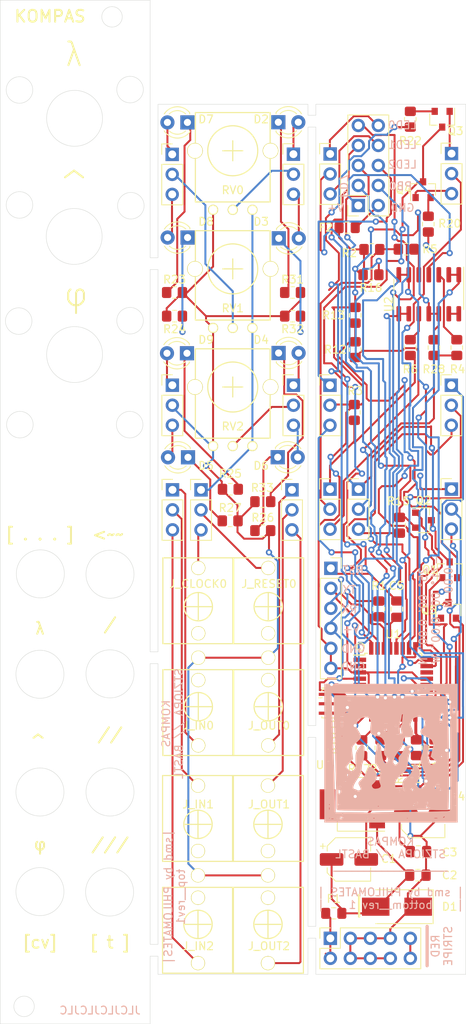
<source format=kicad_pcb>
(kicad_pcb (version 20171130) (host pcbnew 5.1.8)
  (layers (0 F.Cu signal) (31 B.Cu signal) (34 B.Paste user hide) (35 F.Paste user hide) (36 B.SilkS user hide) (37 F.SilkS user) (38 B.Mask user hide) (39 F.Mask user hide) (44 Edge.Cuts user))
  (net 0 "")
  (net 1 "Net-(C1-Pad1)")
  (net 2 RST)
  (net 3 "Net-(C5-Pad1)")
  (net 4 "Net-(D2-Pad1)")
  (net 5 "Net-(D3-Pad1)")
  (net 6 "Net-(D4-Pad1)")
  (net 7 "Net-(D5-Pad1)")
  (net 8 "Net-(D6-Pad1)")
  (net 9 "Net-(D7-Pad1)")
  (net 10 "Net-(D8-Pad1)")
  (net 11 "Net-(D9-Pad1)")
  (net 12 "Net-(F1-Pad2)")
  (net 13 "Net-(F2-Pad2)")
  (net 14 LED0)
  (net 15 LED1)
  (net 16 LED2)
  (net 17 PB0)
  (net 18 PD7)
  (net 19 RXI)
  (net 20 TXO)
  (net 21 "Net-(J_CLOCK0-Pad2)")
  (net 22 "Net-(J_IN0-Pad2)")
  (net 23 "Net-(J_IN1-Pad2)")
  (net 24 "Net-(J_IN2-Pad2)")
  (net 25 "Net-(J_OUT0-Pad2)")
  (net 26 "Net-(J_OUT1-Pad2)")
  (net 27 "Net-(J_OUT2-Pad2)")
  (net 28 "Net-(J_POWER0-Pad10)")
  (net 29 "Net-(J_RESET0-Pad2)")
  (net 30 "Net-(Q1-Pad2)")
  (net 31 RESET)
  (net 32 "Net-(Q2-Pad2)")
  (net 33 CLOCK)
  (net 34 "Net-(Q3-Pad2)")
  (net 35 "Net-(Q4-Pad2)")
  (net 36 "Net-(Q5-Pad2)")
  (net 37 "Net-(R4-Pad1)")
  (net 38 "Net-(R5-Pad1)")
  (net 39 "Net-(R6-Pad1)")
  (net 40 OUT2)
  (net 41 OUT1)
  (net 42 OUT0)
  (net 43 IN2)
  (net 44 IN0)
  (net 45 IN1)
  (net 46 "Net-(U1-Pad22)")
  (net 47 "Net-(U1-Pad19)")
  (net 48 "Net-(U1-Pad8)")
  (net 49 "Net-(U1-Pad7)")
  (net 50 "Net-(U2-Pad13)")
  (net 51 OUT_LED0_B)
  (net 52 OUT_LED1_B)
  (net 53 OUT_LED2_B)
  (net 54 CLOCK_LED_B)
  (net 55 RESET_LED_B)
  (net 56 LED0_A_B)
  (net 57 LED1_A_B)
  (net 58 LED2_A_B)
  (net 59 POT0_B)
  (net 60 POT1_B)
  (net 61 POT2_B)
  (net 62 OUT2_B)
  (net 63 OUT1_B)
  (net 64 OUT0_B)
  (net 65 CLOCK_B)
  (net 66 RESET_B)
  (net 67 IN0_B)
  (net 68 IN1_B)
  (net 69 IN2_B)
  (net 70 GND_B)
  (net 71 OUT_LED0_T)
  (net 72 OUT_LED1_T)
  (net 73 OUT_LED2_T)
  (net 74 CLOCK_LED_T)
  (net 75 RESET_LED_T)
  (net 76 LED0_A_T)
  (net 77 LED1_A_T)
  (net 78 LED2_A_T)
  (net 79 POT0_T)
  (net 80 POT1_T)
  (net 81 POT2_T)
  (net 82 IN2_T)
  (net 83 RESET_T)
  (net 84 IN0_T)
  (net 85 IN1_T)
  (net 86 OUT1_T)
  (net 87 OUT0_T)
  (net 88 CLOCK_T)
  (net 89 OUT2_T)
  (net 90 VCC_B)
  (net 91 GND_T)
  (net 92 VCC_T)
  (module custom_eurorack:mates_smaller (layer B.Cu) (at 118.5 120.5 180)
    (fp_text reference G*** hide)
    (fp_text value LOGO hide)
  )
  (module custom_eurorack:PJ301M-12_without_ground (layer F.Cu) (at 102.906116 114.59538 180)
    (fp_text reference J_OUT0 (at -0.093884 -2.40462) (layer F.SilkS))
    (fp_text value PJ301M-12_without_ground hide)
    (pad 3 thru_hole circle (at 0 -4.92 180) (size 1.8 1.8) (drill 1.6) (layers *.Cu *.Mask F.SilkS) (net 87 OUT0_T))
    (pad 2 thru_hole circle (at 0 3.38 180) (size 1.8 1.8) (drill 1.6) (layers *.Cu *.Mask F.SilkS) (net 25 "Net-(J_OUT0-Pad2)"))
  )
  (module custom_eurorack:PJ301M-12_without_ground (layer F.Cu) (at 94.016116 114.59538 180)
    (fp_text reference J_IN0 (at 0.016116 -2.40462) (layer F.SilkS))
    (fp_text value PJ301M-12_without_ground hide)
    (pad 3 thru_hole circle (at 0 -4.92 180) (size 1.8 1.8) (drill 1.6) (layers *.Cu *.Mask F.SilkS) (net 84 IN0_T))
    (pad 2 thru_hole circle (at 0 3.38 180) (size 1.8 1.8) (drill 1.6) (layers *.Cu *.Mask F.SilkS) (net 22 "Net-(J_IN0-Pad2)"))
  )
  (module custom_eurorack:PJ301M-12_without_ground (layer F.Cu) (at 93.98 142.24 180)
    (fp_text reference J_IN2 (at -0.02 -2.76) (layer F.SilkS))
    (fp_text value PJ301M-12_without_ground hide)
    (pad 3 thru_hole circle (at 0 -4.92 180) (size 1.8 1.8) (drill 1.6) (layers *.Cu *.Mask F.SilkS) (net 82 IN2_T))
    (pad 2 thru_hole circle (at 0 3.38 180) (size 1.8 1.8) (drill 1.6) (layers *.Cu *.Mask F.SilkS) (net 24 "Net-(J_IN2-Pad2)"))
  )
  (module custom_eurorack:PJ301M-12_without_ground (layer F.Cu) (at 102.87 142.24 180)
    (fp_text reference J_OUT2 (at -0.13 -2.76) (layer F.SilkS))
    (fp_text value PJ301M-12_without_ground hide)
    (pad 3 thru_hole circle (at 0 -4.92 180) (size 1.8 1.8) (drill 1.6) (layers *.Cu *.Mask F.SilkS) (net 89 OUT2_T))
    (pad 2 thru_hole circle (at 0 3.38 180) (size 1.8 1.8) (drill 1.6) (layers *.Cu *.Mask F.SilkS) (net 27 "Net-(J_OUT2-Pad2)"))
  )
  (module Connector_PinHeader_2.54mm:PinHeader_1x03_P2.54mm_Vertical (layer F.Cu) (at 110.771692 44.4062)
    (fp_text reference J6 hide)
    (fp_text value Conn_01x10_Male hide)
    (pad 3 thru_hole oval (at 0 5.08) (size 1.7 1.7) (drill 1) (layers *.Cu *.Mask) (net 57 LED1_A_B))
    (pad 2 thru_hole oval (at 0 2.54) (size 1.7 1.7) (drill 1) (layers *.Cu *.Mask) (net 60 POT1_B))
    (pad 1 thru_hole rect (at 0 0) (size 1.7 1.7) (drill 1) (layers *.Cu *.Mask) (net 56 LED0_A_B))
  )
  (module Package_SO:SOIC-14_3.9x8.7mm_P1.27mm (layer F.Cu) (at 123.306247 62.222488 270)
    (fp_text reference U2 (at 1.2715 5.101 90) (layer F.SilkS))
    (fp_text value MCP6004 hide)
    (pad 14 smd roundrect (at 2.475 -3.81 270) (size 1.95 0.6) (layers F.Cu F.Paste F.Mask) (net 50 "Net-(U2-Pad13)"))
    (pad 13 smd roundrect (at 2.475 -2.54 270) (size 1.95 0.6) (layers F.Cu F.Paste F.Mask) (net 50 "Net-(U2-Pad13)"))
    (pad 12 smd roundrect (at 2.475 -1.27 270) (size 1.95 0.6) (layers F.Cu F.Paste F.Mask) (net 70 GND_B))
    (pad 11 smd roundrect (at 2.475 0 270) (size 1.95 0.6) (layers F.Cu F.Paste F.Mask) (net 70 GND_B))
    (pad 10 smd roundrect (at 2.475 1.27 270) (size 1.95 0.6) (layers F.Cu F.Paste F.Mask) (net 39 "Net-(R6-Pad1)"))
    (pad 9 smd roundrect (at 2.475 2.54 270) (size 1.95 0.6) (layers F.Cu F.Paste F.Mask) (net 44 IN0))
    (pad 8 smd roundrect (at 2.475 3.81 270) (size 1.95 0.6) (layers F.Cu F.Paste F.Mask) (net 44 IN0))
    (pad 7 smd roundrect (at -2.475 3.81 270) (size 1.95 0.6) (layers F.Cu F.Paste F.Mask) (net 45 IN1))
    (pad 6 smd roundrect (at -2.475 2.54 270) (size 1.95 0.6) (layers F.Cu F.Paste F.Mask) (net 45 IN1))
    (pad 5 smd roundrect (at -2.475 1.27 270) (size 1.95 0.6) (layers F.Cu F.Paste F.Mask) (net 38 "Net-(R5-Pad1)"))
    (pad 4 smd roundrect (at -2.475 0 270) (size 1.95 0.6) (layers F.Cu F.Paste F.Mask) (net 90 VCC_B))
    (pad 3 smd roundrect (at -2.475 -1.27 270) (size 1.95 0.6) (layers F.Cu F.Paste F.Mask) (net 37 "Net-(R4-Pad1)"))
    (pad 2 smd roundrect (at -2.475 -2.54 270) (size 1.95 0.6) (layers F.Cu F.Paste F.Mask) (net 43 IN2))
    (pad 1 smd roundrect (at -2.475 -3.81 270) (size 1.95 0.6) (layers F.Cu F.Paste F.Mask) (net 43 IN2))
  )
  (module Package_QFP:TQFP-32_7x7mm_P0.8mm (layer F.Cu) (at 118.793247 111.442988)
    (fp_text reference U1 (at 0 -6.05) (layer F.SilkS))
    (fp_text value ATmega328-AU hide)
    (pad 32 smd rect (at -2.8 -4.25 90) (size 1.6 0.55) (layers F.Cu F.Paste F.Mask) (net 54 CLOCK_LED_B))
    (pad 31 smd rect (at -2 -4.25 90) (size 1.6 0.55) (layers F.Cu F.Paste F.Mask) (net 20 TXO))
    (pad 30 smd rect (at -1.2 -4.25 90) (size 1.6 0.55) (layers F.Cu F.Paste F.Mask) (net 19 RXI))
    (pad 29 smd rect (at -0.4 -4.25 90) (size 1.6 0.55) (layers F.Cu F.Paste F.Mask) (net 2 RST))
    (pad 28 smd rect (at 0.4 -4.25 90) (size 1.6 0.55) (layers F.Cu F.Paste F.Mask) (net 61 POT2_B))
    (pad 27 smd rect (at 1.2 -4.25 90) (size 1.6 0.55) (layers F.Cu F.Paste F.Mask) (net 60 POT1_B))
    (pad 26 smd rect (at 2 -4.25 90) (size 1.6 0.55) (layers F.Cu F.Paste F.Mask) (net 59 POT0_B))
    (pad 25 smd rect (at 2.8 -4.25 90) (size 1.6 0.55) (layers F.Cu F.Paste F.Mask) (net 43 IN2))
    (pad 24 smd rect (at 4.25 -2.8) (size 1.6 0.55) (layers F.Cu F.Paste F.Mask) (net 44 IN0))
    (pad 23 smd rect (at 4.25 -2) (size 1.6 0.55) (layers F.Cu F.Paste F.Mask) (net 45 IN1))
    (pad 22 smd rect (at 4.25 -1.2) (size 1.6 0.55) (layers F.Cu F.Paste F.Mask) (net 46 "Net-(U1-Pad22)"))
    (pad 21 smd rect (at 4.25 -0.4) (size 1.6 0.55) (layers F.Cu F.Paste F.Mask) (net 70 GND_B))
    (pad 20 smd rect (at 4.25 0.4) (size 1.6 0.55) (layers F.Cu F.Paste F.Mask) (net 90 VCC_B))
    (pad 19 smd rect (at 4.25 1.2) (size 1.6 0.55) (layers F.Cu F.Paste F.Mask) (net 47 "Net-(U1-Pad19)"))
    (pad 18 smd rect (at 4.25 2) (size 1.6 0.55) (layers F.Cu F.Paste F.Mask) (net 90 VCC_B))
    (pad 17 smd rect (at 4.25 2.8) (size 1.6 0.55) (layers F.Cu F.Paste F.Mask) (net 33 CLOCK))
    (pad 16 smd rect (at 2.8 4.25 90) (size 1.6 0.55) (layers F.Cu F.Paste F.Mask) (net 31 RESET))
    (pad 15 smd rect (at 2 4.25 90) (size 1.6 0.55) (layers F.Cu F.Paste F.Mask) (net 42 OUT0))
    (pad 14 smd rect (at 1.2 4.25 90) (size 1.6 0.55) (layers F.Cu F.Paste F.Mask) (net 41 OUT1))
    (pad 13 smd rect (at 0.4 4.25 90) (size 1.6 0.55) (layers F.Cu F.Paste F.Mask) (net 40 OUT2))
    (pad 12 smd rect (at -0.4 4.25 90) (size 1.6 0.55) (layers F.Cu F.Paste F.Mask) (net 17 PB0))
    (pad 11 smd rect (at -1.2 4.25 90) (size 1.6 0.55) (layers F.Cu F.Paste F.Mask) (net 18 PD7))
    (pad 10 smd rect (at -2 4.25 90) (size 1.6 0.55) (layers F.Cu F.Paste F.Mask) (net 16 LED2))
    (pad 9 smd rect (at -2.8 4.25 90) (size 1.6 0.55) (layers F.Cu F.Paste F.Mask) (net 15 LED1))
    (pad 8 smd rect (at -4.25 2.8) (size 1.6 0.55) (layers F.Cu F.Paste F.Mask) (net 48 "Net-(U1-Pad8)"))
    (pad 7 smd rect (at -4.25 2) (size 1.6 0.55) (layers F.Cu F.Paste F.Mask) (net 49 "Net-(U1-Pad7)"))
    (pad 6 smd rect (at -4.25 1.2) (size 1.6 0.55) (layers F.Cu F.Paste F.Mask) (net 90 VCC_B))
    (pad 5 smd rect (at -4.25 0.4) (size 1.6 0.55) (layers F.Cu F.Paste F.Mask) (net 70 GND_B))
    (pad 4 smd rect (at -4.25 -0.4) (size 1.6 0.55) (layers F.Cu F.Paste F.Mask) (net 90 VCC_B))
    (pad 3 smd rect (at -4.25 -1.2) (size 1.6 0.55) (layers F.Cu F.Paste F.Mask) (net 70 GND_B))
    (pad 2 smd rect (at -4.25 -2) (size 1.6 0.55) (layers F.Cu F.Paste F.Mask) (net 55 RESET_LED_B))
    (pad 1 smd rect (at -4.25 -2.8) (size 1.6 0.55) (layers F.Cu F.Paste F.Mask) (net 14 LED0))
  )
  (module Fuse:Fuse_0805_2012Metric_Pad1.15x1.40mm_HandSolder (layer F.Cu) (at 111.232247 140.836988 180)
    (fp_text reference F1 (at 0 1.843) (layer F.SilkS))
    (fp_text value Polyfuse hide)
    (pad 2 smd roundrect (at 1.025 0 180) (size 1.15 1.4) (layers F.Cu F.Paste F.Mask) (roundrect_rratio 0.2173904347826087) (net 12 "Net-(F1-Pad2)"))
    (pad 1 smd roundrect (at -1.025 0 180) (size 1.15 1.4) (layers F.Cu F.Paste F.Mask) (roundrect_rratio 0.2173904347826087) (net 1 "Net-(C1-Pad1)"))
  )
  (module Connector_PinHeader_2.54mm:PinHeader_1x03_P2.54mm_Vertical (layer F.Cu) (at 94.363691 87.062793)
    (fp_text reference J20 hide)
    (fp_text value Conn_01x10_Male hide)
    (pad 1 thru_hole rect (at 0 0) (size 1.7 1.7) (drill 1) (layers *.Cu *.Mask) (net 92 VCC_T))
    (pad 2 thru_hole oval (at 0 2.54) (size 1.7 1.7) (drill 1) (layers *.Cu *.Mask) (net 83 RESET_T))
    (pad 3 thru_hole oval (at 0 5.08) (size 1.7 1.7) (drill 1) (layers *.Cu *.Mask) (net 88 CLOCK_T))
  )
  (module Connector_PinHeader_2.54mm:PinHeader_1x03_P2.54mm_Vertical (layer F.Cu) (at 114.366008 86.972988)
    (fp_text reference J12 hide)
    (fp_text value Conn_01x10_Male hide)
    (pad 3 thru_hole oval (at 0 5.08) (size 1.7 1.7) (drill 1) (layers *.Cu *.Mask) (net 65 CLOCK_B))
    (pad 2 thru_hole oval (at 0 2.54) (size 1.7 1.7) (drill 1) (layers *.Cu *.Mask) (net 66 RESET_B))
    (pad 1 thru_hole rect (at 0 0) (size 1.7 1.7) (drill 1) (layers *.Cu *.Mask) (net 90 VCC_B))
  )
  (module Connector_PinHeader_2.54mm:PinHeader_1x03_P2.54mm_Vertical (layer F.Cu) (at 90.720271 73.773952)
    (fp_text reference J19 hide)
    (fp_text value Conn_01x10_Male hide)
    (pad 3 thru_hole oval (at 0 5.08) (size 1.7 1.7) (drill 1) (layers *.Cu *.Mask) (net 74 CLOCK_LED_T))
    (pad 2 thru_hole oval (at 0 2.54) (size 1.7 1.7) (drill 1) (layers *.Cu *.Mask) (net 91 GND_T))
    (pad 1 thru_hole rect (at 0 0) (size 1.7 1.7) (drill 1) (layers *.Cu *.Mask) (net 78 LED2_A_T))
  )
  (module Connector_PinHeader_2.54mm:PinHeader_1x03_P2.54mm_Vertical (layer F.Cu) (at 105.918 87.0585)
    (fp_text reference J18 hide)
    (fp_text value Conn_01x10_Male hide)
    (pad 3 thru_hole oval (at 0 5.08) (size 1.7 1.7) (drill 1) (layers *.Cu *.Mask) (net 89 OUT2_T))
    (pad 2 thru_hole oval (at 0 2.54) (size 1.7 1.7) (drill 1) (layers *.Cu *.Mask) (net 86 OUT1_T))
    (pad 1 thru_hole rect (at 0 0) (size 1.7 1.7) (drill 1) (layers *.Cu *.Mask) (net 87 OUT0_T))
  )
  (module Connector_PinHeader_2.54mm:PinHeader_1x03_P2.54mm_Vertical (layer F.Cu) (at 90.7415 87.0585)
    (fp_text reference J16 hide)
    (fp_text value Conn_01x10_Male hide)
    (pad 3 thru_hole oval (at 0 5.08) (size 1.7 1.7) (drill 1) (layers *.Cu *.Mask) (net 82 IN2_T))
    (pad 2 thru_hole oval (at 0 2.54) (size 1.7 1.7) (drill 1) (layers *.Cu *.Mask) (net 85 IN1_T))
    (pad 1 thru_hole rect (at 0 0) (size 1.7 1.7) (drill 1) (layers *.Cu *.Mask) (net 84 IN0_T))
  )
  (module Connector_PinHeader_2.54mm:PinHeader_1x03_P2.54mm_Vertical (layer F.Cu) (at 106.107362 73.773952)
    (fp_text reference J15 hide)
    (fp_text value Conn_01x10_Male hide)
    (pad 3 thru_hole oval (at 0 5.08) (size 1.7 1.7) (drill 1) (layers *.Cu *.Mask) (net 75 RESET_LED_T))
    (pad 2 thru_hole oval (at 0 2.54) (size 1.7 1.7) (drill 1) (layers *.Cu *.Mask) (net 81 POT2_T))
    (pad 1 thru_hole rect (at 0 0) (size 1.7 1.7) (drill 1) (layers *.Cu *.Mask) (net 73 OUT_LED2_T))
  )
  (module Connector_PinHeader_2.54mm:PinHeader_1x03_P2.54mm_Vertical (layer F.Cu) (at 106.104316 44.435441)
    (fp_text reference J14 hide)
    (fp_text value Conn_01x10_Male hide)
    (pad 3 thru_hole oval (at 0 5.08) (size 1.7 1.7) (drill 1) (layers *.Cu *.Mask) (net 72 OUT_LED1_T))
    (pad 2 thru_hole oval (at 0 2.54) (size 1.7 1.7) (drill 1) (layers *.Cu *.Mask) (net 79 POT0_T))
    (pad 1 thru_hole rect (at 0 0) (size 1.7 1.7) (drill 1) (layers *.Cu *.Mask) (net 71 OUT_LED0_T))
  )
  (module Connector_PinHeader_2.54mm:PinHeader_1x03_P2.54mm_Vertical (layer F.Cu) (at 90.703287 44.45867)
    (fp_text reference J13 hide)
    (fp_text value Conn_01x10_Male hide)
    (pad 3 thru_hole oval (at 0 5.08) (size 1.7 1.7) (drill 1) (layers *.Cu *.Mask) (net 77 LED1_A_T))
    (pad 2 thru_hole oval (at 0 2.54) (size 1.7 1.7) (drill 1) (layers *.Cu *.Mask) (net 80 POT1_T))
    (pad 1 thru_hole rect (at 0 0) (size 1.7 1.7) (drill 1) (layers *.Cu *.Mask) (net 76 LED0_A_T))
  )
  (module Connector_PinHeader_2.54mm:PinHeader_1x03_P2.54mm_Vertical (layer F.Cu) (at 110.745537 73.776062)
    (fp_text reference J11 hide)
    (fp_text value Conn_01x10_Male hide)
    (pad 3 thru_hole oval (at 0 5.08) (size 1.7 1.7) (drill 1) (layers *.Cu *.Mask) (net 54 CLOCK_LED_B))
    (pad 2 thru_hole oval (at 0 2.54) (size 1.7 1.7) (drill 1) (layers *.Cu *.Mask) (net 70 GND_B))
    (pad 1 thru_hole rect (at 0 0) (size 1.7 1.7) (drill 1) (layers *.Cu *.Mask) (net 58 LED2_A_B))
  )
  (module Connector_PinHeader_2.54mm:PinHeader_1x03_P2.54mm_Vertical (layer F.Cu) (at 126.181747 86.963749)
    (fp_text reference J10 hide)
    (fp_text value Conn_01x10_Male hide)
    (pad 3 thru_hole oval (at 0 5.08) (size 1.7 1.7) (drill 1) (layers *.Cu *.Mask) (net 62 OUT2_B))
    (pad 2 thru_hole oval (at 0 2.54) (size 1.7 1.7) (drill 1) (layers *.Cu *.Mask) (net 63 OUT1_B))
    (pad 1 thru_hole rect (at 0 0) (size 1.7 1.7) (drill 1) (layers *.Cu *.Mask) (net 64 OUT0_B))
  )
  (module Connector_PinHeader_2.54mm:PinHeader_1x03_P2.54mm_Vertical (layer F.Cu) (at 110.754167 86.972988)
    (fp_text reference J9 hide)
    (fp_text value Conn_01x10_Male hide)
    (pad 3 thru_hole oval (at 0 5.08) (size 1.7 1.7) (drill 1) (layers *.Cu *.Mask) (net 69 IN2_B))
    (pad 2 thru_hole oval (at 0 2.54) (size 1.7 1.7) (drill 1) (layers *.Cu *.Mask) (net 68 IN1_B))
    (pad 1 thru_hole rect (at 0 0) (size 1.7 1.7) (drill 1) (layers *.Cu *.Mask) (net 67 IN0_B))
  )
  (module Connector_PinHeader_2.54mm:PinHeader_1x03_P2.54mm_Vertical (layer F.Cu) (at 126.167215 73.776062)
    (fp_text reference J8 hide)
    (fp_text value Conn_01x10_Male hide)
    (pad 3 thru_hole oval (at 0 5.08) (size 1.7 1.7) (drill 1) (layers *.Cu *.Mask) (net 55 RESET_LED_B))
    (pad 2 thru_hole oval (at 0 2.54) (size 1.7 1.7) (drill 1) (layers *.Cu *.Mask) (net 61 POT2_B))
    (pad 1 thru_hole rect (at 0 0) (size 1.7 1.7) (drill 1) (layers *.Cu *.Mask) (net 53 OUT_LED2_B))
  )
  (module Connector_PinHeader_2.54mm:PinHeader_1x03_P2.54mm_Vertical (layer F.Cu) (at 126.19595 44.359741)
    (fp_text reference J7 hide)
    (fp_text value Conn_01x10_Male hide)
    (pad 3 thru_hole oval (at 0 5.08) (size 1.7 1.7) (drill 1) (layers *.Cu *.Mask) (net 52 OUT_LED1_B))
    (pad 2 thru_hole oval (at 0 2.54) (size 1.7 1.7) (drill 1) (layers *.Cu *.Mask) (net 59 POT0_B))
    (pad 1 thru_hole rect (at 0 0) (size 1.7 1.7) (drill 1) (layers *.Cu *.Mask) (net 51 OUT_LED0_B))
  )
  (module Capacitor_SMD:CP_Elec_5x5.4 (layer F.Cu) (at 122.585247 128.472988)
    (fp_text reference C4 (at 4.37 -2.479) (layer F.SilkS))
    (fp_text value 10u hide)
    (pad 2 smd roundrect (at 2.2 0) (size 3 1.6) (layers F.Cu F.Paste F.Mask) (roundrect_rratio 0.15625) (net 70 GND_B))
    (pad 1 smd roundrect (at -2.2 0) (size 3 1.6) (layers F.Cu F.Paste F.Mask) (roundrect_rratio 0.15625) (net 90 VCC_B))
  )
  (module LED_THT:LED_D3.0mm (layer F.Cu) (at 104.188923 40.377027)
    (fp_text reference D2 (at -2.188923 -0.377027) (layer F.SilkS))
    (fp_text value LED hide)
    (pad 2 thru_hole circle (at 2.54 0) (size 1.8 1.8) (drill 0.9) (layers *.Cu *.Mask) (net 71 OUT_LED0_T))
    (pad 1 thru_hole rect (at 0 0) (size 1.8 1.8) (drill 0.9) (layers *.Cu *.Mask) (net 4 "Net-(D2-Pad1)"))
  )
  (module Capacitor_SMD:C_0805_2012Metric_Pad1.18x1.45mm_HandSolder (layer F.Cu) (at 119.242247 102.207488 270)
    (fp_text reference C5 (at -2.9635 0.037 180) (layer F.SilkS))
    (fp_text value 100n hide)
    (pad 2 smd roundrect (at 1.0375 0 270) (size 1.175 1.45) (layers F.Cu F.Paste F.Mask) (roundrect_rratio 0.2127659574468085) (net 2 RST))
    (pad 1 smd roundrect (at -1.0375 0 270) (size 1.175 1.45) (layers F.Cu F.Paste F.Mask) (roundrect_rratio 0.2127659574468085) (net 3 "Net-(C5-Pad1)"))
  )
  (module Diode_SMD:D_SMB_Handsoldering (layer F.Cu) (at 119.255247 139.993988 180)
    (fp_text reference D1 (at -6.7 0) (layer F.SilkS))
    (fp_text value 1N4007 hide)
    (pad 2 smd rect (at 2.7 0 180) (size 3.5 2.3) (layers F.Cu F.Paste F.Mask) (net 1 "Net-(C1-Pad1)"))
    (pad 1 smd rect (at -2.7 0 180) (size 3.5 2.3) (layers F.Cu F.Paste F.Mask) (net 70 GND_B))
  )
  (module LED_THT:LED_D3.0mm (layer F.Cu) (at 104.246157 55.11703)
    (fp_text reference D3 (at -2.246157 -2.11703) (layer F.SilkS))
    (fp_text value LED hide)
    (pad 2 thru_hole circle (at 2.54 0) (size 1.8 1.8) (drill 0.9) (layers *.Cu *.Mask) (net 72 OUT_LED1_T))
    (pad 1 thru_hole rect (at 0 0) (size 1.8 1.8) (drill 0.9) (layers *.Cu *.Mask) (net 5 "Net-(D3-Pad1)"))
  )
  (module Resistor_SMD:R_0805_2012Metric_Pad1.20x1.40mm_HandSolder (layer F.Cu) (at 106 62)
    (fp_text reference R31 (at 0 -1.65) (layer F.SilkS))
    (fp_text value 1k hide)
    (pad 2 smd roundrect (at 1 0) (size 1.2 1.4) (layers F.Cu F.Paste F.Mask) (roundrect_rratio 0.2083325) (net 91 GND_T))
    (pad 1 smd roundrect (at -1 0) (size 1.2 1.4) (layers F.Cu F.Paste F.Mask) (roundrect_rratio 0.2083325) (net 4 "Net-(D2-Pad1)"))
  )
  (module Connector_PinSocket_2.54mm:PinSocket_2x05_P2.54mm_Vertical (layer F.Cu) (at 114.349899 50.945061 180)
    (fp_text reference J4 hide)
    (fp_text value Conn_02x05_Odd_Even hide)
    (pad 10 thru_hole oval (at -2.54 10.16 180) (size 1.7 1.7) (drill 1) (layers *.Cu *.Mask) (net 56 LED0_A_B))
    (pad 9 thru_hole oval (at 0 10.16 180) (size 1.7 1.7) (drill 1) (layers *.Cu *.Mask) (net 14 LED0))
    (pad 8 thru_hole oval (at -2.54 7.62 180) (size 1.7 1.7) (drill 1) (layers *.Cu *.Mask) (net 57 LED1_A_B))
    (pad 7 thru_hole oval (at 0 7.62 180) (size 1.7 1.7) (drill 1) (layers *.Cu *.Mask) (net 15 LED1))
    (pad 6 thru_hole oval (at -2.54 5.08 180) (size 1.7 1.7) (drill 1) (layers *.Cu *.Mask) (net 58 LED2_A_B))
    (pad 5 thru_hole oval (at 0 5.08 180) (size 1.7 1.7) (drill 1) (layers *.Cu *.Mask) (net 16 LED2))
    (pad 4 thru_hole oval (at -2.54 2.54 180) (size 1.7 1.7) (drill 1) (layers *.Cu *.Mask) (net 17 PB0))
    (pad 3 thru_hole oval (at 0 2.54 180) (size 1.7 1.7) (drill 1) (layers *.Cu *.Mask) (net 18 PD7))
    (pad 2 thru_hole oval (at -2.54 0 180) (size 1.7 1.7) (drill 1) (layers *.Cu *.Mask) (net 13 "Net-(F2-Pad2)"))
    (pad 1 thru_hole rect (at 0 0 180) (size 1.7 1.7) (drill 1) (layers *.Cu *.Mask) (net 90 VCC_B))
  )
  (module Resistor_SMD:R_0805_2012Metric_Pad1.20x1.40mm_HandSolder (layer F.Cu) (at 106 65 180)
    (fp_text reference R32 (at 0 -1.65) (layer F.SilkS))
    (fp_text value 1k hide)
    (pad 2 smd roundrect (at 1 0 180) (size 1.2 1.4) (layers F.Cu F.Paste F.Mask) (roundrect_rratio 0.2083325) (net 91 GND_T))
    (pad 1 smd roundrect (at -1 0 180) (size 1.2 1.4) (layers F.Cu F.Paste F.Mask) (roundrect_rratio 0.2083325) (net 5 "Net-(D3-Pad1)"))
  )
  (module Connector_PinSocket_2.54mm:PinSocket_1x06_P2.54mm_Vertical (layer F.Cu) (at 110.860247 97.021988)
    (fp_text reference J5 hide)
    (fp_text value Conn_01x06 hide)
    (pad 6 thru_hole oval (at 0 12.7) (size 1.7 1.7) (drill 1) (layers *.Cu *.Mask) (net 70 GND_B))
    (pad 5 thru_hole oval (at 0 10.16) (size 1.7 1.7) (drill 1) (layers *.Cu *.Mask) (net 70 GND_B))
    (pad 4 thru_hole oval (at 0 7.62) (size 1.7 1.7) (drill 1) (layers *.Cu *.Mask) (net 90 VCC_B))
    (pad 3 thru_hole oval (at 0 5.08) (size 1.7 1.7) (drill 1) (layers *.Cu *.Mask) (net 19 RXI))
    (pad 2 thru_hole oval (at 0 2.54) (size 1.7 1.7) (drill 1) (layers *.Cu *.Mask) (net 20 TXO))
    (pad 1 thru_hole rect (at 0 0) (size 1.7 1.7) (drill 1) (layers *.Cu *.Mask) (net 3 "Net-(C5-Pad1)"))
  )
  (module LED_THT:LED_D3.0mm (layer F.Cu) (at 104.22146 69.680369)
    (fp_text reference D4 (at -2.22146 -1.680369) (layer F.SilkS))
    (fp_text value LED hide)
    (pad 2 thru_hole circle (at 2.54 0) (size 1.8 1.8) (drill 0.9) (layers *.Cu *.Mask) (net 73 OUT_LED2_T))
    (pad 1 thru_hole rect (at 0 0) (size 1.8 1.8) (drill 0.9) (layers *.Cu *.Mask) (net 6 "Net-(D4-Pad1)"))
  )
  (module eurocad:Alpha9mmPot (layer F.Cu) (at 98.39589 74)
    (fp_text reference RV2 (at 0 5) (layer F.SilkS))
    (fp_text value 100k hide)
    (pad 1 thru_hole circle (at -2.5 7.5) (size 1.3 1.3) (drill 1) (layers *.Cu *.Mask F.SilkS) (net 91 GND_T))
    (pad 2 thru_hole circle (at 0 7.5) (size 1.3 1.3) (drill 1) (layers *.Cu *.Mask F.SilkS) (net 81 POT2_T))
    (pad 3 thru_hole circle (at 2.5 7.5) (size 1.3 1.3) (drill 1) (layers *.Cu *.Mask F.SilkS) (net 92 VCC_T))
    (pad "" thru_hole circle (at -4.8 0) (size 2 2) (drill 1.8) (layers *.Cu *.Mask F.SilkS))
    (pad "" thru_hole circle (at 4.8 0) (size 2 2) (drill 1.8) (layers *.Cu *.Mask F.SilkS))
  )
  (module eurocad:PJ301M-12 (layer F.Cu) (at 102.87 129.54)
    (fp_text reference J_OUT1 (at 0.13 -2.54) (layer F.SilkS))
    (fp_text value PJ301M-12 hide)
    (pad 3 thru_hole circle (at 0 -4.92) (size 1.8 1.8) (drill 1.6) (layers *.Cu *.Mask F.SilkS) (net 86 OUT1_T))
    (pad 1 thru_hole circle (at 0 6.48) (size 1.8 1.8) (drill 1.6) (layers *.Cu *.Mask F.SilkS) (net 91 GND_T))
    (pad 2 thru_hole circle (at 0 3.38) (size 1.8 1.8) (drill 1.6) (layers *.Cu *.Mask F.SilkS) (net 26 "Net-(J_OUT1-Pad2)"))
  )
  (module eurocad:PJ301M-12 (layer F.Cu) (at 93.98 129.54)
    (fp_text reference J_IN1 (at 0.02 -2.54) (layer F.SilkS))
    (fp_text value PJ301M-12 hide)
    (pad 3 thru_hole circle (at 0 -4.92) (size 1.8 1.8) (drill 1.6) (layers *.Cu *.Mask F.SilkS) (net 85 IN1_T))
    (pad 1 thru_hole circle (at 0 6.48) (size 1.8 1.8) (drill 1.6) (layers *.Cu *.Mask F.SilkS) (net 91 GND_T))
    (pad 2 thru_hole circle (at 0 3.38) (size 1.8 1.8) (drill 1.6) (layers *.Cu *.Mask F.SilkS) (net 23 "Net-(J_IN1-Pad2)"))
  )
  (module Package_TO_SOT_SMD:SOT-23 (layer F.Cu) (at 125.005247 39.993988 270)
    (fp_text reference Q3 (at 1.5 -1.7 180) (layer F.SilkS))
    (fp_text value 2N3904 hide)
    (pad 3 smd rect (at 1 0 270) (size 0.9 0.8) (layers F.Cu F.Paste F.Mask) (net 90 VCC_B))
    (pad 2 smd rect (at -1 0.95 270) (size 0.9 0.8) (layers F.Cu F.Paste F.Mask) (net 34 "Net-(Q3-Pad2)"))
    (pad 1 smd rect (at -1 -0.95 270) (size 0.9 0.8) (layers F.Cu F.Paste F.Mask) (net 51 OUT_LED0_B))
  )
  (module Resistor_SMD:R_0805_2012Metric_Pad1.20x1.40mm_HandSolder (layer F.Cu) (at 123.242747 53.317988 270)
    (fp_text reference R20 (at -0.074 -2.7125 180) (layer F.SilkS))
    (fp_text value 10k hide)
    (pad 2 smd roundrect (at 1 0 270) (size 1.2 1.4) (layers F.Cu F.Paste F.Mask) (roundrect_rratio 0.2083325) (net 41 OUT1))
    (pad 1 smd roundrect (at -1 0 270) (size 1.2 1.4) (layers F.Cu F.Paste F.Mask) (roundrect_rratio 0.2083325) (net 35 "Net-(Q4-Pad2)"))
  )
  (module Resistor_SMD:R_0805_2012Metric_Pad1.20x1.40mm_HandSolder (layer F.Cu) (at 117.210247 119.818488 90)
    (fp_text reference R19 (at -2.6755 -0.005 180) (layer F.SilkS))
    (fp_text value 1k hide)
    (pad 2 smd roundrect (at 1 0 90) (size 1.2 1.4) (layers F.Cu F.Paste F.Mask) (roundrect_rratio 0.2083325) (net 41 OUT1))
    (pad 1 smd roundrect (at -1 0 90) (size 1.2 1.4) (layers F.Cu F.Paste F.Mask) (roundrect_rratio 0.2083325) (net 63 OUT1_B))
  )
  (module Resistor_SMD:R_0805_2012Metric_Pad1.20x1.40mm_HandSolder (layer F.Cu) (at 112.638247 119.770988 90)
    (fp_text reference R18 (at 0.527 -1.683 90) (layer F.SilkS))
    (fp_text value 10k hide)
    (pad 2 smd roundrect (at 1 0 90) (size 1.2 1.4) (layers F.Cu F.Paste F.Mask) (roundrect_rratio 0.2083325) (net 40 OUT2))
    (pad 1 smd roundrect (at -1 0 90) (size 1.2 1.4) (layers F.Cu F.Paste F.Mask) (roundrect_rratio 0.2083325) (net 36 "Net-(Q5-Pad2)"))
  )
  (module Resistor_SMD:R_0805_2012Metric_Pad1.20x1.40mm_HandSolder (layer F.Cu) (at 114.797247 119.818488 90)
    (fp_text reference R17 (at -2.6755 -0.342 180) (layer F.SilkS))
    (fp_text value 1k hide)
    (pad 2 smd roundrect (at 1 0 90) (size 1.2 1.4) (layers F.Cu F.Paste F.Mask) (roundrect_rratio 0.2083325) (net 40 OUT2))
    (pad 1 smd roundrect (at -1 0 90) (size 1.2 1.4) (layers F.Cu F.Paste F.Mask) (roundrect_rratio 0.2083325) (net 62 OUT2_B))
  )
  (module Resistor_SMD:R_0805_2012Metric_Pad1.20x1.40mm_HandSolder (layer F.Cu) (at 115.955247 59.747488 180)
    (fp_text reference R16 (at 0 -1.65) (layer F.SilkS))
    (fp_text value 100k hide)
    (pad 2 smd roundrect (at 1 0 180) (size 1.2 1.4) (layers F.Cu F.Paste F.Mask) (roundrect_rratio 0.2083325) (net 70 GND_B))
    (pad 1 smd roundrect (at -1 0 180) (size 1.2 1.4) (layers F.Cu F.Paste F.Mask) (roundrect_rratio 0.2083325) (net 32 "Net-(Q2-Pad2)"))
  )
  (module Resistor_SMD:R_0805_2012Metric_Pad1.20x1.40mm_HandSolder (layer F.Cu) (at 119.584226 91.55674 270)
    (fp_text reference R15 (at -3.062752 0.128979 180) (layer F.SilkS))
    (fp_text value 1k hide)
    (pad 2 smd roundrect (at 1 0 270) (size 1.2 1.4) (layers F.Cu F.Paste F.Mask) (roundrect_rratio 0.2083325) (net 65 CLOCK_B))
    (pad 1 smd roundrect (at -1 0 270) (size 1.2 1.4) (layers F.Cu F.Paste F.Mask) (roundrect_rratio 0.2083325) (net 32 "Net-(Q2-Pad2)"))
  )
  (module Resistor_SMD:R_0805_2012Metric_Pad1.20x1.40mm_HandSolder (layer F.Cu) (at 124.068247 119.802488 90)
    (fp_text reference R14 (at -3.1915 -0.113 90) (layer F.SilkS))
    (fp_text value 1k hide)
    (pad 2 smd roundrect (at 1 0 90) (size 1.2 1.4) (layers F.Cu F.Paste F.Mask) (roundrect_rratio 0.2083325) (net 33 CLOCK))
    (pad 1 smd roundrect (at -1 0 90) (size 1.2 1.4) (layers F.Cu F.Paste F.Mask) (roundrect_rratio 0.2083325) (net 70 GND_B))
  )
  (module Resistor_SMD:R_0805_2012Metric_Pad1.20x1.40mm_HandSolder (layer F.Cu) (at 113.955247 64.890988 90)
    (fp_text reference R13 (at 0 -2.75 180) (layer F.SilkS))
    (fp_text value 100k hide)
    (pad 2 smd roundrect (at 1 0 90) (size 1.2 1.4) (layers F.Cu F.Paste F.Mask) (roundrect_rratio 0.2083325) (net 70 GND_B))
    (pad 1 smd roundrect (at -1 0 90) (size 1.2 1.4) (layers F.Cu F.Paste F.Mask) (roundrect_rratio 0.2083325) (net 30 "Net-(Q1-Pad2)"))
  )
  (module LED_THT:LED_D3.0mm (layer F.Cu) (at 92.579574 69.713968 180)
    (fp_text reference D9 (at -2.420426 1.713968) (layer F.SilkS))
    (fp_text value LED hide)
    (pad 2 thru_hole circle (at 2.54 0 180) (size 1.8 1.8) (drill 0.9) (layers *.Cu *.Mask) (net 78 LED2_A_T))
    (pad 1 thru_hole rect (at 0 0 180) (size 1.8 1.8) (drill 0.9) (layers *.Cu *.Mask) (net 11 "Net-(D9-Pad1)"))
  )
  (module LED_THT:LED_D3.0mm (layer F.Cu) (at 92.658652 55.020267 180)
    (fp_text reference D8 (at -2.341348 2.020267) (layer F.SilkS))
    (fp_text value LED hide)
    (pad 2 thru_hole circle (at 2.54 0 180) (size 1.8 1.8) (drill 0.9) (layers *.Cu *.Mask) (net 77 LED1_A_T))
    (pad 1 thru_hole rect (at 0 0 180) (size 1.8 1.8) (drill 0.9) (layers *.Cu *.Mask) (net 10 "Net-(D8-Pad1)"))
  )
  (module Resistor_SMD:R_0805_2012Metric_Pad1.20x1.40mm_HandSolder (layer F.Cu) (at 113.955247 69.256488 270)
    (fp_text reference R12 (at -0.0125 2.5 180) (layer F.SilkS))
    (fp_text value 1k hide)
    (pad 2 smd roundrect (at 1 0 270) (size 1.2 1.4) (layers F.Cu F.Paste F.Mask) (roundrect_rratio 0.2083325) (net 66 RESET_B))
    (pad 1 smd roundrect (at -1 0 270) (size 1.2 1.4) (layers F.Cu F.Paste F.Mask) (roundrect_rratio 0.2083325) (net 30 "Net-(Q1-Pad2)"))
  )
  (module Resistor_SMD:R_0805_2012Metric_Pad1.20x1.40mm_HandSolder (layer F.Cu) (at 121.718747 119.802488 90)
    (fp_text reference R11 (at -3.1915 -0.0135 90) (layer F.SilkS))
    (fp_text value 1k hide)
    (pad 2 smd roundrect (at 1 0 90) (size 1.2 1.4) (layers F.Cu F.Paste F.Mask) (roundrect_rratio 0.2083325) (net 31 RESET))
    (pad 1 smd roundrect (at -1 0 90) (size 1.2 1.4) (layers F.Cu F.Paste F.Mask) (roundrect_rratio 0.2083325) (net 70 GND_B))
  )
  (module Resistor_SMD:R_0805_2012Metric_Pad1.20x1.40mm_HandSolder (layer F.Cu) (at 120.955247 68.993988 270)
    (fp_text reference R6 (at 2.75 0 180) (layer F.SilkS))
    (fp_text value 100k hide)
    (pad 2 smd roundrect (at 1 0 270) (size 1.2 1.4) (layers F.Cu F.Paste F.Mask) (roundrect_rratio 0.2083325) (net 67 IN0_B))
    (pad 1 smd roundrect (at -1 0 270) (size 1.2 1.4) (layers F.Cu F.Paste F.Mask) (roundrect_rratio 0.2083325) (net 39 "Net-(R6-Pad1)"))
  )
  (module Resistor_SMD:R_0805_2012Metric_Pad1.20x1.40mm_HandSolder (layer F.Cu) (at 120.431875 56.501835 180)
    (fp_text reference R5 (at -3.023372 0.007847) (layer F.SilkS))
    (fp_text value 100k hide)
    (pad 2 smd roundrect (at 1 0 180) (size 1.2 1.4) (layers F.Cu F.Paste F.Mask) (roundrect_rratio 0.2083325) (net 68 IN1_B))
    (pad 1 smd roundrect (at -1 0 180) (size 1.2 1.4) (layers F.Cu F.Paste F.Mask) (roundrect_rratio 0.2083325) (net 38 "Net-(R5-Pad1)"))
  )
  (module Resistor_SMD:R_0805_2012Metric_Pad1.20x1.40mm_HandSolder (layer F.Cu) (at 126.862247 68.993988 270)
    (fp_text reference R4 (at 2.75 -0.093 180) (layer F.SilkS))
    (fp_text value 100k hide)
    (pad 2 smd roundrect (at 1 0 270) (size 1.2 1.4) (layers F.Cu F.Paste F.Mask) (roundrect_rratio 0.2083325) (net 69 IN2_B))
    (pad 1 smd roundrect (at -1 0 270) (size 1.2 1.4) (layers F.Cu F.Paste F.Mask) (roundrect_rratio 0.2083325) (net 37 "Net-(R4-Pad1)"))
  )
  (module Resistor_SMD:R_0805_2012Metric_Pad1.20x1.40mm_HandSolder (layer F.Cu) (at 113.844747 77.225988 90)
    (fp_text reference R3 (at 2.732 0.1105 180) (layer F.SilkS))
    (fp_text value 1M hide)
    (pad 2 smd roundrect (at 1 0 90) (size 1.2 1.4) (layers F.Cu F.Paste F.Mask) (roundrect_rratio 0.2083325) (net 70 GND_B))
    (pad 1 smd roundrect (at -1 0 90) (size 1.2 1.4) (layers F.Cu F.Paste F.Mask) (roundrect_rratio 0.2083325) (net 67 IN0_B))
  )
  (module Resistor_SMD:R_0805_2012Metric_Pad1.20x1.40mm_HandSolder (layer F.Cu) (at 116.073105 56.529916 180)
    (fp_text reference R2 (at 2.867858 -0.464072) (layer F.SilkS))
    (fp_text value 1M hide)
    (pad 2 smd roundrect (at 1 0 180) (size 1.2 1.4) (layers F.Cu F.Paste F.Mask) (roundrect_rratio 0.2083325) (net 70 GND_B))
    (pad 1 smd roundrect (at -1 0 180) (size 1.2 1.4) (layers F.Cu F.Paste F.Mask) (roundrect_rratio 0.2083325) (net 68 IN1_B))
  )
  (module Resistor_SMD:R_0805_2012Metric_Pad1.20x1.40mm_HandSolder (layer F.Cu) (at 116.956247 102.181488 270)
    (fp_text reference R1 (at -2.9375 0.001 180) (layer F.SilkS))
    (fp_text value 100k hide)
    (pad 2 smd roundrect (at 1 0 270) (size 1.2 1.4) (layers F.Cu F.Paste F.Mask) (roundrect_rratio 0.2083325) (net 2 RST))
    (pad 1 smd roundrect (at -1 0 270) (size 1.2 1.4) (layers F.Cu F.Paste F.Mask) (roundrect_rratio 0.2083325) (net 90 VCC_B))
  )
  (module Package_TO_SOT_SMD:SOT-23 (layer F.Cu) (at 125.798747 102.355988 90)
    (fp_text reference Q5 (at 0 -2.5 180) (layer F.SilkS))
    (fp_text value 2N3904 hide)
    (pad 3 smd rect (at 1 0 90) (size 0.9 0.8) (layers F.Cu F.Paste F.Mask) (net 90 VCC_B))
    (pad 2 smd rect (at -1 0.95 90) (size 0.9 0.8) (layers F.Cu F.Paste F.Mask) (net 36 "Net-(Q5-Pad2)"))
    (pad 1 smd rect (at -1 -0.95 90) (size 0.9 0.8) (layers F.Cu F.Paste F.Mask) (net 53 OUT_LED2_B))
  )
  (module Package_TO_SOT_SMD:SOT-23 (layer F.Cu) (at 122.57851 48.943421 90)
    (fp_text reference Q4 (at 0 -2.5 180) (layer F.SilkS))
    (fp_text value 2N3904 hide)
    (pad 3 smd rect (at 1 0 90) (size 0.9 0.8) (layers F.Cu F.Paste F.Mask) (net 90 VCC_B))
    (pad 2 smd rect (at -1 0.95 90) (size 0.9 0.8) (layers F.Cu F.Paste F.Mask) (net 35 "Net-(Q4-Pad2)"))
    (pad 1 smd rect (at -1 -0.95 90) (size 0.9 0.8) (layers F.Cu F.Paste F.Mask) (net 52 OUT_LED1_B))
  )
  (module Capacitor_SMD:CP_Elec_5x5.4 (layer F.Cu) (at 113.155247 133.993988)
    (fp_text reference C1 (at 5.058044 -0.07557) (layer F.SilkS))
    (fp_text value 10u hide)
    (pad 2 smd roundrect (at 2.2 0) (size 3 1.6) (layers F.Cu F.Paste F.Mask) (roundrect_rratio 0.15625) (net 70 GND_B))
    (pad 1 smd roundrect (at -2.2 0) (size 3 1.6) (layers F.Cu F.Paste F.Mask) (roundrect_rratio 0.15625) (net 1 "Net-(C1-Pad1)"))
  )
  (module eurocad:PJ301M-12 (layer F.Cu) (at 94.016116 101.89538)
    (fp_text reference J_CLOCK0 (at -0.016116 -2.89538) (layer F.SilkS))
    (fp_text value PJ301M-12 hide)
    (pad 3 thru_hole circle (at 0 -4.92) (size 1.8 1.8) (drill 1.6) (layers *.Cu *.Mask F.SilkS) (net 88 CLOCK_T))
    (pad 1 thru_hole circle (at 0 6.48) (size 1.8 1.8) (drill 1.6) (layers *.Cu *.Mask F.SilkS) (net 91 GND_T))
    (pad 2 thru_hole circle (at 0 3.38) (size 1.8 1.8) (drill 1.6) (layers *.Cu *.Mask F.SilkS) (net 21 "Net-(J_CLOCK0-Pad2)"))
  )
  (module Package_TO_SOT_SMD:SOT-23 (layer F.Cu) (at 122.62851 90.913211)
    (fp_text reference Q2 (at 0 -2.5) (layer F.SilkS))
    (fp_text value 2N3904 hide)
    (pad 3 smd rect (at 1 0) (size 0.9 0.8) (layers F.Cu F.Paste F.Mask) (net 90 VCC_B))
    (pad 2 smd rect (at -1 0.95) (size 0.9 0.8) (layers F.Cu F.Paste F.Mask) (net 32 "Net-(Q2-Pad2)"))
    (pad 1 smd rect (at -1 -0.95) (size 0.9 0.8) (layers F.Cu F.Paste F.Mask) (net 33 CLOCK))
  )
  (module Resistor_SMD:R_0805_2012Metric_Pad1.20x1.40mm_HandSolder (layer F.Cu) (at 123.955247 68.993988 90)
    (fp_text reference R28 (at -2.75 0 180) (layer F.SilkS))
    (fp_text value 1M hide)
    (pad 2 smd roundrect (at 1 0 90) (size 1.2 1.4) (layers F.Cu F.Paste F.Mask) (roundrect_rratio 0.2083325) (net 70 GND_B))
    (pad 1 smd roundrect (at -1 0 90) (size 1.2 1.4) (layers F.Cu F.Paste F.Mask) (roundrect_rratio 0.2083325) (net 69 IN2_B))
  )
  (module Capacitor_SMD:C_0805_2012Metric_Pad1.18x1.45mm_HandSolder (layer F.Cu) (at 121.917747 135.993988)
    (fp_text reference C2 (at 4.0375 0) (layer F.SilkS))
    (fp_text value 100n hide)
    (pad 2 smd roundrect (at 1.0375 0) (size 1.175 1.45) (layers F.Cu F.Paste F.Mask) (roundrect_rratio 0.2127659574468085) (net 70 GND_B))
    (pad 1 smd roundrect (at -1.0375 0) (size 1.175 1.45) (layers F.Cu F.Paste F.Mask) (roundrect_rratio 0.2127659574468085) (net 1 "Net-(C1-Pad1)"))
  )
  (module Capacitor_SMD:C_0805_2012Metric_Pad1.18x1.45mm_HandSolder (layer F.Cu) (at 121.992747 132.993988)
    (fp_text reference C3 (at 3.9625 0.0975 180) (layer F.SilkS))
    (fp_text value 100n hide)
    (pad 2 smd roundrect (at 1.0375 0) (size 1.175 1.45) (layers F.Cu F.Paste F.Mask) (roundrect_rratio 0.2127659574468085) (net 70 GND_B))
    (pad 1 smd roundrect (at -1.0375 0) (size 1.175 1.45) (layers F.Cu F.Paste F.Mask) (roundrect_rratio 0.2127659574468085) (net 90 VCC_B))
  )
  (module LED_THT:LED_D3.0mm (layer F.Cu) (at 92.71 82.931 180)
    (fp_text reference D5 (at -2.29 -1.069) (layer F.SilkS))
    (fp_text value LED hide)
    (pad 2 thru_hole circle (at 2.54 0 180) (size 1.8 1.8) (drill 0.9) (layers *.Cu *.Mask) (net 74 CLOCK_LED_T))
    (pad 1 thru_hole rect (at 0 0 180) (size 1.8 1.8) (drill 0.9) (layers *.Cu *.Mask) (net 7 "Net-(D5-Pad1)"))
  )
  (module Fuse:Fuse_0805_2012Metric_Pad1.15x1.40mm_HandSolder (layer F.Cu) (at 112.930247 53.762488)
    (fp_text reference F2 (at -2.725 -0.0185) (layer F.SilkS))
    (fp_text value Polyfuse hide)
    (pad 2 smd roundrect (at 1.025 0) (size 1.15 1.4) (layers F.Cu F.Paste F.Mask) (roundrect_rratio 0.2173904347826087) (net 13 "Net-(F2-Pad2)"))
    (pad 1 smd roundrect (at -1.025 0) (size 1.15 1.4) (layers F.Cu F.Paste F.Mask) (roundrect_rratio 0.2173904347826087) (net 70 GND_B))
  )
  (module LED_THT:LED_D3.0mm (layer F.Cu) (at 104.11089 82.917387)
    (fp_text reference D6 (at -2.11089 1.082613) (layer F.SilkS))
    (fp_text value LED hide)
    (pad 2 thru_hole circle (at 2.54 0) (size 1.8 1.8) (drill 0.9) (layers *.Cu *.Mask) (net 75 RESET_LED_T))
    (pad 1 thru_hole rect (at 0 0) (size 1.8 1.8) (drill 0.9) (layers *.Cu *.Mask) (net 8 "Net-(D6-Pad1)"))
  )
  (module Resistor_SMD:R_0805_2012Metric_Pad1.20x1.40mm_HandSolder (layer F.Cu) (at 102.213382 88.560253 180)
    (fp_text reference R33 (at 0.059376 1.760113) (layer F.SilkS))
    (fp_text value 1k hide)
    (pad 2 smd roundrect (at 1 0 180) (size 1.2 1.4) (layers F.Cu F.Paste F.Mask) (roundrect_rratio 0.2083325) (net 91 GND_T))
    (pad 1 smd roundrect (at -1 0 180) (size 1.2 1.4) (layers F.Cu F.Paste F.Mask) (roundrect_rratio 0.2083325) (net 6 "Net-(D4-Pad1)"))
  )
  (module Connector_PinSocket_2.54mm:PinSocket_2x05_P2.54mm_Vertical (layer F.Cu) (at 110.796747 144.011988 90)
    (fp_text reference J_POWER0 hide)
    (fp_text value Conn_02x05_Odd_Even hide)
    (pad 1 thru_hole rect (at 0 0 90) (size 1.7 1.7) (drill 1) (layers *.Cu *.Mask) (net 12 "Net-(F1-Pad2)"))
    (pad 2 thru_hole oval (at -2.54 0 90) (size 1.7 1.7) (drill 1) (layers *.Cu *.Mask) (net 12 "Net-(F1-Pad2)"))
    (pad 3 thru_hole oval (at 0 2.54 90) (size 1.7 1.7) (drill 1) (layers *.Cu *.Mask) (net 70 GND_B))
    (pad 4 thru_hole oval (at -2.54 2.54 90) (size 1.7 1.7) (drill 1) (layers *.Cu *.Mask) (net 70 GND_B))
    (pad 5 thru_hole oval (at 0 5.08 90) (size 1.7 1.7) (drill 1) (layers *.Cu *.Mask) (net 70 GND_B))
    (pad 6 thru_hole oval (at -2.54 5.08 90) (size 1.7 1.7) (drill 1) (layers *.Cu *.Mask) (net 70 GND_B))
    (pad 7 thru_hole oval (at 0 7.62 90) (size 1.7 1.7) (drill 1) (layers *.Cu *.Mask) (net 70 GND_B))
    (pad 8 thru_hole oval (at -2.54 7.62 90) (size 1.7 1.7) (drill 1) (layers *.Cu *.Mask) (net 70 GND_B))
    (pad 9 thru_hole oval (at 0 10.16 90) (size 1.7 1.7) (drill 1) (layers *.Cu *.Mask) (net 28 "Net-(J_POWER0-Pad10)"))
    (pad 10 thru_hole oval (at -2.54 10.16 90) (size 1.7 1.7) (drill 1) (layers *.Cu *.Mask) (net 28 "Net-(J_POWER0-Pad10)"))
  )
  (module Resistor_SMD:R_0805_2012Metric_Pad1.20x1.40mm_HandSolder (layer F.Cu) (at 98.092863 86.985983 180)
    (fp_text reference R25 (at 0 1.985983) (layer F.SilkS))
    (fp_text value 1k hide)
    (pad 2 smd roundrect (at 1 0 180) (size 1.2 1.4) (layers F.Cu F.Paste F.Mask) (roundrect_rratio 0.2083325) (net 91 GND_T))
    (pad 1 smd roundrect (at -1 0 180) (size 1.2 1.4) (layers F.Cu F.Paste F.Mask) (roundrect_rratio 0.2083325) (net 11 "Net-(D9-Pad1)"))
  )
  (module Crystal:Resonator_SMD_muRata_CSTxExxV-3Pin_3.0x1.1mm_HandSoldering (layer F.Cu) (at 110.923747 114.223988 270)
    (fp_text reference Y1 (at 2.52 -0.0315 180) (layer F.SilkS))
    (fp_text value Crystal_GND2 hide)
    (pad 3 smd rect (at 1.2 0 270) (size 0.4 3.2) (layers F.Cu F.Paste F.Mask) (net 48 "Net-(U1-Pad8)"))
    (pad 2 smd rect (at 0 0 270) (size 0.4 3.2) (layers F.Cu F.Paste F.Mask) (net 70 GND_B))
    (pad 1 smd rect (at -1.2 0 270) (size 0.4 3.2) (layers F.Cu F.Paste F.Mask) (net 49 "Net-(U1-Pad7)"))
  )
  (module Resistor_SMD:R_0805_2012Metric_Pad1.20x1.40mm_HandSolder (layer F.Cu) (at 91 65 180)
    (fp_text reference R24 (at 0 -1.65) (layer F.SilkS))
    (fp_text value 1k hide)
    (pad 2 smd roundrect (at 1 0 180) (size 1.2 1.4) (layers F.Cu F.Paste F.Mask) (roundrect_rratio 0.2083325) (net 91 GND_T))
    (pad 1 smd roundrect (at -1 0 180) (size 1.2 1.4) (layers F.Cu F.Paste F.Mask) (roundrect_rratio 0.2083325) (net 10 "Net-(D8-Pad1)"))
  )
  (module eurocad:PJ301M-12 (layer F.Cu) (at 102.906116 101.89538)
    (fp_text reference J_RESET0 (at 0.093884 -2.89538) (layer F.SilkS))
    (fp_text value PJ301M-12 hide)
    (pad 3 thru_hole circle (at 0 -4.92) (size 1.8 1.8) (drill 1.6) (layers *.Cu *.Mask F.SilkS) (net 83 RESET_T))
    (pad 1 thru_hole circle (at 0 6.48) (size 1.8 1.8) (drill 1.6) (layers *.Cu *.Mask F.SilkS) (net 91 GND_T))
    (pad 2 thru_hole circle (at 0 3.38) (size 1.8 1.8) (drill 1.6) (layers *.Cu *.Mask F.SilkS) (net 29 "Net-(J_RESET0-Pad2)"))
  )
  (module Package_TO_SOT_SMD:SOT-223 (layer F.Cu) (at 113.590747 126.993988 180)
    (fp_text reference U3 (at 3.6355 5) (layer F.SilkS))
    (fp_text value 7805_PINS hide)
    (pad 4 smd rect (at 3.15 0 180) (size 2 3.8) (layers F.Cu F.Paste F.Mask))
    (pad 2 smd rect (at -3.15 0 180) (size 2 1.5) (layers F.Cu F.Paste F.Mask) (net 70 GND_B))
    (pad 3 smd rect (at -3.15 2.3 180) (size 2 1.5) (layers F.Cu F.Paste F.Mask) (net 90 VCC_B))
    (pad 1 smd rect (at -3.15 -2.3 180) (size 2 1.5) (layers F.Cu F.Paste F.Mask) (net 1 "Net-(C1-Pad1)"))
  )
  (module LED_THT:LED_D3.0mm (layer F.Cu) (at 92.637039 40.400894 180)
    (fp_text reference D7 (at -2.362961 0.400894) (layer F.SilkS))
    (fp_text value LED hide)
    (pad 2 thru_hole circle (at 2.54 0 180) (size 1.8 1.8) (drill 0.9) (layers *.Cu *.Mask) (net 76 LED0_A_T))
    (pad 1 thru_hole rect (at 0 0 180) (size 1.8 1.8) (drill 0.9) (layers *.Cu *.Mask) (net 9 "Net-(D7-Pad1)"))
  )
  (module eurocad:Alpha9mmPot (layer F.Cu) (at 98.39589 44)
    (fp_text reference RV0 (at 0 5) (layer F.SilkS))
    (fp_text value 100k hide)
    (pad 1 thru_hole circle (at -2.5 7.5) (size 1.3 1.3) (drill 1) (layers *.Cu *.Mask F.SilkS) (net 91 GND_T))
    (pad 2 thru_hole circle (at 0 7.5) (size 1.3 1.3) (drill 1) (layers *.Cu *.Mask F.SilkS) (net 79 POT0_T))
    (pad 3 thru_hole circle (at 2.5 7.5) (size 1.3 1.3) (drill 1) (layers *.Cu *.Mask F.SilkS) (net 92 VCC_T))
    (pad "" thru_hole circle (at -4.8 0) (size 2 2) (drill 1.8) (layers *.Cu *.Mask F.SilkS))
    (pad "" thru_hole circle (at 4.8 0) (size 2 2) (drill 1.8) (layers *.Cu *.Mask F.SilkS))
  )
  (module Resistor_SMD:R_0805_2012Metric_Pad1.20x1.40mm_HandSolder (layer F.Cu) (at 102.213382 92.237129)
    (fp_text reference R26 (at 0 -1.65) (layer F.SilkS))
    (fp_text value 1k hide)
    (pad 2 smd roundrect (at 1 0) (size 1.2 1.4) (layers F.Cu F.Paste F.Mask) (roundrect_rratio 0.2083325) (net 91 GND_T))
    (pad 1 smd roundrect (at -1 0) (size 1.2 1.4) (layers F.Cu F.Paste F.Mask) (roundrect_rratio 0.2083325) (net 8 "Net-(D6-Pad1)"))
  )
  (module Resistor_SMD:R_0805_2012Metric_Pad1.20x1.40mm_HandSolder (layer F.Cu) (at 98.064828 90.997855)
    (fp_text reference R27 (at 0 -1.65) (layer F.SilkS))
    (fp_text value 1k hide)
    (pad 2 smd roundrect (at 1 0) (size 1.2 1.4) (layers F.Cu F.Paste F.Mask) (roundrect_rratio 0.2083325) (net 91 GND_T))
    (pad 1 smd roundrect (at -1 0) (size 1.2 1.4) (layers F.Cu F.Paste F.Mask) (roundrect_rratio 0.2083325) (net 7 "Net-(D5-Pad1)"))
  )
  (module Resistor_SMD:R_0805_2012Metric_Pad1.20x1.40mm_HandSolder (layer F.Cu) (at 91 62)
    (fp_text reference R23 (at 0 -1.65) (layer F.SilkS))
    (fp_text value 1k hide)
    (pad 2 smd roundrect (at 1 0) (size 1.2 1.4) (layers F.Cu F.Paste F.Mask) (roundrect_rratio 0.2083325) (net 91 GND_T))
    (pad 1 smd roundrect (at -1 0) (size 1.2 1.4) (layers F.Cu F.Paste F.Mask) (roundrect_rratio 0.2083325) (net 9 "Net-(D7-Pad1)"))
  )
  (module Resistor_SMD:R_0805_2012Metric_Pad1.20x1.40mm_HandSolder (layer F.Cu) (at 120.955247 39.993988 270)
    (fp_text reference R22 (at 2.75 0 180) (layer F.SilkS))
    (fp_text value 10k hide)
    (pad 2 smd roundrect (at 1 0 270) (size 1.2 1.4) (layers F.Cu F.Paste F.Mask) (roundrect_rratio 0.2083325) (net 42 OUT0))
    (pad 1 smd roundrect (at -1 0 270) (size 1.2 1.4) (layers F.Cu F.Paste F.Mask) (roundrect_rratio 0.2083325) (net 34 "Net-(Q3-Pad2)"))
  )
  (module Resistor_SMD:R_0805_2012Metric_Pad1.20x1.40mm_HandSolder (layer F.Cu) (at 119.559747 119.834488 90)
    (fp_text reference R21 (at -3.1595 -0.1045 90) (layer F.SilkS))
    (fp_text value 1k hide)
    (pad 2 smd roundrect (at 1 0 90) (size 1.2 1.4) (layers F.Cu F.Paste F.Mask) (roundrect_rratio 0.2083325) (net 42 OUT0))
    (pad 1 smd roundrect (at -1 0 90) (size 1.2 1.4) (layers F.Cu F.Paste F.Mask) (roundrect_rratio 0.2083325) (net 64 OUT0_B))
  )
  (module Package_TO_SOT_SMD:SOT-23 (layer F.Cu) (at 125.957247 97.212488 90)
    (fp_text reference Q1 (at 0 -2.5 180) (layer F.SilkS))
    (fp_text value 2N3904 hide)
    (pad 3 smd rect (at 1 0 90) (size 0.9 0.8) (layers F.Cu F.Paste F.Mask) (net 90 VCC_B))
    (pad 2 smd rect (at -1 0.95 90) (size 0.9 0.8) (layers F.Cu F.Paste F.Mask) (net 30 "Net-(Q1-Pad2)"))
    (pad 1 smd rect (at -1 -0.95 90) (size 0.9 0.8) (layers F.Cu F.Paste F.Mask) (net 31 RESET))
  )
  (module eurocad:Alpha9mmPot (layer F.Cu) (at 98.39589 59)
    (fp_text reference RV1 (at 0 5) (layer F.SilkS))
    (fp_text value 100k hide)
    (pad 1 thru_hole circle (at -2.5 7.5) (size 1.3 1.3) (drill 1) (layers *.Cu *.Mask F.SilkS) (net 91 GND_T))
    (pad 2 thru_hole circle (at 0 7.5) (size 1.3 1.3) (drill 1) (layers *.Cu *.Mask F.SilkS) (net 80 POT1_T))
    (pad 3 thru_hole circle (at 2.5 7.5) (size 1.3 1.3) (drill 1) (layers *.Cu *.Mask F.SilkS) (net 92 VCC_T))
    (pad "" thru_hole circle (at -4.8 0) (size 2 2) (drill 1.8) (layers *.Cu *.Mask F.SilkS))
    (pad "" thru_hole circle (at 4.8 0) (size 2 2) (drill 1.8) (layers *.Cu *.Mask F.SilkS))
  )
  (gr_text JLCJLCJLCJLC (at 81.534 153.162) (layer B.SilkS) (effects (font (size 1 1)) (justify mirror)))
  (gr_text KOMPAS (at 75.184 26.924) (layer F.SilkS) (effects (font (size 1.5 1.5) (thickness 0.25))))
  (gr_text λ (at 78.232 31.75) (layer F.SilkS) (effects (font (size 3 3) (thickness 0.25))))
  (gr_text ^ (at 78.232 50.038) (layer F.SilkS) (effects (font (size 6 6) (thickness 0.25))))
  (gr_text φ (at 78.486 62.23) (layer F.SilkS) (effects (font (size 3 3) (thickness 0.25))))
  (gr_text / (at 82.804 104.14) (layer F.SilkS) (effects (font (size 1.5 1.5) (thickness 0.25))))
  (gr_text // (at 82.804 118.11) (layer F.SilkS) (effects (font (size 1.5 1.5) (thickness 0.25))))
  (gr_text /// (at 82.804 132.08) (layer F.SilkS) (effects (font (size 1.5 1.5) (thickness 0.25))))
  (gr_text "[ t ]" (at 82.804 144.526) (layer F.SilkS) (effects (font (size 1.5 1.5) (thickness 0.25))))
  (gr_text [cv] (at 73.914 144.526) (layer F.SilkS) (effects (font (size 1.5 1.5) (thickness 0.25))))
  (gr_text φ (at 73.914 132.08) (layer F.SilkS) (effects (font (size 1.5 1.5) (thickness 0.25))))
  (gr_text ^ (at 73.66 119.888) (layer F.SilkS) (effects (font (size 3 3) (thickness 0.25))))
  (gr_text λ (at 73.914 104.648) (layer F.SilkS) (effects (font (size 1.5 1.5) (thickness 0.25))))
  (gr_text <~~~~ (at 82.55 92.71) (layer F.SilkS) (effects (font (size 1.5 1.5) (thickness 0.25))))
  (gr_text "[ . . . ]" (at 73.914 92.71) (layer F.SilkS) (effects (font (size 1.5 1.5) (thickness 0.25))))
  (gr_circle (center 71.882 152.654) (end 73.182 152.654) (layer Edge.Cuts) (width 0.05))
  (gr_circle (center 83.058 26.994) (end 84.358 26.994) (layer Edge.Cuts) (width 0.05))
  (gr_line (start 87.898352 57.588149) (end 87.898815 24.879829) (layer Edge.Cuts) (width 0.05))
  (gr_line (start 88.898352 57.588149) (end 88.9 38.1) (layer Edge.Cuts) (width 0.05))
  (gr_line (start 88.898352 59.088149) (end 88.898815 107.629829) (layer Edge.Cuts) (width 0.05))
  (gr_line (start 87.898815 107.629829) (end 87.898352 59.088149) (layer Edge.Cuts) (width 0.05))
  (gr_line (start 88.898352 57.588149) (end 87.898352 57.588149) (layer Edge.Cuts) (width 0.05))
  (gr_line (start 87.898352 59.088149) (end 88.898352 59.088149) (layer Edge.Cuts) (width 0.05))
  (gr_line (start 87.898815 144.779829) (end 87.898815 109.129829) (layer Edge.Cuts) (width 0.05))
  (gr_line (start 88.898815 109.129829) (end 88.898815 144.779829) (layer Edge.Cuts) (width 0.05))
  (gr_line (start 88.898815 107.629829) (end 87.898815 107.629829) (layer Edge.Cuts) (width 0.05))
  (gr_line (start 87.898815 109.129829) (end 88.898815 109.129829) (layer Edge.Cuts) (width 0.05))
  (gr_line (start 87.898815 146.279829) (end 87.898815 154.879829) (layer Edge.Cuts) (width 0.05))
  (gr_line (start 88.898815 146.279829) (end 88.9 148.59) (layer Edge.Cuts) (width 0.05))
  (gr_line (start 88.898815 144.779829) (end 87.898815 144.779829) (layer Edge.Cuts) (width 0.05))
  (gr_line (start 87.898815 146.279829) (end 88.898815 146.279829) (layer Edge.Cuts) (width 0.05))
  (gr_line (start 107.955247 143.993988) (end 108.955247 143.993988) (layer Edge.Cuts) (width 0.05))
  (gr_circle (center 82.748815 138.129829) (end 85.798815 138.129829) (layer Edge.Cuts) (width 0.05))
  (gr_circle (center 73.898815 138.079829) (end 76.948815 138.079829) (layer Edge.Cuts) (width 0.05))
  (gr_circle (center 82.798815 125.429829) (end 85.848815 125.429829) (layer Edge.Cuts) (width 0.05))
  (gr_circle (center 73.898815 125.429829) (end 76.948815 125.429829) (layer Edge.Cuts) (width 0.05))
  (gr_circle (center 73.898815 110.479829) (end 76.948815 110.479829) (layer Edge.Cuts) (width 0.05))
  (gr_circle (center 82.798815 110.429829) (end 85.848815 110.429829) (layer Edge.Cuts) (width 0.05))
  (gr_circle (center 82.798815 97.779829) (end 85.848815 97.779829) (layer Edge.Cuts) (width 0.05))
  (gr_circle (center 73.948815 97.729829) (end 76.998815 97.729829) (layer Edge.Cuts) (width 0.05))
  (gr_circle (center 85.448815 50.979829) (end 87.098815 51.329829) (layer Edge.Cuts) (width 0.05))
  (gr_circle (center 85.348815 36.229829) (end 86.998815 36.579829) (layer Edge.Cuts) (width 0.05))
  (gr_circle (center 71.298815 36.279829) (end 72.948815 36.629829) (layer Edge.Cuts) (width 0.05))
  (gr_circle (center 71.298815 50.879829) (end 72.948815 51.229829) (layer Edge.Cuts) (width 0.05))
  (gr_circle (center 85.348815 65.579829) (end 86.998815 65.929829) (layer Edge.Cuts) (width 0.05))
  (gr_circle (center 85.298815 78.779829) (end 86.948815 79.129829) (layer Edge.Cuts) (width 0.05))
  (gr_circle (center 71.348815 78.779829) (end 72.998815 79.129829) (layer Edge.Cuts) (width 0.05))
  (gr_circle (center 71.198815 65.629829) (end 72.848815 65.979829) (layer Edge.Cuts) (width 0.05))
  (gr_circle (center 78.298815 69.879829) (end 81.848815 69.879829) (layer Edge.Cuts) (width 0.05))
  (gr_circle (center 78.248815 54.879829) (end 81.798815 54.879829) (layer Edge.Cuts) (width 0.05))
  (gr_circle (center 78.298815 39.879829) (end 81.848815 39.879829) (layer Edge.Cuts) (width 0.05))
  (gr_line (start 68.848815 154.879829) (end 87.898815 154.879829) (layer Edge.Cuts) (width 0.05))
  (gr_line (start 68.848815 24.879829) (end 87.898815 24.879829) (layer Edge.Cuts) (width 0.05))
  (gr_line (start 68.848815 24.879829) (end 68.848815 154.879829) (layer Edge.Cuts) (width 0.05))
  (gr_line (start 108.955247 40.993988) (end 107.955247 40.993988) (layer Edge.Cuts) (width 0.05))
  (gr_line (start 108.955247 142.493988) (end 107.955247 142.493988) (layer Edge.Cuts) (width 0.05))
  (gr_line (start 108.955247 116.993988) (end 107.955247 116.993988) (layer Edge.Cuts) (width 0.05))
  (gr_line (start 107.955247 118.493988) (end 108.955247 118.493988) (layer Edge.Cuts) (width 0.05))
  (gr_line (start 108.955247 45.493988) (end 108.955247 116.993988) (layer Edge.Cuts) (width 0.05))
  (gr_line (start 107.955247 116.993988) (end 107.955247 45.493988) (layer Edge.Cuts) (width 0.05))
  (gr_line (start 108.955247 118.493988) (end 108.955247 142.493988) (layer Edge.Cuts) (width 0.05))
  (gr_line (start 107.955247 142.493988) (end 107.955247 118.493988) (layer Edge.Cuts) (width 0.05))
  (gr_text "KOMPAS\nSTZIOPA // BASTL\n___________________\n\n| smd by PHILOMATES |\n|    bottom__rev 1    |" (at 118.455247 135.743988) (layer B.SilkS) (effects (font (size 1 1)) (justify mirror)))
  (gr_line (start 108.455247 39.493988) (end 108.955247 39.493988) (layer Edge.Cuts) (width 0.05))
  (gr_line (start 108.955247 43.993988) (end 108.955247 45.493988) (layer Edge.Cuts) (width 0.05))
  (gr_line (start 107.955247 43.993988) (end 107.955247 45.493988) (layer Edge.Cuts) (width 0.05))
  (gr_line (start 107.955247 143.993988) (end 107.95 148.59) (layer Edge.Cuts) (width 0.05))
  (gr_line (start 107.955247 40.993988) (end 107.955247 43.993988) (layer Edge.Cuts) (width 0.05))
  (gr_line (start 107.95 38.1) (end 107.955247 39.493988) (layer Edge.Cuts) (width 0.05))
  (gr_line (start 108.955247 39.493988) (end 108.955247 38.093988) (layer Edge.Cuts) (width 0.05))
  (gr_line (start 108.955247 43.993988) (end 108.955247 40.993988) (layer Edge.Cuts) (width 0.05))
  (gr_line (start 108.955247 148.583988) (end 108.955247 143.993988) (layer Edge.Cuts) (width 0.05))
  (gr_line (start 108.455247 39.493988) (end 107.955247 39.493988) (layer Edge.Cuts) (width 0.05))
  (gr_text "  25° 00' 0.00\" N\n-71° 00' 0.00\" W\n  0.00 M" (at 124.205247 95.243988 90) (layer B.SilkS) (effects (font (size 1 1)) (justify left mirror)))
  (gr_text "|smd by PHILOMATES|\n     top__rev1     " (at 91 138.75 90) (layer B.SilkS) (effects (font (size 1 1)) (justify mirror)))
  (gr_text "KOMPAS\nSTZIOPA // BASTL" (at 90.75 116.75 90) (layer B.SilkS) (effects (font (size 1 1)) (justify mirror)))
  (gr_text V+ (at 113.455247 104.743988) (layer B.SilkS) (effects (font (size 1 1)) (justify mirror)))
  (gr_line (start 114.455247 141.243988) (end 114.455247 138.493988) (layer F.SilkS) (width 0.3))
  (gr_text RST (at 113.705247 97.243988) (layer B.SilkS) (effects (font (size 1 1)) (justify mirror)))
  (gr_text GND (at 113.705247 109.493988) (layer B.SilkS) (effects (font (size 1 1)) (justify mirror)))
  (gr_text PD7 (at 112.455247 48.493988 270) (layer B.SilkS) (effects (font (size 1 1)) (justify mirror)))
  (gr_text LED2 (at 119.955247 45.743988) (layer B.SilkS) (effects (font (size 1 1)) (justify mirror)))
  (gr_text LED1 (at 119.955247 43.243988) (layer B.SilkS) (effects (font (size 1 1)) (justify mirror)))
  (gr_text LED0 (at 119.955247 40.743988) (layer B.SilkS) (effects (font (size 1 1)) (justify mirror)))
  (gr_text PB0 (at 119.705247 48.493988) (layer B.SilkS) (effects (font (size 1 1)) (justify mirror)))
  (gr_text GND (at 119.955247 51.243988) (layer B.SilkS) (effects (font (size 1 1)) (justify mirror)))
  (gr_text V+ (at 111.455247 51.243988) (layer B.SilkS) (effects (font (size 1 1)) (justify mirror)))
  (gr_text GND (at 113.705247 107.243988) (layer B.SilkS) (effects (font (size 1 1)) (justify mirror)))
  (gr_text RX (at 113.205247 102.243988) (layer B.SilkS) (effects (font (size 1 1)) (justify mirror)))
  (gr_text TX (at 113.205247 99.743988) (layer B.SilkS) (effects (font (size 1 1)) (justify mirror)))
  (gr_circle (center 114.624585 106.973818) (end 115.124585 106.973818) (layer F.SilkS) (width 0.12))
  (gr_text "RED\nSTRIPE\n" (at 124.955247 144.993988 90) (layer B.SilkS) (effects (font (size 1 1)) (justify mirror)))
  (gr_line (start 123.090751 147.493988) (end 123.090751 142.493988) (layer B.SilkS) (width 0.4))
  (gr_line (start 128.005247 38.093988) (end 108.955247 38.093988) (layer Edge.Cuts) (width 0.05))
  (gr_line (start 108.955247 148.583988) (end 128.005247 148.583988) (layer Edge.Cuts) (width 0.05))
  (gr_line (start 128.005247 148.583988) (end 128.005247 38.093988) (layer Edge.Cuts) (width 0.05))
  (gr_line (start 107.95 38.1) (end 88.9 38.1) (layer Edge.Cuts) (width 0.05))
  (gr_line (start 88.9 148.59) (end 107.95 148.59) (layer Edge.Cuts) (width 0.05))
  (segment (start 114.987747 140.836988) (end 115.241747 140.582988) (width 0.25) (layer F.Cu) (net 1))
  (segment (start 112.257247 140.836988) (end 114.987747 140.836988) (width 0.25) (layer F.Cu) (net 1))
  (segment (start 112.257247 140.836988) (end 112.257247 140.295988) (width 0.25) (layer F.Cu) (net 1))
  (segment (start 110.955247 138.993988) (end 110.955247 134.993988) (width 0.25) (layer F.Cu) (net 1))
  (segment (start 112.257247 140.295988) (end 110.955247 138.993988) (width 0.25) (layer F.Cu) (net 1))
  (segment (start 116.291247 140.582988) (end 120.880247 135.993988) (width 0.25) (layer F.Cu) (net 1))
  (segment (start 115.241747 140.582988) (end 116.291247 140.582988) (width 0.25) (layer F.Cu) (net 1))
  (segment (start 116.740747 131.854488) (end 116.740747 129.293988) (width 0.25) (layer F.Cu) (net 1))
  (segment (start 120.880247 135.993988) (end 116.740747 131.854488) (width 0.25) (layer F.Cu) (net 1))
  (segment (start 110.955247 134.993988) (end 110.955247 133.993988) (width 0.25) (layer F.Cu) (net 1))
  (segment (start 118.393247 104.093988) (end 119.242247 103.244988) (width 0.25) (layer F.Cu) (net 2))
  (segment (start 118.393247 107.192988) (end 118.393247 104.093988) (width 0.25) (layer F.Cu) (net 2))
  (segment (start 117.868747 104.093988) (end 116.956247 103.181488) (width 0.25) (layer F.Cu) (net 2))
  (segment (start 118.393247 104.093988) (end 117.868747 104.093988) (width 0.25) (layer F.Cu) (net 2))
  (segment (start 115.791248 97.718989) (end 119.242247 101.169988) (width 0.25) (layer F.Cu) (net 3))
  (segment (start 111.557248 97.718989) (end 115.791248 97.718989) (width 0.25) (layer F.Cu) (net 3))
  (segment (start 110.860247 97.021988) (end 111.557248 97.718989) (width 0.25) (layer F.Cu) (net 3))
  (segment (start 105.471158 61.528842) (end 105 62) (width 0.25) (layer F.Cu) (net 4))
  (segment (start 105.471158 53.957029) (end 105.471158 61.528842) (width 0.25) (layer F.Cu) (net 4))
  (segment (start 104.520891 53.006762) (end 105.471158 53.957029) (width 0.25) (layer F.Cu) (net 4))
  (segment (start 104.520891 40.708995) (end 104.520891 53.006762) (width 0.25) (layer F.Cu) (net 4))
  (segment (start 104.188923 40.377027) (end 104.520891 40.708995) (width 0.25) (layer F.Cu) (net 4))
  (segment (start 104.246157 55.11703) (end 104.11703 55.11703) (width 0.25) (layer B.Cu) (net 5))
  (via (at 107 67) (size 0.8) (drill 0.4) (layers F.Cu B.Cu) (net 5))
  (segment (start 107 58) (end 107 67) (width 0.25) (layer B.Cu) (net 5))
  (segment (start 104.11703 55.11703) (end 107 58) (width 0.25) (layer B.Cu) (net 5))
  (segment (start 107 67) (end 107 65) (width 0.25) (layer F.Cu) (net 5))
  (segment (start 103.213382 87.478116) (end 103.213382 88.560253) (width 0.25) (layer F.Cu) (net 6))
  (segment (start 105.425889 85.265609) (end 103.213382 87.478116) (width 0.25) (layer F.Cu) (net 6))
  (segment (start 105.425889 82.329386) (end 105.425889 85.265609) (width 0.25) (layer F.Cu) (net 6))
  (segment (start 107.283063 80.472212) (end 105.425889 82.329386) (width 0.25) (layer F.Cu) (net 6))
  (segment (start 104.22146 69.680369) (end 104.933061 68.968768) (width 0.25) (layer F.Cu) (net 6))
  (segment (start 104.932361 70.39127) (end 104.22146 69.680369) (width 0.25) (layer F.Cu) (net 6))
  (segment (start 104.997361 74.948953) (end 104.932361 74.883953) (width 0.25) (layer F.Cu) (net 6))
  (segment (start 104.932361 74.883953) (end 104.932361 70.39127) (width 0.25) (layer F.Cu) (net 6))
  (segment (start 106.481365 74.948953) (end 104.997361 74.948953) (width 0.25) (layer F.Cu) (net 6))
  (segment (start 107.283063 75.750651) (end 106.481365 74.948953) (width 0.25) (layer F.Cu) (net 6))
  (segment (start 107.283063 80.472212) (end 107.283063 75.750651) (width 0.25) (layer F.Cu) (net 6))
  (segment (start 95.538692 85.759692) (end 92.71 82.931) (width 0.25) (layer F.Cu) (net 7))
  (segment (start 95.538692 89.533692) (end 95.538692 85.759692) (width 0.25) (layer F.Cu) (net 7))
  (segment (start 97 90.995) (end 95.538692 89.533692) (width 0.25) (layer F.Cu) (net 7))
  (segment (start 104.11089 82.917387) (end 103.082613 82.917387) (width 0.25) (layer F.Cu) (net 8))
  (segment (start 102.288372 91.162139) (end 101.213382 92.237129) (width 0.25) (layer F.Cu) (net 8))
  (segment (start 102.288372 83.711628) (end 102.288372 91.162139) (width 0.25) (layer F.Cu) (net 8))
  (segment (start 103.082613 82.917387) (end 102.288372 83.711628) (width 0.25) (layer F.Cu) (net 8))
  (segment (start 93 40.763855) (end 92.637039 40.400894) (width 0.25) (layer F.Cu) (net 9))
  (segment (start 92.270889 43.363999) (end 93 42.634888) (width 0.25) (layer F.Cu) (net 9))
  (segment (start 92.270889 49.226113) (end 92.270889 43.363999) (width 0.25) (layer F.Cu) (net 9))
  (segment (start 93 42.634888) (end 93 40.763855) (width 0.25) (layer F.Cu) (net 9))
  (segment (start 90 62) (end 91.343653 60.656347) (width 0.25) (layer F.Cu) (net 9))
  (segment (start 91.343653 52.656347) (end 91.343653 60.656347) (width 0.25) (layer F.Cu) (net 9))
  (segment (start 92.270889 51.729111) (end 91.343653 52.656347) (width 0.25) (layer F.Cu) (net 9))
  (segment (start 92.270889 49.226113) (end 92.270889 51.729111) (width 0.25) (layer F.Cu) (net 9))
  (via (at 92 67) (size 0.8) (drill 0.4) (layers F.Cu B.Cu) (net 10))
  (segment (start 92 65) (end 92 67) (width 0.25) (layer F.Cu) (net 10))
  (segment (start 92 55.678919) (end 92.658652 55.020267) (width 0.25) (layer B.Cu) (net 10))
  (segment (start 92 67) (end 92 55.678919) (width 0.25) (layer B.Cu) (net 10))
  (segment (start 99 86.3) (end 99 87) (width 0.25) (layer F.Cu) (net 11))
  (segment (start 92.270889 79.570889) (end 99 86.3) (width 0.25) (layer F.Cu) (net 11))
  (segment (start 92.270889 70.022653) (end 92.270889 79.570889) (width 0.25) (layer F.Cu) (net 11))
  (segment (start 92.579574 69.713968) (end 92.270889 70.022653) (width 0.25) (layer F.Cu) (net 11))
  (segment (start 110.207247 145.962488) (end 110.796747 146.551988) (width 0.25) (layer F.Cu) (net 12))
  (segment (start 110.796747 144.011988) (end 110.796747 146.551988) (width 0.25) (layer F.Cu) (net 12))
  (segment (start 110.796747 141.426488) (end 110.207247 140.836988) (width 0.25) (layer F.Cu) (net 12))
  (segment (start 110.796747 144.011988) (end 110.796747 141.426488) (width 0.25) (layer F.Cu) (net 12))
  (segment (start 116.829247 50.993988) (end 114.060747 53.762488) (width 0.25) (layer F.Cu) (net 13))
  (via (at 118.780237 61.993988) (size 0.8) (drill 0.4) (layers F.Cu B.Cu) (net 14))
  (segment (start 113.955247 104.246507) (end 113.913354 104.2884) (width 0.25) (layer F.Cu) (net 14))
  (segment (start 113.955247 108.291988) (end 113.955247 104.246507) (width 0.25) (layer F.Cu) (net 14))
  (segment (start 114.306247 108.642988) (end 113.955247 108.291988) (width 0.25) (layer F.Cu) (net 14))
  (segment (start 114.543247 108.642988) (end 114.306247 108.642988) (width 0.25) (layer F.Cu) (net 14))
  (via (at 113.913354 104.2884) (size 0.8) (drill 0.4) (layers F.Cu B.Cu) (net 14))
  (segment (start 113.913354 105.361403) (end 113.913354 104.2884) (width 0.25) (layer B.Cu) (net 14))
  (segment (start 115.135095 105.887142) (end 114.439093 105.887142) (width 0.25) (layer B.Cu) (net 14))
  (segment (start 114.439093 105.887142) (end 113.913354 105.361403) (width 0.25) (layer B.Cu) (net 14))
  (segment (start 115.680248 105.341989) (end 115.135095 105.887142) (width 0.25) (layer B.Cu) (net 14))
  (via (at 118.942594 55.006641) (size 0.8) (drill 0.4) (layers F.Cu B.Cu) (net 14))
  (segment (start 118.942594 55.006641) (end 118.942594 53.006641) (width 0.25) (layer B.Cu) (net 14))
  (via (at 118.942594 53.006641) (size 0.8) (drill 0.4) (layers F.Cu B.Cu) (net 14))
  (segment (start 119.652257 62.866008) (end 118.780237 61.993988) (width 0.25) (layer F.Cu) (net 14))
  (segment (start 120.955247 62.866008) (end 119.652257 62.866008) (width 0.25) (layer F.Cu) (net 14))
  (segment (start 121.391257 58.72573) (end 121.391257 62.429998) (width 0.25) (layer F.Cu) (net 14))
  (segment (start 120.506865 57.841338) (end 121.391257 58.72573) (width 0.25) (layer F.Cu) (net 14))
  (segment (start 121.391257 62.429998) (end 120.955247 62.866008) (width 0.25) (layer F.Cu) (net 14))
  (segment (start 120.020055 55.476825) (end 120.506865 55.963635) (width 0.25) (layer F.Cu) (net 14))
  (segment (start 119.438084 55.476825) (end 120.020055 55.476825) (width 0.25) (layer F.Cu) (net 14))
  (segment (start 118.955247 54.993988) (end 119.438084 55.476825) (width 0.25) (layer F.Cu) (net 14))
  (segment (start 120.506865 55.963635) (end 120.506865 57.841338) (width 0.25) (layer F.Cu) (net 14))
  (segment (start 118.942594 55.006641) (end 118.955247 54.993988) (width 0.25) (layer F.Cu) (net 14))
  (segment (start 115.157237 95.791998) (end 114.405257 96.543978) (width 0.25) (layer B.Cu) (net 14))
  (segment (start 118.780237 95.791998) (end 115.157237 95.791998) (width 0.25) (layer B.Cu) (net 14))
  (segment (start 118.780237 84.896178) (end 118.780237 95.791998) (width 0.25) (layer B.Cu) (net 14))
  (segment (start 119.505237 84.171178) (end 118.780237 84.896178) (width 0.25) (layer B.Cu) (net 14))
  (segment (start 119.505237 82.816798) (end 119.505237 84.171178) (width 0.25) (layer B.Cu) (net 14))
  (segment (start 118.780237 61.993988) (end 118.780237 82.168998) (width 0.25) (layer B.Cu) (net 14))
  (segment (start 119.505237 82.816798) (end 118.780238 82.091799) (width 0.25) (layer B.Cu) (net 14))
  (segment (start 115.680248 98.891987) (end 115.680248 105.341989) (width 0.25) (layer B.Cu) (net 14))
  (segment (start 114.405257 97.616996) (end 115.680248 98.891987) (width 0.25) (layer B.Cu) (net 14))
  (segment (start 114.405257 97.443998) (end 114.405257 97.616996) (width 0.25) (layer B.Cu) (net 14))
  (segment (start 114.405257 96.543978) (end 114.405257 97.443998) (width 0.25) (layer B.Cu) (net 14))
  (segment (start 114.289247 41.327988) (end 114.289247 40.833988) (width 0.25) (layer F.Cu) (net 14))
  (segment (start 114.988408 40.834329) (end 114.351998 40.834329) (width 0.25) (layer F.Cu) (net 14))
  (segment (start 116.163409 42.00933) (end 114.988408 40.834329) (width 0.25) (layer F.Cu) (net 14))
  (segment (start 117.266001 42.00933) (end 116.163409 42.00933) (width 0.25) (layer F.Cu) (net 14))
  (segment (start 117.281343 41.993988) (end 117.266001 42.00933) (width 0.25) (layer F.Cu) (net 14))
  (segment (start 118.955247 41.993988) (end 117.281343 41.993988) (width 0.25) (layer F.Cu) (net 14))
  (segment (start 118.955247 53.06699) (end 118.955247 41.993988) (width 0.25) (layer F.Cu) (net 14))
  (segment (start 113.114246 44.548989) (end 113.114246 48.834989) (width 0.25) (layer F.Cu) (net 15))
  (segment (start 114.289247 43.373988) (end 113.114246 44.548989) (width 0.25) (layer F.Cu) (net 15))
  (via (at 110.955247 54.993988) (size 0.8) (drill 0.4) (layers F.Cu B.Cu) (net 15))
  (segment (start 115.993247 115.692988) (end 115.256247 115.692988) (width 0.25) (layer F.Cu) (net 15))
  (via (at 113.955247 116.993988) (size 0.8) (drill 0.4) (layers F.Cu B.Cu) (net 15))
  (segment (start 115.256247 115.692988) (end 113.955247 116.993988) (width 0.25) (layer F.Cu) (net 15))
  (segment (start 113.955247 106.993988) (end 113.955247 116.993988) (width 0.25) (layer B.Cu) (net 15))
  (segment (start 112.230246 97.341989) (end 112.505237 97.61698) (width 0.25) (layer B.Cu) (net 15))
  (segment (start 112.230246 56.268987) (end 112.230246 97.341989) (width 0.25) (layer B.Cu) (net 15))
  (segment (start 112.230246 105.268987) (end 113.955247 106.993988) (width 0.25) (layer B.Cu) (net 15))
  (segment (start 110.955247 54.993988) (end 112.230246 56.268987) (width 0.25) (layer B.Cu) (net 15))
  (segment (start 110.955247 53.124298) (end 111.342067 52.737478) (width 0.25) (layer F.Cu) (net 15))
  (segment (start 110.955247 54.993988) (end 110.955247 53.124298) (width 0.25) (layer F.Cu) (net 15))
  (segment (start 111.342067 52.737478) (end 112.355247 52.737478) (width 0.25) (layer F.Cu) (net 15))
  (segment (start 112.355247 49.593988) (end 113.114246 48.834989) (width 0.25) (layer F.Cu) (net 15))
  (segment (start 112.355247 52.737478) (end 112.355247 49.593988) (width 0.25) (layer F.Cu) (net 15))
  (segment (start 113.955247 101.993988) (end 112.680248 103.268987) (width 0.25) (layer B.Cu) (net 15))
  (segment (start 113.955247 99.630398) (end 113.955247 101.993988) (width 0.25) (layer B.Cu) (net 15))
  (segment (start 112.680248 103.268987) (end 112.230246 103.268987) (width 0.25) (layer B.Cu) (net 15))
  (segment (start 112.230246 97.341989) (end 112.882245 97.993988) (width 0.25) (layer B.Cu) (net 15))
  (segment (start 112.882245 98.557396) (end 113.955247 99.630398) (width 0.25) (layer B.Cu) (net 15))
  (segment (start 112.230246 103.268987) (end 112.230246 105.268987) (width 0.25) (layer B.Cu) (net 15))
  (segment (start 112.882245 97.993988) (end 112.882245 98.557396) (width 0.25) (layer B.Cu) (net 15))
  (segment (start 115.654246 47.278987) (end 115.654246 49.563989) (width 0.25) (layer F.Cu) (net 16))
  (segment (start 114.289247 45.913988) (end 115.654246 47.278987) (width 0.25) (layer F.Cu) (net 16))
  (segment (start 112.805257 50.192976) (end 112.805257 54.843998) (width 0.25) (layer F.Cu) (net 16))
  (via (at 112.955247 54.993988) (size 0.8) (drill 0.4) (layers F.Cu B.Cu) (net 16))
  (segment (start 112.805257 54.843998) (end 112.955247 54.993988) (width 0.25) (layer F.Cu) (net 16))
  (segment (start 116.856237 113.304998) (end 116.793247 113.367988) (width 0.25) (layer F.Cu) (net 16))
  (segment (start 116.856237 113.092998) (end 116.856237 113.304998) (width 0.25) (layer F.Cu) (net 16))
  (segment (start 116.793247 113.155988) (end 116.856237 113.092998) (width 0.25) (layer F.Cu) (net 16))
  (segment (start 116.793247 115.692988) (end 116.793247 113.155988) (width 0.25) (layer F.Cu) (net 16))
  (via (at 116.793247 113.367988) (size 0.8) (drill 0.4) (layers F.Cu B.Cu) (net 16))
  (segment (start 116.793247 113.367988) (end 116.793247 99.155988) (width 0.25) (layer B.Cu) (net 16))
  (segment (start 116.793247 99.155988) (end 117.955247 97.993988) (width 0.25) (layer B.Cu) (net 16))
  (via (at 117.942594 97.981335) (size 0.8) (drill 0.4) (layers F.Cu B.Cu) (net 16))
  (segment (start 117.955247 97.993988) (end 117.942594 97.981335) (width 0.25) (layer B.Cu) (net 16))
  (via (at 116.00307 94.669834) (size 0.8) (drill 0.4) (layers F.Cu B.Cu) (net 16))
  (segment (start 117.942594 97.175043) (end 117.942594 97.981335) (width 0.25) (layer F.Cu) (net 16))
  (segment (start 116.00307 95.235519) (end 117.942594 97.175043) (width 0.25) (layer F.Cu) (net 16))
  (segment (start 116.00307 94.669834) (end 116.00307 95.235519) (width 0.25) (layer F.Cu) (net 16))
  (segment (start 113.955247 55.993988) (end 112.955247 54.993988) (width 0.25) (layer B.Cu) (net 16))
  (segment (start 113.230247 70.268988) (end 113.230246 56.718989) (width 0.25) (layer B.Cu) (net 16))
  (segment (start 114.141647 71.180388) (end 113.230247 70.268988) (width 0.25) (layer B.Cu) (net 16))
  (segment (start 116.680248 93.992656) (end 116.680248 92.933739) (width 0.25) (layer B.Cu) (net 16))
  (segment (start 116.405257 92.658748) (end 116.405256 91.807587) (width 0.25) (layer B.Cu) (net 16))
  (segment (start 116.405256 91.807587) (end 115.991019 91.39335) (width 0.25) (layer B.Cu) (net 16))
  (segment (start 115.991019 91.39335) (end 115.991019 89.958216) (width 0.25) (layer B.Cu) (net 16))
  (segment (start 116.680248 92.933739) (end 116.405257 92.658748) (width 0.25) (layer B.Cu) (net 16))
  (segment (start 115.991019 89.958216) (end 116.505237 89.443998) (width 0.25) (layer B.Cu) (net 16))
  (segment (start 116.505237 81.543978) (end 115.955247 80.993988) (width 0.25) (layer B.Cu) (net 16))
  (segment (start 116.505237 89.443998) (end 116.505237 81.543978) (width 0.25) (layer B.Cu) (net 16))
  (segment (start 115.955247 80.993988) (end 115.955247 71.993988) (width 0.25) (layer B.Cu) (net 16))
  (segment (start 116.00307 94.669834) (end 116.680248 93.992656) (width 0.25) (layer B.Cu) (net 16))
  (segment (start 115.505237 71.543978) (end 114.141647 71.543978) (width 0.25) (layer B.Cu) (net 16))
  (segment (start 115.955247 71.993988) (end 115.505237 71.543978) (width 0.25) (layer B.Cu) (net 16))
  (segment (start 113.230246 56.718989) (end 113.955247 55.993988) (width 0.25) (layer B.Cu) (net 16))
  (segment (start 114.141647 71.543978) (end 114.141647 71.180388) (width 0.25) (layer B.Cu) (net 16))
  (segment (start 113.228173 49.77006) (end 112.805257 50.192976) (width 0.25) (layer F.Cu) (net 16))
  (segment (start 115.179175 49.77006) (end 113.228173 49.77006) (width 0.25) (layer F.Cu) (net 16))
  (segment (start 115.385246 49.563989) (end 115.179175 49.77006) (width 0.25) (layer F.Cu) (net 16))
  (segment (start 115.654246 49.563989) (end 115.385246 49.563989) (width 0.25) (layer F.Cu) (net 16))
  (segment (start 116.829247 48.453988) (end 119.955247 51.579988) (width 0.25) (layer B.Cu) (net 17))
  (segment (start 119.955247 51.579988) (end 119.955247 52.993988) (width 0.25) (layer B.Cu) (net 17))
  (segment (start 118.593246 113.355989) (end 118.856237 113.092998) (width 0.25) (layer F.Cu) (net 17))
  (segment (start 118.593246 115.355989) (end 118.593246 113.355989) (width 0.25) (layer F.Cu) (net 17))
  (segment (start 118.393247 115.555988) (end 118.593246 115.355989) (width 0.25) (layer F.Cu) (net 17))
  (segment (start 118.393247 115.692988) (end 118.393247 115.555988) (width 0.25) (layer F.Cu) (net 17))
  (via (at 118.955247 113.367988) (size 0.8) (drill 0.4) (layers F.Cu B.Cu) (net 17))
  (segment (start 118.856237 113.268978) (end 118.955247 113.367988) (width 0.25) (layer F.Cu) (net 17))
  (segment (start 118.856237 113.092998) (end 118.856237 113.268978) (width 0.25) (layer F.Cu) (net 17))
  (segment (start 119.230247 79.993988) (end 119.230247 80.268988) (width 0.25) (layer B.Cu) (net 17))
  (segment (start 120.053555 52.993988) (end 120.692901 53.633334) (width 0.25) (layer B.Cu) (net 17))
  (segment (start 119.955247 52.993988) (end 120.053555 52.993988) (width 0.25) (layer B.Cu) (net 17))
  (segment (start 120.691637 59.993988) (end 120.691637 59.732906) (width 0.25) (layer B.Cu) (net 17))
  (segment (start 119.941256 60.744369) (end 120.691637 59.993988) (width 0.25) (layer B.Cu) (net 17))
  (segment (start 120.691637 59.732906) (end 120.692901 59.731642) (width 0.25) (layer B.Cu) (net 17))
  (segment (start 119.941256 62.007979) (end 119.941256 60.744369) (width 0.25) (layer B.Cu) (net 17))
  (segment (start 119.505237 62.443998) (end 119.941256 62.007979) (width 0.25) (layer B.Cu) (net 17))
  (segment (start 119.505237 74.543978) (end 119.505237 62.443998) (width 0.25) (layer B.Cu) (net 17))
  (segment (start 119.230247 80.268988) (end 119.230247 75.718988) (width 0.25) (layer B.Cu) (net 17))
  (segment (start 120.692901 53.633334) (end 120.692901 59.731642) (width 0.25) (layer B.Cu) (net 17))
  (segment (start 119.230247 74.718988) (end 119.230247 75.993988) (width 0.25) (layer B.Cu) (net 17))
  (segment (start 119.330227 74.718988) (end 119.505237 74.543978) (width 0.25) (layer B.Cu) (net 17))
  (segment (start 119.230247 74.718988) (end 119.330227 74.718988) (width 0.25) (layer B.Cu) (net 17))
  (segment (start 119.230247 81.268988) (end 119.230247 80.268988) (width 0.25) (layer B.Cu) (net 17))
  (segment (start 119.230247 81.905398) (end 119.230247 81.268988) (width 0.25) (layer B.Cu) (net 17))
  (segment (start 119.955247 82.630398) (end 119.230247 81.905398) (width 0.25) (layer B.Cu) (net 17))
  (segment (start 119.505237 96.993988) (end 119.882245 96.993988) (width 0.25) (layer B.Cu) (net 17))
  (segment (start 119.505237 98.443998) (end 119.505237 96.993988) (width 0.25) (layer B.Cu) (net 17))
  (segment (start 119.955247 84.357578) (end 119.955247 82.630398) (width 0.25) (layer B.Cu) (net 17))
  (segment (start 118.237397 99.711838) (end 119.505237 98.443998) (width 0.25) (layer B.Cu) (net 17))
  (segment (start 119.230247 85.082578) (end 119.955247 84.357578) (width 0.25) (layer B.Cu) (net 17))
  (segment (start 118.237397 110.993988) (end 118.237397 99.711838) (width 0.25) (layer B.Cu) (net 17))
  (segment (start 118.955247 110.993988) (end 118.237397 110.993988) (width 0.25) (layer B.Cu) (net 17))
  (segment (start 119.230247 96.34199) (end 119.230247 85.082578) (width 0.25) (layer B.Cu) (net 17))
  (segment (start 119.882245 96.993988) (end 119.230247 96.34199) (width 0.25) (layer B.Cu) (net 17))
  (segment (start 118.955247 113.367988) (end 118.955247 110.993988) (width 0.25) (layer B.Cu) (net 17))
  (segment (start 114.289247 48.453988) (end 114.289247 48.659988) (width 0.25) (layer F.Cu) (net 18))
  (segment (start 117.593247 115.692988) (end 117.593247 113.454998) (width 0.25) (layer F.Cu) (net 18))
  (via (at 117.787387 113.476113) (size 0.8) (drill 0.4) (layers F.Cu B.Cu) (net 18))
  (segment (start 117.614362 113.476113) (end 117.787387 113.476113) (width 0.25) (layer F.Cu) (net 18))
  (segment (start 117.593247 113.454998) (end 117.614362 113.476113) (width 0.25) (layer F.Cu) (net 18))
  (segment (start 117.787387 113.476113) (end 117.787387 99.161848) (width 0.25) (layer B.Cu) (net 18))
  (segment (start 117.787387 99.161848) (end 118.955247 97.993988) (width 0.25) (layer B.Cu) (net 18))
  (via (at 118.780237 97.043142) (size 0.8) (drill 0.4) (layers F.Cu B.Cu) (net 18))
  (segment (start 118.955247 97.218152) (end 118.780237 97.043142) (width 0.25) (layer B.Cu) (net 18))
  (segment (start 118.955247 97.993988) (end 118.955247 97.218152) (width 0.25) (layer B.Cu) (net 18))
  (segment (start 118.780237 97.043142) (end 117.731083 95.993988) (width 0.25) (layer F.Cu) (net 18))
  (via (at 116.955247 94.993988) (size 0.8) (drill 0.4) (layers F.Cu B.Cu) (net 18))
  (segment (start 117.731083 95.769824) (end 116.955247 94.993988) (width 0.25) (layer F.Cu) (net 18))
  (segment (start 117.731083 95.993988) (end 117.731083 95.769824) (width 0.25) (layer F.Cu) (net 18))
  (segment (start 117.130258 91.993988) (end 117.130258 94.179056) (width 0.25) (layer B.Cu) (net 18))
  (segment (start 117.768847 91.355399) (end 117.130258 91.993988) (width 0.25) (layer B.Cu) (net 18))
  (segment (start 117.768847 84.543978) (end 117.768847 91.355399) (width 0.25) (layer B.Cu) (net 18))
  (segment (start 117.955247 82.993988) (end 117.955247 84.357578) (width 0.25) (layer B.Cu) (net 18))
  (segment (start 117.768847 82.807588) (end 117.955247 82.993988) (width 0.25) (layer B.Cu) (net 18))
  (segment (start 117.768847 73.443998) (end 117.768847 82.807588) (width 0.25) (layer B.Cu) (net 18))
  (segment (start 116.955247 94.354067) (end 116.955247 94.993988) (width 0.25) (layer B.Cu) (net 18))
  (segment (start 117.505237 70.443998) (end 117.505237 73.180388) (width 0.25) (layer B.Cu) (net 18))
  (segment (start 118.856871 61.192344) (end 118.508879 61.192344) (width 0.25) (layer B.Cu) (net 18))
  (segment (start 117.130258 94.179056) (end 116.955247 94.354067) (width 0.25) (layer B.Cu) (net 18))
  (segment (start 114.289247 48.453988) (end 115.654246 49.818987) (width 0.25) (layer B.Cu) (net 18))
  (segment (start 114.955247 62.993988) (end 114.955247 69.993988) (width 0.25) (layer B.Cu) (net 18))
  (segment (start 117.955247 84.357578) (end 117.768847 84.543978) (width 0.25) (layer B.Cu) (net 18))
  (segment (start 118.004248 59.042989) (end 119.505237 60.543978) (width 0.25) (layer B.Cu) (net 18))
  (segment (start 117.505237 73.180388) (end 117.768847 73.443998) (width 0.25) (layer B.Cu) (net 18))
  (segment (start 114.955247 69.993988) (end 115.405257 70.443998) (width 0.25) (layer B.Cu) (net 18))
  (segment (start 119.505237 60.543978) (end 118.856871 61.192344) (width 0.25) (layer B.Cu) (net 18))
  (segment (start 118.508879 61.192344) (end 116.707235 62.993988) (width 0.25) (layer B.Cu) (net 18))
  (segment (start 116.707235 62.993988) (end 114.955247 62.993988) (width 0.25) (layer B.Cu) (net 18))
  (segment (start 115.405257 70.443998) (end 117.505237 70.443998) (width 0.25) (layer B.Cu) (net 18))
  (segment (start 116.91625 52.268987) (end 117.955247 53.307984) (width 0.25) (layer B.Cu) (net 18))
  (segment (start 116.474823 52.268987) (end 116.91625 52.268987) (width 0.25) (layer B.Cu) (net 18))
  (segment (start 115.654246 51.44841) (end 116.474823 52.268987) (width 0.25) (layer B.Cu) (net 18))
  (segment (start 115.654246 49.818987) (end 115.654246 51.44841) (width 0.25) (layer B.Cu) (net 18))
  (segment (start 117.955247 53.307984) (end 117.955247 58.993988) (width 0.25) (layer B.Cu) (net 18))
  (via (at 112.157245 98.443989) (size 0.8) (drill 0.4) (layers F.Cu B.Cu) (net 19))
  (segment (start 112.157245 98.443989) (end 112.157245 98.195986) (width 0.25) (layer B.Cu) (net 19))
  (segment (start 113.519755 101.631498) (end 112.157245 100.268988) (width 0.25) (layer F.Cu) (net 19))
  (segment (start 115.039237 102.101988) (end 115.039237 102.077978) (width 0.25) (layer F.Cu) (net 19))
  (segment (start 115.907227 102.969978) (end 115.039237 102.101988) (width 0.25) (layer F.Cu) (net 19))
  (segment (start 115.931237 102.969978) (end 115.907227 102.969978) (width 0.25) (layer F.Cu) (net 19))
  (segment (start 115.039237 102.077978) (end 114.592757 101.631498) (width 0.25) (layer F.Cu) (net 19))
  (segment (start 115.931237 103.969978) (end 115.931237 102.969978) (width 0.25) (layer F.Cu) (net 19))
  (segment (start 114.592757 101.631498) (end 113.519755 101.631498) (width 0.25) (layer F.Cu) (net 19))
  (segment (start 116.067757 104.106498) (end 115.931237 103.969978) (width 0.25) (layer F.Cu) (net 19))
  (segment (start 117.067757 104.106498) (end 116.067757 104.106498) (width 0.25) (layer F.Cu) (net 19))
  (segment (start 112.157245 100.268988) (end 112.157245 98.443989) (width 0.25) (layer F.Cu) (net 19))
  (segment (start 117.593247 104.631988) (end 117.067757 104.106498) (width 0.25) (layer F.Cu) (net 19))
  (segment (start 117.593247 107.192988) (end 117.593247 104.631988) (width 0.25) (layer F.Cu) (net 19))
  (segment (start 112.157245 98.195986) (end 112.130258 98.168999) (width 0.25) (layer F.Cu) (net 19))
  (segment (start 112.157245 98.443989) (end 112.157245 98.195986) (width 0.25) (layer F.Cu) (net 19))
  (segment (start 110.860247 101.30099) (end 110.860247 102.101988) (width 0.25) (layer B.Cu) (net 19))
  (segment (start 112.157245 100.003992) (end 110.860247 101.30099) (width 0.25) (layer B.Cu) (net 19))
  (segment (start 112.157245 98.443989) (end 112.157245 100.003992) (width 0.25) (layer B.Cu) (net 19))
  (via (at 110.860247 99.561988) (size 0.8) (drill 0.4) (layers F.Cu B.Cu) (net 20))
  (segment (start 111.577246 100.278987) (end 110.860247 99.561988) (width 0.25) (layer F.Cu) (net 20))
  (segment (start 111.577246 100.926987) (end 111.577246 100.278987) (width 0.25) (layer F.Cu) (net 20))
  (segment (start 116.793247 106.142988) (end 111.577246 100.926987) (width 0.25) (layer F.Cu) (net 20))
  (segment (start 116.793247 107.192988) (end 116.793247 106.142988) (width 0.25) (layer F.Cu) (net 20))
  (segment (start 120.956747 146.551988) (end 120.956747 144.011988) (width 0.25) (layer F.Cu) (net 28))
  (segment (start 124.938248 90.204987) (end 123.923248 89.189987) (width 0.25) (layer F.Cu) (net 30))
  (segment (start 124.938248 93.758487) (end 124.938248 90.204987) (width 0.25) (layer F.Cu) (net 30))
  (segment (start 126.907247 95.727486) (end 124.938248 93.758487) (width 0.25) (layer F.Cu) (net 30))
  (segment (start 126.907247 98.212488) (end 126.907247 95.727486) (width 0.25) (layer F.Cu) (net 30))
  (segment (start 123.923248 89.189987) (end 121.151246 89.189987) (width 0.25) (layer F.Cu) (net 30))
  (segment (start 120.170422 87.315086) (end 120.170422 88.209163) (width 0.25) (layer F.Cu) (net 30))
  (segment (start 120.170422 88.209163) (end 121.151246 89.189987) (width 0.25) (layer F.Cu) (net 30))
  (segment (start 113.955247 65.890988) (end 113.955247 68.256488) (width 0.25) (layer F.Cu) (net 30))
  (segment (start 111.717668 70.046997) (end 113.664659 71.993988) (width 0.25) (layer F.Cu) (net 30))
  (segment (start 111.717668 69.794067) (end 111.717668 70.046997) (width 0.25) (layer F.Cu) (net 30))
  (segment (start 113.255247 68.256488) (end 111.717668 69.794067) (width 0.25) (layer F.Cu) (net 30))
  (segment (start 113.955247 68.256488) (end 113.255247 68.256488) (width 0.25) (layer F.Cu) (net 30))
  (segment (start 113.664659 71.993988) (end 115.405257 73.734586) (width 0.25) (layer F.Cu) (net 30))
  (segment (start 115.405257 73.734586) (end 115.405257 75.443998) (width 0.25) (layer F.Cu) (net 30))
  (segment (start 115.405257 75.443998) (end 115.697792 75.736533) (width 0.25) (layer F.Cu) (net 30))
  (segment (start 115.697792 75.736533) (end 118.212702 75.736533) (width 0.25) (layer F.Cu) (net 30))
  (via (at 120.230247 73.128289) (size 0.8) (drill 0.4) (layers F.Cu B.Cu) (net 30))
  (segment (start 120.230247 73.718988) (end 120.230247 73.128289) (width 0.25) (layer F.Cu) (net 30))
  (segment (start 118.212702 75.736533) (end 120.230247 73.718988) (width 0.25) (layer F.Cu) (net 30))
  (segment (start 120.881215 82.556366) (end 120.881215 82.919956) (width 0.25) (layer B.Cu) (net 30))
  (segment (start 120.593837 82.268988) (end 120.881215 82.556366) (width 0.25) (layer B.Cu) (net 30))
  (segment (start 120.230247 82.268988) (end 120.593837 82.268988) (width 0.25) (layer B.Cu) (net 30))
  (segment (start 120.230247 73.128289) (end 120.230247 82.268988) (width 0.25) (layer B.Cu) (net 30))
  (segment (start 120.634149 87.315086) (end 121.773374 86.175861) (width 0.25) (layer F.Cu) (net 30))
  (segment (start 120.170422 87.315086) (end 120.634149 87.315086) (width 0.25) (layer F.Cu) (net 30))
  (segment (start 121.498383 85.90087) (end 121.498383 83.450852) (width 0.25) (layer F.Cu) (net 30))
  (segment (start 121.773374 86.175861) (end 121.498383 85.90087) (width 0.25) (layer F.Cu) (net 30))
  (via (at 120.955247 82.993988) (size 0.8) (drill 0.4) (layers F.Cu B.Cu) (net 30))
  (segment (start 121.041519 82.993988) (end 120.955247 82.993988) (width 0.25) (layer F.Cu) (net 30))
  (segment (start 121.498383 83.450852) (end 121.041519 82.993988) (width 0.25) (layer F.Cu) (net 30))
  (segment (start 121.718747 115.818488) (end 121.593247 115.692988) (width 0.25) (layer F.Cu) (net 31))
  (segment (start 121.718747 118.802488) (end 121.718747 115.818488) (width 0.25) (layer F.Cu) (net 31))
  (segment (start 123.380067 119.727498) (end 121.593247 117.940678) (width 0.25) (layer F.Cu) (net 31))
  (segment (start 125.007247 98.212488) (end 123.405257 99.814478) (width 0.25) (layer F.Cu) (net 31))
  (segment (start 125.093257 119.390668) (end 124.756427 119.727498) (width 0.25) (layer F.Cu) (net 31))
  (segment (start 123.405257 99.814478) (end 123.405257 104.162487) (width 0.25) (layer F.Cu) (net 31))
  (segment (start 125.230246 107.730885) (end 125.565747 108.066386) (width 0.25) (layer F.Cu) (net 31))
  (segment (start 121.593247 117.940678) (end 121.593247 115.692988) (width 0.25) (layer F.Cu) (net 31))
  (segment (start 123.405257 104.162487) (end 124.786748 104.162487) (width 0.25) (layer F.Cu) (net 31))
  (segment (start 124.756427 119.727498) (end 123.380067 119.727498) (width 0.25) (layer F.Cu) (net 31))
  (segment (start 124.786748 104.162487) (end 124.818246 104.130989) (width 0.25) (layer F.Cu) (net 31))
  (segment (start 125.573736 104.130989) (end 125.230246 104.474479) (width 0.25) (layer F.Cu) (net 31))
  (segment (start 125.230246 104.474479) (end 125.230246 107.730885) (width 0.25) (layer F.Cu) (net 31))
  (segment (start 124.818246 104.130989) (end 125.573736 104.130989) (width 0.25) (layer F.Cu) (net 31))
  (segment (start 125.306949 113.665696) (end 125.306949 111.863286) (width 0.25) (layer F.Cu) (net 31))
  (segment (start 125.306949 111.863286) (end 125.565747 111.604488) (width 0.25) (layer F.Cu) (net 31))
  (segment (start 125.565747 108.066386) (end 125.565747 111.604488) (width 0.25) (layer F.Cu) (net 31))
  (segment (start 125.093257 117.855978) (end 125.093257 117.131998) (width 0.25) (layer F.Cu) (net 31))
  (segment (start 125.093257 117.855978) (end 125.093257 119.390668) (width 0.25) (layer F.Cu) (net 31))
  (segment (start 125.093257 117.131998) (end 123.955247 115.993988) (width 0.25) (layer F.Cu) (net 31))
  (segment (start 123.955247 115.017398) (end 125.306949 113.665696) (width 0.25) (layer F.Cu) (net 31))
  (segment (start 123.955247 115.993988) (end 123.955247 115.017398) (width 0.25) (layer F.Cu) (net 31))
  (via (at 116.955247 57.993988) (size 0.8) (drill 0.4) (layers F.Cu B.Cu) (net 32))
  (segment (start 116.955247 59.747488) (end 116.955247 57.993988) (width 0.25) (layer F.Cu) (net 32))
  (segment (start 119.584226 90.55674) (end 119.146978 90.993988) (width 0.25) (layer F.Cu) (net 32))
  (segment (start 116.955247 70.993988) (end 114.955247 70.993988) (width 0.25) (layer B.Cu) (net 32))
  (segment (start 116.955247 70.993988) (end 116.955247 83.993988) (width 0.25) (layer B.Cu) (net 32))
  (segment (start 114.955247 70.993988) (end 113.955247 69.993988) (width 0.25) (layer B.Cu) (net 32))
  (segment (start 114.019457 69.929778) (end 114.019457 63.058198) (width 0.25) (layer B.Cu) (net 32))
  (segment (start 113.955247 69.993988) (end 114.019457 69.929778) (width 0.25) (layer B.Cu) (net 32))
  (segment (start 114.019457 63.058198) (end 114.955247 62.122408) (width 0.25) (layer B.Cu) (net 32))
  (segment (start 114.955247 62.122408) (end 114.955247 58.993988) (width 0.25) (layer B.Cu) (net 32))
  (segment (start 115.955247 58.993988) (end 116.955247 57.993988) (width 0.25) (layer B.Cu) (net 32))
  (segment (start 114.955247 58.993988) (end 115.955247 58.993988) (width 0.25) (layer B.Cu) (net 32))
  (segment (start 119.584226 90.55674) (end 119.421977 90.718989) (width 0.25) (layer F.Cu) (net 32))
  (segment (start 119.584226 89.365009) (end 119.955247 88.993988) (width 0.25) (layer F.Cu) (net 32))
  (segment (start 119.584226 90.55674) (end 119.584226 89.365009) (width 0.25) (layer F.Cu) (net 32))
  (segment (start 116.955247 83.993988) (end 117.230237 83.993988) (width 0.25) (layer F.Cu) (net 32))
  (segment (start 120.955247 83.993988) (end 116.955247 83.993988) (width 0.25) (layer F.Cu) (net 32))
  (segment (start 120.955247 85.893851) (end 120.955247 83.993988) (width 0.25) (layer F.Cu) (net 32))
  (segment (start 119.720412 87.128686) (end 120.955247 85.893851) (width 0.25) (layer F.Cu) (net 32))
  (segment (start 119.720412 88.395563) (end 119.720412 87.128686) (width 0.25) (layer F.Cu) (net 32))
  (segment (start 119.955247 88.630398) (end 119.720412 88.395563) (width 0.25) (layer F.Cu) (net 32))
  (segment (start 119.955247 88.993988) (end 119.955247 88.630398) (width 0.25) (layer F.Cu) (net 32))
  (via (at 117.230237 83.993988) (size 0.8) (drill 0.4) (layers F.Cu B.Cu) (net 32))
  (segment (start 120.322039 90.55674) (end 119.584226 90.55674) (width 0.25) (layer F.Cu) (net 32))
  (segment (start 121.62851 91.863211) (end 120.322039 90.55674) (width 0.25) (layer F.Cu) (net 32))
  (segment (start 124.068247 118.802488) (end 124.068247 117.849988) (width 0.25) (layer F.Cu) (net 33))
  (segment (start 124.068247 117.849988) (end 123.043247 116.824988) (width 0.25) (layer F.Cu) (net 33))
  (segment (start 123.043247 116.824988) (end 123.043247 114.242988) (width 0.25) (layer F.Cu) (net 33))
  (segment (start 124.093247 114.242988) (end 123.043247 114.242988) (width 0.25) (layer F.Cu) (net 33))
  (segment (start 124.856939 107.993988) (end 124.856939 113.479296) (width 0.25) (layer F.Cu) (net 33))
  (segment (start 123.13845 106.810785) (end 123.673736 106.810785) (width 0.25) (layer F.Cu) (net 33))
  (segment (start 123.955247 94.846898) (end 123.955247 94.993988) (width 0.25) (layer F.Cu) (net 33))
  (segment (start 122.403511 90.738212) (end 122.403511 91.638765) (width 0.25) (layer F.Cu) (net 33))
  (segment (start 121.62851 89.963211) (end 122.403511 90.738212) (width 0.25) (layer F.Cu) (net 33))
  (segment (start 122.403511 91.638765) (end 123.713237 92.948491) (width 0.25) (layer F.Cu) (net 33))
  (segment (start 122.955247 98.993988) (end 122.955247 106.627582) (width 0.25) (layer F.Cu) (net 33))
  (segment (start 123.713237 92.948491) (end 123.713237 94.604888) (width 0.25) (layer F.Cu) (net 33))
  (segment (start 124.955247 95.993988) (end 124.955247 96.829486) (width 0.25) (layer F.Cu) (net 33))
  (segment (start 124.856939 113.479296) (end 124.093247 114.242988) (width 0.25) (layer F.Cu) (net 33))
  (segment (start 123.673736 98.110997) (end 123.673736 98.275499) (width 0.25) (layer F.Cu) (net 33))
  (segment (start 123.713237 94.604888) (end 123.955247 94.846898) (width 0.25) (layer F.Cu) (net 33))
  (segment (start 123.955247 94.993988) (end 124.955247 95.993988) (width 0.25) (layer F.Cu) (net 33))
  (segment (start 124.955247 96.829486) (end 123.673736 98.110997) (width 0.25) (layer F.Cu) (net 33))
  (segment (start 122.955247 106.627582) (end 123.13845 106.810785) (width 0.25) (layer F.Cu) (net 33))
  (segment (start 123.673736 106.810785) (end 124.856939 107.993988) (width 0.25) (layer F.Cu) (net 33))
  (segment (start 123.673736 98.275499) (end 122.955247 98.993988) (width 0.25) (layer F.Cu) (net 33))
  (segment (start 120.955247 38.993988) (end 124.055247 38.993988) (width 0.25) (layer F.Cu) (net 34))
  (segment (start 123.242747 50.229184) (end 123.52851 49.943421) (width 0.25) (layer F.Cu) (net 35))
  (segment (start 123.242747 52.317988) (end 123.242747 50.229184) (width 0.25) (layer F.Cu) (net 35))
  (segment (start 127.655237 111.302446) (end 127.655237 104.262478) (width 0.25) (layer F.Cu) (net 36))
  (segment (start 127.640777 111.316906) (end 127.655237 111.302446) (width 0.25) (layer F.Cu) (net 36))
  (segment (start 127.655237 104.262478) (end 126.748747 103.355988) (width 0.25) (layer F.Cu) (net 36))
  (segment (start 127.640777 114.564518) (end 127.640777 111.316906) (width 0.25) (layer F.Cu) (net 36))
  (segment (start 127.655237 121.588948) (end 127.655237 114.578978) (width 0.25) (layer F.Cu) (net 36))
  (segment (start 127.655237 114.578978) (end 127.640777 114.564518) (width 0.25) (layer F.Cu) (net 36))
  (segment (start 125.916667 123.327518) (end 127.655237 121.588948) (width 0.25) (layer F.Cu) (net 36))
  (segment (start 115.194777 123.327518) (end 125.916667 123.327518) (width 0.25) (layer F.Cu) (net 36))
  (segment (start 112.638247 120.770988) (end 115.194777 123.327518) (width 0.25) (layer F.Cu) (net 36))
  (segment (start 125.221237 66.352978) (end 125.221237 60.392478) (width 0.25) (layer F.Cu) (net 37))
  (segment (start 125.221237 60.392478) (end 124.576247 59.747488) (width 0.25) (layer F.Cu) (net 37))
  (segment (start 126.862247 67.993988) (end 125.221237 66.352978) (width 0.25) (layer F.Cu) (net 37))
  (segment (start 122.036247 57.106207) (end 121.431875 56.501835) (width 0.25) (layer F.Cu) (net 38))
  (segment (start 122.036247 59.747488) (end 122.036247 57.106207) (width 0.25) (layer F.Cu) (net 38))
  (segment (start 122.036247 66.912988) (end 122.036247 64.697488) (width 0.25) (layer F.Cu) (net 39))
  (segment (start 120.955247 67.993988) (end 122.036247 66.912988) (width 0.25) (layer F.Cu) (net 39))
  (segment (start 119.193247 116.742988) (end 118.721247 117.214988) (width 0.25) (layer F.Cu) (net 40))
  (segment (start 119.193247 115.692988) (end 119.193247 116.742988) (width 0.25) (layer F.Cu) (net 40))
  (segment (start 118.721247 117.214988) (end 116.019747 117.214988) (width 0.25) (layer F.Cu) (net 40))
  (segment (start 112.685747 118.818488) (end 112.638247 118.770988) (width 0.25) (layer F.Cu) (net 40))
  (segment (start 114.797247 118.818488) (end 112.685747 118.818488) (width 0.25) (layer F.Cu) (net 40))
  (segment (start 116.019747 117.595988) (end 114.797247 118.818488) (width 0.25) (layer F.Cu) (net 40))
  (segment (start 116.019747 117.214988) (end 116.019747 117.595988) (width 0.25) (layer F.Cu) (net 40))
  (segment (start 119.993247 116.742988) (end 118.949747 117.786488) (width 0.25) (layer F.Cu) (net 41))
  (segment (start 119.993247 115.692988) (end 119.993247 116.742988) (width 0.25) (layer F.Cu) (net 41))
  (segment (start 117.972247 117.786488) (end 117.019747 118.738988) (width 0.25) (layer F.Cu) (net 41))
  (segment (start 118.949747 117.786488) (end 117.972247 117.786488) (width 0.25) (layer F.Cu) (net 41))
  (via (at 122.955247 55.993988) (size 0.8) (drill 0.4) (layers F.Cu B.Cu) (net 41))
  (segment (start 123.242747 55.706488) (end 122.955247 55.993988) (width 0.25) (layer F.Cu) (net 41))
  (segment (start 123.242747 54.317988) (end 123.242747 55.706488) (width 0.25) (layer F.Cu) (net 41))
  (via (at 116.955247 117.993988) (size 0.8) (drill 0.4) (layers F.Cu B.Cu) (net 41))
  (segment (start 117.210247 118.248988) (end 116.955247 117.993988) (width 0.25) (layer F.Cu) (net 41))
  (segment (start 117.210247 118.818488) (end 117.210247 118.248988) (width 0.25) (layer F.Cu) (net 41))
  (segment (start 121.955247 88.993988) (end 121.955247 87.080408) (width 0.25) (layer B.Cu) (net 41))
  (segment (start 121.617605 89.33163) (end 121.955247 88.993988) (width 0.25) (layer B.Cu) (net 41))
  (segment (start 123.955247 56.993988) (end 122.955247 55.993988) (width 0.25) (layer B.Cu) (net 41))
  (segment (start 120.955247 97.993988) (end 121.292889 97.656346) (width 0.25) (layer B.Cu) (net 41))
  (segment (start 116.955247 117.993988) (end 121.955247 122.993988) (width 0.25) (layer B.Cu) (net 41))
  (segment (start 122.217593 108.256334) (end 120.955247 106.993988) (width 0.25) (layer B.Cu) (net 41))
  (segment (start 126.955247 123.993988) (end 126.955247 117.993988) (width 0.25) (layer B.Cu) (net 41))
  (segment (start 121.955247 124.993988) (end 125.955247 124.993988) (width 0.25) (layer B.Cu) (net 41))
  (segment (start 121.292889 89.33163) (end 121.617605 89.33163) (width 0.25) (layer B.Cu) (net 41))
  (segment (start 126.955247 117.993988) (end 124.955247 115.993988) (width 0.25) (layer B.Cu) (net 41))
  (segment (start 121.773374 86.136831) (end 121.292889 85.656346) (width 0.25) (layer B.Cu) (net 41))
  (segment (start 124.955247 115.920986) (end 125.882245 114.993988) (width 0.25) (layer B.Cu) (net 41))
  (segment (start 125.955247 124.993988) (end 126.955247 123.993988) (width 0.25) (layer B.Cu) (net 41))
  (segment (start 123.955247 73.993988) (end 123.955247 56.993988) (width 0.25) (layer B.Cu) (net 41))
  (segment (start 125.882245 114.993988) (end 126.955247 114.993988) (width 0.25) (layer B.Cu) (net 41))
  (segment (start 124.955247 115.993988) (end 124.955247 115.920986) (width 0.25) (layer B.Cu) (net 41))
  (segment (start 121.955247 87.080408) (end 121.773374 86.898535) (width 0.25) (layer B.Cu) (net 41))
  (segment (start 121.955247 122.993988) (end 121.955247 124.993988) (width 0.25) (layer B.Cu) (net 41))
  (segment (start 126.955247 114.993988) (end 126.955247 108.256334) (width 0.25) (layer B.Cu) (net 41))
  (segment (start 121.292889 76.656346) (end 123.955247 73.993988) (width 0.25) (layer B.Cu) (net 41))
  (segment (start 121.773374 86.898535) (end 121.773374 86.136831) (width 0.25) (layer B.Cu) (net 41))
  (segment (start 126.955247 108.256334) (end 122.217593 108.256334) (width 0.25) (layer B.Cu) (net 41))
  (segment (start 120.955247 106.993988) (end 120.955247 97.993988) (width 0.25) (layer B.Cu) (net 41))
  (segment (start 121.292889 81.656346) (end 122.505237 81.656346) (width 0.25) (layer B.Cu) (net 41))
  (segment (start 121.292889 81.656346) (end 121.292889 76.656346) (width 0.25) (layer B.Cu) (net 41))
  (segment (start 122.505237 81.656346) (end 122.505237 84.537124) (width 0.25) (layer B.Cu) (net 41))
  (segment (start 121.412111 84.537124) (end 121.292889 84.656346) (width 0.25) (layer B.Cu) (net 41))
  (segment (start 122.505237 84.537124) (end 121.412111 84.537124) (width 0.25) (layer B.Cu) (net 41))
  (segment (start 121.292889 85.656346) (end 121.292889 84.656346) (width 0.25) (layer B.Cu) (net 41))
  (segment (start 120.793247 116.742988) (end 120.257747 117.278488) (width 0.25) (layer F.Cu) (net 42))
  (segment (start 120.793247 115.692988) (end 120.793247 116.742988) (width 0.25) (layer F.Cu) (net 42))
  (segment (start 120.257747 118.136488) (end 119.559747 118.834488) (width 0.25) (layer F.Cu) (net 42))
  (segment (start 120.257747 117.278488) (end 120.257747 118.136488) (width 0.25) (layer F.Cu) (net 42))
  (segment (start 120.955247 115.530988) (end 120.793247 115.692988) (width 0.25) (layer F.Cu) (net 42))
  (segment (start 120.955247 113.993988) (end 120.955247 115.530988) (width 0.25) (layer F.Cu) (net 42))
  (segment (start 120.955247 113.993988) (end 120.054257 113.092998) (width 0.25) (layer F.Cu) (net 42))
  (via (at 119.955247 113.367988) (size 0.8) (drill 0.4) (layers F.Cu B.Cu) (net 42))
  (segment (start 120.054257 113.268978) (end 119.955247 113.367988) (width 0.25) (layer F.Cu) (net 42))
  (segment (start 120.054257 113.092998) (end 120.054257 113.268978) (width 0.25) (layer F.Cu) (net 42))
  (segment (start 119.955247 113.367988) (end 119.955247 112.993988) (width 0.25) (layer B.Cu) (net 42))
  (via (at 118.955247 40.993988) (size 0.8) (drill 0.4) (layers F.Cu B.Cu) (net 42))
  (segment (start 120.955247 40.993988) (end 118.955247 40.993988) (width 0.25) (layer F.Cu) (net 42))
  (via (at 110.955247 51.818978) (size 0.8) (drill 0.4) (layers F.Cu B.Cu) (net 42))
  (segment (start 110.230246 55.341989) (end 111.882245 56.993988) (width 0.25) (layer F.Cu) (net 42))
  (segment (start 110.230246 52.543979) (end 110.230246 55.341989) (width 0.25) (layer F.Cu) (net 42))
  (segment (start 110.955247 51.818978) (end 110.230246 52.543979) (width 0.25) (layer F.Cu) (net 42))
  (segment (start 111.882245 56.993988) (end 111.882245 60.43058) (width 0.25) (layer F.Cu) (net 42))
  (segment (start 111.882245 60.43058) (end 110.637042 61.675783) (width 0.25) (layer F.Cu) (net 42))
  (via (at 110.942594 60.981335) (size 0.8) (drill 0.4) (layers F.Cu B.Cu) (net 42))
  (segment (start 110.942594 61.370231) (end 110.942594 60.981335) (width 0.25) (layer F.Cu) (net 42))
  (segment (start 110.637042 61.675783) (end 110.942594 61.370231) (width 0.25) (layer F.Cu) (net 42))
  (segment (start 110.942594 60.981335) (end 111.767583 60.981335) (width 0.25) (layer B.Cu) (net 42))
  (segment (start 111.767583 60.981335) (end 111.780236 60.993988) (width 0.25) (layer B.Cu) (net 42))
  (segment (start 111.780236 60.993988) (end 111.780236 71.993988) (width 0.25) (layer B.Cu) (net 42))
  (via (at 110.942594 72.006641) (size 0.8) (drill 0.4) (layers F.Cu B.Cu) (net 42))
  (segment (start 110.955247 71.993988) (end 110.942594 72.006641) (width 0.25) (layer B.Cu) (net 42))
  (segment (start 111.780236 71.993988) (end 110.955247 71.993988) (width 0.25) (layer B.Cu) (net 42))
  (via (at 113.955247 73.993988) (size 0.8) (drill 0.4) (layers F.Cu B.Cu) (net 42))
  (segment (start 112.929941 73.993988) (end 113.955247 73.993988) (width 0.25) (layer F.Cu) (net 42))
  (via (at 114.816009 84.993988) (size 0.8) (drill 0.4) (layers F.Cu B.Cu) (net 42))
  (segment (start 113.955247 84.133226) (end 114.816009 84.993988) (width 0.25) (layer B.Cu) (net 42))
  (segment (start 113.955247 73.993988) (end 113.955247 84.133226) (width 0.25) (layer B.Cu) (net 42))
  (via (at 112.955247 93.993988) (size 0.8) (drill 0.4) (layers F.Cu B.Cu) (net 42))
  (segment (start 112.955247 93.993988) (end 114.028249 93.993988) (width 0.25) (layer B.Cu) (net 42))
  (segment (start 115.168931 106.489716) (end 116.130258 105.528389) (width 0.25) (layer B.Cu) (net 42))
  (segment (start 114.405257 112.053) (end 114.405257 106.489716) (width 0.25) (layer B.Cu) (net 42))
  (segment (start 116.553371 114.201114) (end 114.405257 112.053) (width 0.25) (layer B.Cu) (net 42))
  (segment (start 114.405257 106.489716) (end 115.168931 106.489716) (width 0.25) (layer B.Cu) (net 42))
  (segment (start 119.687806 114.201114) (end 116.553371 114.201114) (width 0.25) (layer B.Cu) (net 42))
  (segment (start 119.955247 113.933673) (end 119.687806 114.201114) (width 0.25) (layer B.Cu) (net 42))
  (segment (start 119.955247 113.367988) (end 119.955247 113.933673) (width 0.25) (layer B.Cu) (net 42))
  (segment (start 114.028249 93.993988) (end 114.955247 93.993988) (width 0.25) (layer B.Cu) (net 42))
  (via (at 115.004401 93.944834) (size 0.8) (drill 0.4) (layers F.Cu B.Cu) (net 42))
  (segment (start 114.955247 93.993988) (end 115.004401 93.944834) (width 0.25) (layer B.Cu) (net 42))
  (via (at 115.130257 96.993988) (size 0.8) (drill 0.4) (layers F.Cu B.Cu) (net 42))
  (segment (start 115.278069 96.846176) (end 115.130257 96.993988) (width 0.25) (layer F.Cu) (net 42))
  (segment (start 115.278069 94.218502) (end 115.278069 96.846176) (width 0.25) (layer F.Cu) (net 42))
  (segment (start 115.004401 93.944834) (end 115.278069 94.218502) (width 0.25) (layer F.Cu) (net 42))
  (segment (start 116.130258 97.993989) (end 116.130258 98.818977) (width 0.25) (layer B.Cu) (net 42))
  (segment (start 115.130257 96.993988) (end 116.130258 97.993989) (width 0.25) (layer B.Cu) (net 42))
  (segment (start 116.130258 98.818977) (end 116.130258 98.720669) (width 0.25) (layer B.Cu) (net 42))
  (segment (start 116.130258 105.528389) (end 116.130258 98.818977) (width 0.25) (layer B.Cu) (net 42))
  (segment (start 114.060006 84.993988) (end 114.816009 84.993988) (width 0.25) (layer F.Cu) (net 42))
  (segment (start 112.599587 91.443997) (end 112.955247 91.088337) (width 0.25) (layer F.Cu) (net 42))
  (segment (start 112.955247 86.098747) (end 114.060006 84.993988) (width 0.25) (layer F.Cu) (net 42))
  (segment (start 112.505238 91.443997) (end 112.599587 91.443997) (width 0.25) (layer F.Cu) (net 42))
  (segment (start 112.505238 93.543979) (end 112.505238 91.443997) (width 0.25) (layer F.Cu) (net 42))
  (segment (start 112.955247 91.088337) (end 112.955247 86.098747) (width 0.25) (layer F.Cu) (net 42))
  (segment (start 112.955247 93.993988) (end 112.505238 93.543979) (width 0.25) (layer F.Cu) (net 42))
  (segment (start 111.261118 72.006641) (end 110.942594 72.006641) (width 0.25) (layer F.Cu) (net 42))
  (segment (start 112.230246 72.975769) (end 111.261118 72.006641) (width 0.25) (layer F.Cu) (net 42))
  (segment (start 112.230246 73.294293) (end 112.230246 72.975769) (width 0.25) (layer F.Cu) (net 42))
  (segment (start 112.929941 73.993988) (end 112.230246 73.294293) (width 0.25) (layer F.Cu) (net 42))
  (segment (start 117.989174 41.960062) (end 118.224618 41.724618) (width 0.25) (layer B.Cu) (net 42))
  (segment (start 116.515896 41.960062) (end 117.989174 41.960062) (width 0.25) (layer B.Cu) (net 42))
  (segment (start 115.714898 42.76106) (end 116.515896 41.960062) (width 0.25) (layer B.Cu) (net 42))
  (segment (start 113.785898 44.69006) (end 114.723902 44.69006) (width 0.25) (layer B.Cu) (net 42))
  (segment (start 114.723902 44.69006) (end 115.714898 43.699064) (width 0.25) (layer B.Cu) (net 42))
  (segment (start 113.174898 45.30106) (end 113.785898 44.69006) (width 0.25) (layer B.Cu) (net 42))
  (segment (start 111.946693 47.553307) (end 113.174898 46.325102) (width 0.25) (layer B.Cu) (net 42))
  (segment (start 111.946693 50.827532) (end 111.946693 47.553307) (width 0.25) (layer B.Cu) (net 42))
  (segment (start 115.714898 43.699064) (end 115.714898 42.76106) (width 0.25) (layer B.Cu) (net 42))
  (segment (start 110.955247 51.818978) (end 111.946693 50.827532) (width 0.25) (layer B.Cu) (net 42))
  (segment (start 118.224618 41.724618) (end 117.940246 42.008989) (width 0.25) (layer B.Cu) (net 42))
  (segment (start 113.174898 46.325102) (end 113.174898 45.30106) (width 0.25) (layer B.Cu) (net 42))
  (segment (start 118.955247 40.993988) (end 118.224618 41.724618) (width 0.25) (layer B.Cu) (net 42))
  (segment (start 125.846247 59.747488) (end 127.116247 59.747488) (width 0.25) (layer F.Cu) (net 43))
  (via (at 125.955247 61.993988) (size 0.8) (drill 0.4) (layers F.Cu B.Cu) (net 43))
  (segment (start 127.116247 60.832988) (end 125.955247 61.993988) (width 0.25) (layer F.Cu) (net 43))
  (segment (start 127.116247 59.747488) (end 127.116247 60.832988) (width 0.25) (layer F.Cu) (net 43))
  (segment (start 125.955247 61.993988) (end 124.556736 63.392499) (width 0.25) (layer B.Cu) (net 43))
  (via (at 119.955247 109.517988) (size 0.8) (drill 0.4) (layers F.Cu B.Cu) (net 43))
  (segment (start 120.318247 109.517988) (end 119.955247 109.517988) (width 0.25) (layer F.Cu) (net 43))
  (segment (start 121.593247 107.192988) (end 121.593247 108.242988) (width 0.25) (layer F.Cu) (net 43))
  (via (at 125.565747 120.139316) (size 0.8) (drill 0.4) (layers F.Cu B.Cu) (net 43))
  (segment (start 125.565747 120.139316) (end 123.100575 120.139316) (width 0.25) (layer B.Cu) (net 43))
  (segment (start 121.955247 97.557396) (end 122.332255 97.180388) (width 0.25) (layer F.Cu) (net 43))
  (segment (start 121.955247 106.830988) (end 121.955247 97.557396) (width 0.25) (layer F.Cu) (net 43))
  (segment (start 121.593247 107.192988) (end 121.955247 106.830988) (width 0.25) (layer F.Cu) (net 43))
  (via (at 122.942594 96.006641) (size 0.8) (drill 0.4) (layers F.Cu B.Cu) (net 43))
  (segment (start 122.332255 96.61698) (end 122.942594 96.006641) (width 0.25) (layer F.Cu) (net 43))
  (segment (start 122.332255 97.180388) (end 122.332255 96.61698) (width 0.25) (layer F.Cu) (net 43))
  (segment (start 123.556736 95.392499) (end 124.556736 95.392499) (width 0.25) (layer B.Cu) (net 43))
  (segment (start 122.942594 96.006641) (end 123.556736 95.392499) (width 0.25) (layer B.Cu) (net 43))
  (segment (start 119.955247 109.517988) (end 119.955247 108.317989) (width 0.25) (layer F.Cu) (net 43))
  (segment (start 121.518246 108.317989) (end 121.593247 108.242988) (width 0.25) (layer F.Cu) (net 43))
  (segment (start 119.955247 108.317989) (end 121.518246 108.317989) (width 0.25) (layer F.Cu) (net 43))
  (segment (start 122.169902 111.917987) (end 119.405257 111.917987) (width 0.25) (layer B.Cu) (net 43))
  (segment (start 123.100575 112.84866) (end 122.169902 111.917987) (width 0.25) (layer B.Cu) (net 43))
  (segment (start 123.100575 120.139316) (end 123.100575 112.84866) (width 0.25) (layer B.Cu) (net 43))
  (segment (start 119.405257 110.067978) (end 119.955247 109.517988) (width 0.25) (layer B.Cu) (net 43))
  (segment (start 119.405257 111.917987) (end 119.405257 110.067978) (width 0.25) (layer B.Cu) (net 43))
  (segment (start 124.556736 80.392499) (end 123.353758 80.392499) (width 0.25) (layer B.Cu) (net 43))
  (segment (start 124.556736 80.392499) (end 124.556736 95.392499) (width 0.25) (layer B.Cu) (net 43))
  (segment (start 123.353758 80.392499) (end 122.955247 79.993988) (width 0.25) (layer B.Cu) (net 43))
  (segment (start 122.955247 79.993988) (end 122.955247 75.993988) (width 0.25) (layer B.Cu) (net 43))
  (segment (start 122.955247 75.993988) (end 124.556736 74.392499) (width 0.25) (layer B.Cu) (net 43))
  (segment (start 124.556736 63.392499) (end 124.556736 74.392499) (width 0.25) (layer B.Cu) (net 43))
  (segment (start 123.043247 108.642988) (end 123.242247 108.642988) (width 0.25) (layer F.Cu) (net 44))
  (segment (start 119.496247 64.697488) (end 120.766247 64.697488) (width 0.25) (layer F.Cu) (net 44))
  (via (at 120.955247 109.042989) (size 0.8) (drill 0.4) (layers F.Cu B.Cu) (net 44))
  (segment (start 121.593246 109.042989) (end 120.955247 109.042989) (width 0.25) (layer F.Cu) (net 44))
  (segment (start 121.993247 108.642988) (end 121.593246 109.042989) (width 0.25) (layer F.Cu) (net 44))
  (segment (start 123.043247 108.642988) (end 121.993247 108.642988) (width 0.25) (layer F.Cu) (net 44))
  (segment (start 120.955247 109.042989) (end 119.955247 108.042989) (width 0.25) (layer B.Cu) (net 44))
  (segment (start 119.955247 108.042989) (end 119.955247 98.993988) (width 0.25) (layer B.Cu) (net 44))
  (via (at 119.66787 99.30667) (size 0.8) (drill 0.4) (layers F.Cu B.Cu) (net 44))
  (segment (start 119.955247 99.019293) (end 119.66787 99.30667) (width 0.25) (layer B.Cu) (net 44))
  (segment (start 119.955247 98.993988) (end 119.955247 99.019293) (width 0.25) (layer B.Cu) (net 44))
  (segment (start 119.66787 96.857773) (end 117.955247 95.14515) (width 0.25) (layer F.Cu) (net 44))
  (segment (start 119.66787 99.30667) (end 119.66787 96.857773) (width 0.25) (layer F.Cu) (net 44))
  (segment (start 117.955247 95.14515) (end 117.955247 94.993988) (width 0.25) (layer F.Cu) (net 44))
  (via (at 117.955247 94.718988) (size 0.8) (drill 0.4) (layers F.Cu B.Cu) (net 44))
  (segment (start 117.955247 94.993988) (end 117.955247 94.718988) (width 0.25) (layer F.Cu) (net 44))
  (via (at 117.955247 64.993988) (size 0.8) (drill 0.4) (layers F.Cu B.Cu) (net 44))
  (segment (start 119.199747 64.993988) (end 119.496247 64.697488) (width 0.25) (layer F.Cu) (net 44))
  (segment (start 117.955247 64.993988) (end 119.199747 64.993988) (width 0.25) (layer F.Cu) (net 44))
  (segment (start 117.955247 92.993988) (end 117.955247 94.718988) (width 0.25) (layer B.Cu) (net 44))
  (segment (start 118.330227 92.619008) (end 117.955247 92.993988) (width 0.25) (layer B.Cu) (net 44))
  (segment (start 118.330227 84.619008) (end 118.330227 92.619008) (width 0.25) (layer B.Cu) (net 44))
  (segment (start 118.955247 83.993988) (end 118.330227 84.619008) (width 0.25) (layer B.Cu) (net 44))
  (segment (start 118.955247 82.993988) (end 118.955247 83.993988) (width 0.25) (layer B.Cu) (net 44))
  (segment (start 118.330227 82.368968) (end 118.955247 82.993988) (width 0.25) (layer B.Cu) (net 44))
  (segment (start 118.330227 65.368968) (end 118.330227 82.368968) (width 0.25) (layer B.Cu) (net 44))
  (segment (start 117.955247 64.993988) (end 118.330227 65.368968) (width 0.25) (layer B.Cu) (net 44))
  (segment (start 119.496247 59.747488) (end 120.766247 59.747488) (width 0.25) (layer F.Cu) (net 45))
  (segment (start 122.938236 93.010999) (end 122.844338 93.104897) (width 0.25) (layer F.Cu) (net 45))
  (segment (start 124.093247 109.442988) (end 124.193237 109.342998) (width 0.25) (layer F.Cu) (net 45))
  (segment (start 123.043247 109.442988) (end 124.093247 109.442988) (width 0.25) (layer F.Cu) (net 45))
  (via (at 122.844338 93.104897) (size 0.8) (drill 0.4) (layers F.Cu B.Cu) (net 45))
  (segment (start 122.844338 93.104897) (end 122.955247 92.993988) (width 0.25) (layer B.Cu) (net 45))
  (segment (start 122.955247 81.406648) (end 121.955247 80.406648) (width 0.25) (layer B.Cu) (net 45))
  (segment (start 122.955247 92.993988) (end 122.955247 81.406648) (width 0.25) (layer B.Cu) (net 45))
  (segment (start 121.955247 80.406648) (end 121.955247 77.993988) (width 0.25) (layer B.Cu) (net 45))
  (segment (start 124.193237 109.342998) (end 124.168248 109.318009) (width 0.25) (layer F.Cu) (net 45))
  (segment (start 124.193237 108.132976) (end 124.193237 109.342998) (width 0.25) (layer F.Cu) (net 45))
  (segment (start 122.955247 92.993988) (end 122.844338 93.104897) (width 0.25) (layer F.Cu) (net 45))
  (segment (start 122.844338 93.104897) (end 122.844338 94.372399) (width 0.25) (layer F.Cu) (net 45))
  (segment (start 122.844338 94.372399) (end 123.263228 94.791289) (width 0.25) (layer F.Cu) (net 45))
  (segment (start 123.263228 94.791289) (end 123.263228 95.301969) (width 0.25) (layer F.Cu) (net 45))
  (segment (start 123.263228 95.301969) (end 123.955247 95.993988) (width 0.25) (layer F.Cu) (net 45))
  (segment (start 123.955247 95.993988) (end 123.955247 96.993988) (width 0.25) (layer F.Cu) (net 45))
  (segment (start 123.955247 96.993988) (end 122.955247 97.993988) (width 0.25) (layer F.Cu) (net 45))
  (segment (start 120.766247 59.804988) (end 120.941247 59.979988) (width 0.25) (layer F.Cu) (net 45))
  (segment (start 120.766247 59.747488) (end 120.766247 59.804988) (width 0.25) (layer F.Cu) (net 45))
  (segment (start 120.941247 59.979988) (end 120.941247 60.282978) (width 0.25) (layer F.Cu) (net 45))
  (via (at 120.666257 61.917345) (size 0.8) (drill 0.4) (layers F.Cu B.Cu) (net 45))
  (segment (start 120.766247 61.817355) (end 120.666257 61.917345) (width 0.25) (layer F.Cu) (net 45))
  (segment (start 120.766247 59.747488) (end 120.766247 61.817355) (width 0.25) (layer F.Cu) (net 45))
  (segment (start 120.666257 61.917345) (end 121.955247 63.206335) (width 0.25) (layer B.Cu) (net 45))
  (via (at 122.942594 73.981335) (size 0.8) (drill 0.4) (layers F.Cu B.Cu) (net 45))
  (segment (start 121.955247 72.993988) (end 122.942594 73.981335) (width 0.25) (layer B.Cu) (net 45))
  (segment (start 121.955247 63.206335) (end 121.955247 72.993988) (width 0.25) (layer B.Cu) (net 45))
  (via (at 122.017889 77.889402) (size 0.8) (drill 0.4) (layers F.Cu B.Cu) (net 45))
  (segment (start 122.942594 76.964697) (end 122.017889 77.889402) (width 0.25) (layer F.Cu) (net 45))
  (segment (start 122.942594 73.981335) (end 122.942594 76.964697) (width 0.25) (layer F.Cu) (net 45))
  (segment (start 122.955247 97.993988) (end 122.405257 97.993988) (width 0.25) (layer F.Cu) (net 45))
  (segment (start 122.405257 97.993988) (end 122.405257 107.443998) (width 0.25) (layer F.Cu) (net 45))
  (segment (start 123.504259 107.443998) (end 124.193237 108.132976) (width 0.25) (layer F.Cu) (net 45))
  (segment (start 122.405257 107.443998) (end 123.504259 107.443998) (width 0.25) (layer F.Cu) (net 45))
  (segment (start 113.362247 115.423988) (end 114.543247 114.242988) (width 0.25) (layer F.Cu) (net 48))
  (segment (start 110.923747 115.423988) (end 113.362247 115.423988) (width 0.25) (layer F.Cu) (net 48))
  (segment (start 114.543247 113.442988) (end 112.993747 113.442988) (width 0.25) (layer F.Cu) (net 49))
  (segment (start 112.993747 113.442988) (end 112.574747 113.023988) (width 0.25) (layer F.Cu) (net 49))
  (segment (start 112.574747 113.023988) (end 110.923747 113.023988) (width 0.25) (layer F.Cu) (net 49))
  (segment (start 125.846247 64.697488) (end 127.116247 64.697488) (width 0.25) (layer F.Cu) (net 50))
  (segment (start 125.955247 43.760652) (end 126.208282 44.013687) (width 0.25) (layer F.Cu) (net 51))
  (segment (start 125.955247 38.993988) (end 125.955247 43.760652) (width 0.25) (layer F.Cu) (net 51))
  (segment (start 122.255548 49.093687) (end 126.208282 49.093687) (width 0.25) (layer F.Cu) (net 52))
  (segment (start 121.62851 49.943421) (end 121.62851 49.320725) (width 0.25) (layer F.Cu) (net 52))
  (segment (start 121.855548 49.093687) (end 122.255548 49.093687) (width 0.25) (layer F.Cu) (net 52))
  (segment (start 121.62851 49.320725) (end 121.855548 49.093687) (width 0.25) (layer F.Cu) (net 52))
  (via (at 124.955247 99.993988) (size 0.8) (drill 0.4) (layers F.Cu B.Cu) (net 53))
  (segment (start 124.198747 103.355988) (end 123.955247 103.599488) (width 0.25) (layer F.Cu) (net 53))
  (segment (start 124.848747 103.355988) (end 124.198747 103.355988) (width 0.25) (layer F.Cu) (net 53))
  (segment (start 123.955247 103.599488) (end 123.955247 99.993988) (width 0.25) (layer F.Cu) (net 53))
  (segment (start 123.955247 99.993988) (end 124.955247 99.993988) (width 0.25) (layer F.Cu) (net 53))
  (segment (start 126.680248 73.497874) (end 126.19371 73.984412) (width 0.25) (layer B.Cu) (net 53))
  (segment (start 124.955247 99.993988) (end 125.955247 99.993988) (width 0.25) (layer B.Cu) (net 53))
  (segment (start 127.212894 88.328748) (end 127.380247 88.496101) (width 0.25) (layer B.Cu) (net 53))
  (segment (start 125.955247 94.823182) (end 125.006746 93.874681) (width 0.25) (layer B.Cu) (net 53))
  (segment (start 125.617746 88.328748) (end 127.212894 88.328748) (width 0.25) (layer B.Cu) (net 53))
  (segment (start 125.006746 88.939748) (end 125.617746 88.328748) (width 0.25) (layer B.Cu) (net 53))
  (segment (start 125.955247 99.993988) (end 125.955247 94.823182) (width 0.25) (layer B.Cu) (net 53))
  (segment (start 127.380247 88.496101) (end 127.655237 88.221111) (width 0.25) (layer B.Cu) (net 53))
  (segment (start 125.006746 93.874681) (end 125.006746 88.939748) (width 0.25) (layer B.Cu) (net 53))
  (segment (start 127.655237 75.264084) (end 126.167215 73.776062) (width 0.25) (layer B.Cu) (net 53))
  (segment (start 127.655237 88.221111) (end 127.655237 75.264084) (width 0.25) (layer B.Cu) (net 53))
  (segment (start 115.993247 107.192988) (end 115.993247 107.031988) (width 0.25) (layer F.Cu) (net 54))
  (segment (start 110.733247 79.073988) (end 110.875247 79.073988) (width 0.25) (layer F.Cu) (net 54))
  (segment (start 109.305257 80.501978) (end 109.305257 93.343998) (width 0.25) (layer B.Cu) (net 54))
  (segment (start 110.733247 79.073988) (end 109.305257 80.501978) (width 0.25) (layer B.Cu) (net 54))
  (segment (start 109.305257 93.343998) (end 110.955247 94.993988) (width 0.25) (layer B.Cu) (net 54))
  (via (at 114.787094 105.162141) (size 0.8) (drill 0.4) (layers F.Cu B.Cu) (net 54))
  (segment (start 115.993247 107.192988) (end 115.993247 106.368294) (width 0.25) (layer F.Cu) (net 54))
  (segment (start 113.955247 96.920986) (end 113.955247 94.993988) (width 0.25) (layer B.Cu) (net 54))
  (via (at 110.955247 94.993988) (size 0.8) (drill 0.4) (layers F.Cu B.Cu) (net 54))
  (via (at 113.955247 94.993988) (size 0.8) (drill 0.4) (layers F.Cu B.Cu) (net 54))
  (segment (start 110.955247 94.993988) (end 113.955247 94.993988) (width 0.25) (layer F.Cu) (net 54))
  (segment (start 113.955247 97.993988) (end 114.955247 98.993988) (width 0.25) (layer B.Cu) (net 54))
  (segment (start 113.955247 97.993988) (end 113.955247 96.920986) (width 0.25) (layer B.Cu) (net 54))
  (segment (start 114.955247 98.993988) (end 114.955247 104.993988) (width 0.25) (layer B.Cu) (net 54))
  (segment (start 115.993247 106.368294) (end 114.787094 105.162141) (width 0.25) (layer F.Cu) (net 54))
  (via (at 112.955247 104.001989) (size 0.8) (drill 0.4) (layers F.Cu B.Cu) (net 55))
  (segment (start 112.955247 108.904988) (end 112.955247 104.001989) (width 0.25) (layer F.Cu) (net 55))
  (segment (start 113.493247 109.442988) (end 112.955247 108.904988) (width 0.25) (layer F.Cu) (net 55))
  (segment (start 114.543247 109.442988) (end 113.493247 109.442988) (width 0.25) (layer F.Cu) (net 55))
  (via (at 112.955247 96.993988) (size 0.8) (drill 0.4) (layers F.Cu B.Cu) (net 55))
  (segment (start 113.520932 96.993988) (end 112.955247 96.993988) (width 0.25) (layer F.Cu) (net 55))
  (segment (start 114.680248 95.834672) (end 113.520932 96.993988) (width 0.25) (layer F.Cu) (net 55))
  (segment (start 114.680248 94.645987) (end 114.680248 95.834672) (width 0.25) (layer F.Cu) (net 55))
  (segment (start 126.19371 79.064412) (end 126.19371 80.266493) (width 0.25) (layer F.Cu) (net 55))
  (segment (start 126.19371 80.266493) (end 123.884478 82.575725) (width 0.25) (layer F.Cu) (net 55))
  (segment (start 123.884478 82.575725) (end 123.511678 82.575725) (width 0.25) (layer F.Cu) (net 55))
  (segment (start 123.511678 82.575725) (end 122.955247 82.019294) (width 0.25) (layer F.Cu) (net 55))
  (segment (start 122.955247 82.019294) (end 122.955247 79.993988) (width 0.25) (layer F.Cu) (net 55))
  (segment (start 119.955247 79.993988) (end 116.457637 83.491598) (width 0.25) (layer F.Cu) (net 55))
  (segment (start 116.457637 90.002566) (end 115.670225 90.789978) (width 0.25) (layer F.Cu) (net 55))
  (segment (start 115.670225 90.789978) (end 113.890016 90.789978) (width 0.25) (layer F.Cu) (net 55))
  (segment (start 113.890016 90.789978) (end 112.955247 91.724747) (width 0.25) (layer F.Cu) (net 55))
  (segment (start 116.457637 83.491598) (end 116.457637 90.002566) (width 0.25) (layer F.Cu) (net 55))
  (segment (start 112.955247 91.724747) (end 112.955247 92.920986) (width 0.25) (layer F.Cu) (net 55))
  (segment (start 122.955247 79.993988) (end 119.955247 79.993988) (width 0.25) (layer F.Cu) (net 55))
  (segment (start 112.955247 92.920986) (end 114.680248 94.645987) (width 0.25) (layer F.Cu) (net 55))
  (segment (start 113.505237 98.543978) (end 113.505237 97.543978) (width 0.25) (layer B.Cu) (net 55))
  (segment (start 114.141647 99.180388) (end 113.505237 98.543978) (width 0.25) (layer B.Cu) (net 55))
  (segment (start 114.505237 99.180388) (end 114.141647 99.180388) (width 0.25) (layer B.Cu) (net 55))
  (segment (start 113.505237 97.543978) (end 112.955247 96.993988) (width 0.25) (layer B.Cu) (net 55))
  (segment (start 114.505237 102.451999) (end 114.505237 99.180388) (width 0.25) (layer B.Cu) (net 55))
  (segment (start 112.955247 104.001989) (end 114.505237 102.451999) (width 0.25) (layer B.Cu) (net 55))
  (segment (start 113.774173 39.61006) (end 110.733247 42.650986) (width 0.25) (layer F.Cu) (net 56))
  (segment (start 115.605319 39.61006) (end 113.774173 39.61006) (width 0.25) (layer F.Cu) (net 56))
  (segment (start 110.733247 42.650986) (end 110.733247 43.993988) (width 0.25) (layer F.Cu) (net 56))
  (segment (start 116.829247 40.833988) (end 115.605319 39.61006) (width 0.25) (layer F.Cu) (net 56))
  (segment (start 111.946693 44.002542) (end 111.946693 48.311199) (width 0.25) (layer F.Cu) (net 57))
  (segment (start 111.946693 48.311199) (end 110.771692 49.4862) (width 0.25) (layer F.Cu) (net 57))
  (segment (start 115.716997 42.199328) (end 116.891998 43.374329) (width 0.25) (layer F.Cu) (net 57))
  (segment (start 115.667729 42.15006) (end 115.716997 42.199328) (width 0.25) (layer F.Cu) (net 57))
  (segment (start 113.799175 42.15006) (end 115.667729 42.15006) (width 0.25) (layer F.Cu) (net 57))
  (segment (start 111.946693 44.002542) (end 113.799175 42.15006) (width 0.25) (layer F.Cu) (net 57))
  (via (at 116.568249 52.993988) (size 0.8) (drill 0.4) (layers F.Cu B.Cu) (net 58))
  (segment (start 116.568249 52.993988) (end 115.955247 52.993988) (width 0.25) (layer B.Cu) (net 58))
  (segment (start 116.568249 52.993988) (end 109.305257 52.993988) (width 0.25) (layer B.Cu) (net 58))
  (segment (start 109.305257 72.565998) (end 110.733247 73.993988) (width 0.25) (layer B.Cu) (net 58))
  (segment (start 109.305257 52.993988) (end 109.305257 72.565998) (width 0.25) (layer B.Cu) (net 58))
  (segment (start 118.066999 47.08933) (end 116.891998 45.914329) (width 0.25) (layer F.Cu) (net 58))
  (segment (start 116.568249 52.993988) (end 117.955247 52.993988) (width 0.25) (layer F.Cu) (net 58))
  (segment (start 117.955247 52.993988) (end 117.955247 52.543978) (width 0.25) (layer F.Cu) (net 58))
  (segment (start 117.955247 52.543978) (end 118.505237 51.993988) (width 0.25) (layer F.Cu) (net 58))
  (segment (start 118.505237 51.993988) (end 118.505237 47.543978) (width 0.25) (layer F.Cu) (net 58))
  (segment (start 118.066999 47.10574) (end 118.066999 47.08933) (width 0.25) (layer F.Cu) (net 58))
  (segment (start 118.505237 47.543978) (end 118.066999 47.10574) (width 0.25) (layer F.Cu) (net 58))
  (via (at 120.557187 66.485734) (size 0.8) (drill 0.4) (layers F.Cu B.Cu) (net 59))
  (segment (start 121.955247 82.106356) (end 121.955247 83.993988) (width 0.25) (layer B.Cu) (net 59))
  (segment (start 121.106489 82.106356) (end 121.955247 82.106356) (width 0.25) (layer B.Cu) (net 59))
  (segment (start 120.881753 81.88162) (end 121.106489 82.106356) (width 0.25) (layer B.Cu) (net 59))
  (segment (start 120.955247 76.357578) (end 120.842879 76.469946) (width 0.25) (layer B.Cu) (net 59))
  (segment (start 120.955247 70.993988) (end 120.955247 76.357578) (width 0.25) (layer B.Cu) (net 59))
  (segment (start 119.955247 70.993988) (end 120.955247 70.993988) (width 0.25) (layer B.Cu) (net 59))
  (segment (start 119.955247 67.087674) (end 119.955247 70.993988) (width 0.25) (layer B.Cu) (net 59))
  (segment (start 120.842879 76.469946) (end 120.842879 81.88162) (width 0.25) (layer B.Cu) (net 59))
  (segment (start 120.557187 66.485734) (end 119.955247 67.087674) (width 0.25) (layer B.Cu) (net 59))
  (via (at 120.230247 85.281852) (size 0.8) (drill 0.4) (layers F.Cu B.Cu) (net 59))
  (segment (start 120.230247 85.281852) (end 120.230247 84.718988) (width 0.25) (layer B.Cu) (net 59))
  (segment (start 120.230247 84.718988) (end 120.955247 83.993988) (width 0.25) (layer B.Cu) (net 59))
  (segment (start 120.955247 83.993988) (end 121.955247 83.993988) (width 0.25) (layer B.Cu) (net 59))
  (segment (start 118.922014 86.590085) (end 120.230247 85.281852) (width 0.25) (layer F.Cu) (net 59))
  (segment (start 117.35915 86.590085) (end 118.922014 86.590085) (width 0.25) (layer F.Cu) (net 59))
  (segment (start 116.955247 86.993988) (end 117.35915 86.590085) (width 0.25) (layer F.Cu) (net 59))
  (segment (start 118.592989 91.63173) (end 116.955247 89.993988) (width 0.25) (layer F.Cu) (net 59))
  (segment (start 120.793247 106.306578) (end 121.505237 105.594588) (width 0.25) (layer F.Cu) (net 59))
  (segment (start 121.505237 105.594588) (end 121.505237 98.443998) (width 0.25) (layer F.Cu) (net 59))
  (segment (start 121.882245 93.06699) (end 121.397287 93.06699) (width 0.25) (layer F.Cu) (net 59))
  (segment (start 121.505237 98.443998) (end 121.405257 98.443998) (width 0.25) (layer F.Cu) (net 59))
  (segment (start 116.955247 89.993988) (end 116.955247 86.993988) (width 0.25) (layer F.Cu) (net 59))
  (segment (start 121.397287 93.06699) (end 120.609236 92.278939) (width 0.25) (layer F.Cu) (net 59))
  (segment (start 121.292889 98.33163) (end 121.292889 97.583344) (width 0.25) (layer F.Cu) (net 59))
  (segment (start 121.292889 97.583344) (end 121.882245 96.993988) (width 0.25) (layer F.Cu) (net 59))
  (segment (start 121.405257 98.443998) (end 121.292889 98.33163) (width 0.25) (layer F.Cu) (net 59))
  (segment (start 121.882245 96.993988) (end 121.882245 93.06699) (width 0.25) (layer F.Cu) (net 59))
  (segment (start 120.609236 92.278939) (end 120.609236 91.96856) (width 0.25) (layer F.Cu) (net 59))
  (segment (start 120.609236 91.96856) (end 120.272406 91.63173) (width 0.25) (layer F.Cu) (net 59))
  (segment (start 120.793247 107.192988) (end 120.793247 106.306578) (width 0.25) (layer F.Cu) (net 59))
  (segment (start 120.272406 91.63173) (end 118.592989 91.63173) (width 0.25) (layer F.Cu) (net 59))
  (segment (start 127.383283 48.087074) (end 126.19595 46.899741) (width 0.25) (layer F.Cu) (net 59))
  (segment (start 122.681237 62.194996) (end 122.681237 58.72573) (width 0.25) (layer F.Cu) (net 59))
  (segment (start 127.383283 54.023684) (end 127.383283 48.087074) (width 0.25) (layer F.Cu) (net 59))
  (segment (start 121.391257 63.484976) (end 122.681237 62.194996) (width 0.25) (layer F.Cu) (net 59))
  (segment (start 121.391257 65.719246) (end 121.391257 63.484976) (width 0.25) (layer F.Cu) (net 59))
  (segment (start 120.624769 66.485734) (end 121.391257 65.719246) (width 0.25) (layer F.Cu) (net 59))
  (segment (start 122.681237 58.72573) (end 127.383283 54.023684) (width 0.25) (layer F.Cu) (net 59))
  (segment (start 120.557187 66.485734) (end 120.624769 66.485734) (width 0.25) (layer F.Cu) (net 59))
  (segment (start 119.993247 106.142988) (end 120.955247 105.180988) (width 0.25) (layer F.Cu) (net 60))
  (segment (start 119.993247 107.192988) (end 119.993247 106.142988) (width 0.25) (layer F.Cu) (net 60))
  (segment (start 120.955247 105.180988) (end 120.955247 99.993988) (width 0.25) (layer F.Cu) (net 60))
  (segment (start 120.955247 98.630398) (end 120.842879 98.51803) (width 0.25) (layer F.Cu) (net 60))
  (segment (start 120.955247 99.993988) (end 120.955247 98.630398) (width 0.25) (layer F.Cu) (net 60))
  (segment (start 120.842879 98.51803) (end 120.842879 97.993988) (width 0.25) (layer F.Cu) (net 60))
  (segment (start 112.230246 55.341989) (end 112.955247 56.06699) (width 0.25) (layer B.Cu) (net 60))
  (segment (start 112.230246 55.195985) (end 112.230246 55.341989) (width 0.25) (layer B.Cu) (net 60))
  (segment (start 111.028249 53.993988) (end 112.230246 55.195985) (width 0.25) (layer B.Cu) (net 60))
  (segment (start 112.780236 56.532589) (end 112.780237 62.52839) (width 0.25) (layer B.Cu) (net 60))
  (segment (start 112.955247 56.357578) (end 112.780236 56.532589) (width 0.25) (layer B.Cu) (net 60))
  (segment (start 112.955247 56.06699) (end 112.955247 56.357578) (width 0.25) (layer B.Cu) (net 60))
  (segment (start 119.955247 94.920986) (end 119.955247 93.993988) (width 0.25) (layer F.Cu) (net 60))
  (segment (start 120.842879 95.808618) (end 119.955247 94.920986) (width 0.25) (layer F.Cu) (net 60))
  (segment (start 120.842879 97.993988) (end 120.842879 95.808618) (width 0.25) (layer F.Cu) (net 60))
  (segment (start 111.028249 53.993988) (end 110.955247 53.993988) (width 0.25) (layer B.Cu) (net 60))
  (segment (start 110.030257 54.845976) (end 110.030257 56.892896) (width 0.25) (layer B.Cu) (net 60))
  (segment (start 110.882245 53.993988) (end 110.030257 54.845976) (width 0.25) (layer B.Cu) (net 60))
  (via (at 110.030257 56.892896) (size 0.8) (drill 0.4) (layers F.Cu B.Cu) (net 60))
  (segment (start 110.955247 53.993988) (end 110.882245 53.993988) (width 0.25) (layer B.Cu) (net 60))
  (segment (start 109.558246 47.708989) (end 110.733247 46.533988) (width 0.25) (layer F.Cu) (net 60))
  (segment (start 109.558246 56.596987) (end 109.558246 47.708989) (width 0.25) (layer F.Cu) (net 60))
  (segment (start 109.854155 56.892896) (end 109.558246 56.596987) (width 0.25) (layer F.Cu) (net 60))
  (segment (start 110.030257 56.892896) (end 109.854155 56.892896) (width 0.25) (layer F.Cu) (net 60))
  (segment (start 112.780237 70.818978) (end 112.780237 62.52839) (width 0.25) (layer B.Cu) (net 60))
  (segment (start 114.955247 71.993988) (end 113.955247 71.993988) (width 0.25) (layer B.Cu) (net 60))
  (segment (start 114.955247 80.993988) (end 114.955247 71.993988) (width 0.25) (layer B.Cu) (net 60))
  (segment (start 113.955247 71.993988) (end 112.780237 70.818978) (width 0.25) (layer B.Cu) (net 60))
  (segment (start 115.028249 80.993988) (end 114.955247 80.993988) (width 0.25) (layer B.Cu) (net 60))
  (segment (start 115.991019 81.956758) (end 115.028249 80.993988) (width 0.25) (layer B.Cu) (net 60))
  (segment (start 118.906093 93.944834) (end 118.955247 93.993988) (width 0.25) (layer F.Cu) (net 60))
  (segment (start 118.955247 93.993988) (end 116.955247 93.993988) (width 0.25) (layer F.Cu) (net 60))
  (segment (start 119.955247 93.993988) (end 118.955247 93.993988) (width 0.25) (layer F.Cu) (net 60))
  (via (at 115.955247 93.28174) (size 0.8) (drill 0.4) (layers F.Cu B.Cu) (net 60))
  (segment (start 116.667495 93.993988) (end 115.955247 93.28174) (width 0.25) (layer F.Cu) (net 60))
  (segment (start 116.955247 93.993988) (end 116.667495 93.993988) (width 0.25) (layer F.Cu) (net 60))
  (segment (start 115.955247 93.28174) (end 115.955247 91.993988) (width 0.25) (layer B.Cu) (net 60))
  (segment (start 115.541009 91.57975) (end 115.541009 89.408226) (width 0.25) (layer B.Cu) (net 60))
  (segment (start 115.955247 91.993988) (end 115.541009 91.57975) (width 0.25) (layer B.Cu) (net 60))
  (segment (start 115.541009 89.408226) (end 115.955247 88.993988) (width 0.25) (layer B.Cu) (net 60))
  (segment (start 115.991019 88.524387) (end 115.991019 82.02976) (width 0.25) (layer B.Cu) (net 60))
  (segment (start 115.955247 88.560159) (end 115.991019 88.524387) (width 0.25) (layer B.Cu) (net 60))
  (segment (start 115.955247 88.993988) (end 115.955247 88.560159) (width 0.25) (layer B.Cu) (net 60))
  (via (at 119.955247 95.993988) (size 0.8) (drill 0.4) (layers F.Cu B.Cu) (net 61))
  (segment (start 119.193247 106.042969) (end 119.193247 107.192988) (width 0.25) (layer F.Cu) (net 61))
  (segment (start 120.292257 104.943959) (end 119.193247 106.042969) (width 0.25) (layer F.Cu) (net 61))
  (segment (start 120.292257 103.656978) (end 120.292257 104.943959) (width 0.25) (layer F.Cu) (net 61))
  (segment (start 120.505237 103.443998) (end 120.292257 103.656978) (width 0.25) (layer F.Cu) (net 61))
  (segment (start 120.505237 100.993988) (end 120.505237 103.443998) (width 0.25) (layer F.Cu) (net 61))
  (segment (start 120.39287 100.881621) (end 120.505237 100.993988) (width 0.25) (layer F.Cu) (net 61))
  (segment (start 120.39287 96.431611) (end 120.39287 100.881621) (width 0.25) (layer F.Cu) (net 61))
  (segment (start 119.955247 95.993988) (end 120.39287 96.431611) (width 0.25) (layer F.Cu) (net 61))
  (segment (start 120.842879 95.106356) (end 119.955247 95.993988) (width 0.25) (layer B.Cu) (net 61))
  (segment (start 120.842879 89.106356) (end 120.842879 88.956906) (width 0.25) (layer B.Cu) (net 61))
  (segment (start 120.842879 88.88162) (end 120.842879 89.106356) (width 0.25) (layer B.Cu) (net 61))
  (segment (start 120.842879 89.106356) (end 120.842879 95.106356) (width 0.25) (layer B.Cu) (net 61))
  (segment (start 127.368711 77.699413) (end 126.19371 76.524412) (width 0.25) (layer F.Cu) (net 61))
  (segment (start 127.291748 88.13875) (end 127.368711 88.061787) (width 0.25) (layer F.Cu) (net 61))
  (segment (start 122.608497 88.13875) (end 127.291748 88.13875) (width 0.25) (layer F.Cu) (net 61))
  (segment (start 127.368711 88.061787) (end 127.368711 77.699413) (width 0.25) (layer F.Cu) (net 61))
  (segment (start 120.842879 88.106356) (end 120.955247 87.993988) (width 0.25) (layer B.Cu) (net 61))
  (segment (start 120.842879 88.956906) (end 120.842879 88.106356) (width 0.25) (layer B.Cu) (net 61))
  (segment (start 122.463735 87.993988) (end 122.608497 88.13875) (width 0.25) (layer F.Cu) (net 61))
  (via (at 120.9679 87.981335) (size 0.8) (drill 0.4) (layers F.Cu B.Cu) (net 61))
  (segment (start 120.980553 87.993988) (end 120.9679 87.981335) (width 0.25) (layer F.Cu) (net 61))
  (segment (start 122.463735 87.993988) (end 120.980553 87.993988) (width 0.25) (layer F.Cu) (net 61))
  (segment (start 126.472745 104.514988) (end 126.023746 104.065989) (width 0.25) (layer F.Cu) (net 62))
  (segment (start 127.205227 104.514988) (end 126.472745 104.514988) (width 0.25) (layer F.Cu) (net 62))
  (segment (start 127.205227 111.116046) (end 127.205227 104.514988) (width 0.25) (layer F.Cu) (net 62))
  (segment (start 127.190767 111.130506) (end 127.205227 111.116046) (width 0.25) (layer F.Cu) (net 62))
  (segment (start 127.190767 121.417008) (end 127.190767 111.130506) (width 0.25) (layer F.Cu) (net 62))
  (segment (start 125.730267 122.877508) (end 127.190767 121.417008) (width 0.25) (layer F.Cu) (net 62))
  (segment (start 116.856267 122.877508) (end 125.730267 122.877508) (width 0.25) (layer F.Cu) (net 62))
  (segment (start 114.797247 120.818488) (end 116.856267 122.877508) (width 0.25) (layer F.Cu) (net 62))
  (segment (start 126.023746 104.065989) (end 126.023746 102.925489) (width 0.25) (layer F.Cu) (net 62))
  (segment (start 126.023746 102.645987) (end 126.088746 102.580987) (width 0.25) (layer F.Cu) (net 62))
  (segment (start 126.023746 102.925489) (end 126.023746 102.645987) (width 0.25) (layer F.Cu) (net 62))
  (segment (start 126.181747 92.043749) (end 126.181747 94.365576) (width 0.25) (layer F.Cu) (net 62))
  (via (at 126.376195 94.171128) (size 0.8) (drill 0.4) (layers F.Cu B.Cu) (net 62))
  (segment (start 126.181747 94.365576) (end 126.376195 94.171128) (width 0.25) (layer F.Cu) (net 62))
  (segment (start 126.376195 94.171128) (end 126.132387 94.171128) (width 0.25) (layer B.Cu) (net 62))
  (segment (start 126.132387 94.171128) (end 126.906738 94.945479) (width 0.25) (layer B.Cu) (net 62))
  (via (at 125.955247 102.40599) (size 0.8) (drill 0.4) (layers F.Cu B.Cu) (net 62))
  (segment (start 126.906738 101.454499) (end 125.955247 102.40599) (width 0.25) (layer B.Cu) (net 62))
  (segment (start 126.906738 94.945479) (end 126.906738 101.454499) (width 0.25) (layer B.Cu) (net 62))
  (segment (start 117.210247 120.818488) (end 117.210247 121.151988) (width 0.25) (layer F.Cu) (net 63))
  (segment (start 117.210247 121.151988) (end 118.485757 122.427498) (width 0.25) (layer F.Cu) (net 63))
  (segment (start 126.740757 109.462478) (end 126.755217 109.448018) (width 0.25) (layer F.Cu) (net 63))
  (segment (start 126.740757 121.211388) (end 126.740757 109.462478) (width 0.25) (layer F.Cu) (net 63))
  (segment (start 125.524647 122.427498) (end 126.740757 121.211388) (width 0.25) (layer F.Cu) (net 63))
  (segment (start 118.485757 122.427498) (end 125.524647 122.427498) (width 0.25) (layer F.Cu) (net 63))
  (via (at 126.480227 105.993988) (size 0.8) (drill 0.4) (layers F.Cu B.Cu) (net 63))
  (segment (start 126.755216 106.268977) (end 126.480227 105.993988) (width 0.25) (layer F.Cu) (net 63))
  (segment (start 126.755216 109.448019) (end 126.755216 106.268977) (width 0.25) (layer F.Cu) (net 63))
  (segment (start 126.740757 109.462478) (end 126.755216 109.448019) (width 0.25) (layer F.Cu) (net 63))
  (segment (start 127.356748 90.67875) (end 126.181747 89.503749) (width 0.25) (layer B.Cu) (net 63))
  (segment (start 127.356748 105.117467) (end 127.356748 90.67875) (width 0.25) (layer B.Cu) (net 63))
  (segment (start 126.480227 105.993988) (end 127.356748 105.117467) (width 0.25) (layer B.Cu) (net 63))
  (segment (start 119.559747 120.834488) (end 119.559747 121.977488) (width 0.25) (layer F.Cu) (net 64))
  (segment (start 119.559747 121.977488) (end 125.338247 121.977488) (width 0.25) (layer F.Cu) (net 64))
  (segment (start 125.338247 121.977488) (end 126.290747 121.024988) (width 0.25) (layer F.Cu) (net 64))
  (segment (start 122.535486 86.963749) (end 126.181747 86.963749) (width 0.25) (layer F.Cu) (net 64))
  (via (at 122.223384 85.262125) (size 0.8) (drill 0.4) (layers F.Cu B.Cu) (net 64))
  (segment (start 122.223384 86.914015) (end 122.223384 85.262125) (width 0.25) (layer F.Cu) (net 64))
  (segment (start 122.273118 86.963749) (end 122.223384 86.914015) (width 0.25) (layer F.Cu) (net 64))
  (segment (start 122.535486 86.963749) (end 122.273118 86.963749) (width 0.25) (layer F.Cu) (net 64))
  (segment (start 126.290747 116.304182) (end 125.9679 115.981335) (width 0.25) (layer F.Cu) (net 64))
  (via (at 125.9679 115.981335) (size 0.8) (drill 0.4) (layers F.Cu B.Cu) (net 64))
  (segment (start 126.290747 121.024988) (end 126.290747 116.304182) (width 0.25) (layer F.Cu) (net 64))
  (segment (start 125.980553 115.993988) (end 125.9679 115.981335) (width 0.25) (layer B.Cu) (net 64))
  (segment (start 122.119337 107.158078) (end 122.767583 107.806324) (width 0.25) (layer B.Cu) (net 64))
  (segment (start 122.119337 89.829898) (end 122.119337 107.158078) (width 0.25) (layer B.Cu) (net 64))
  (segment (start 127.655237 107.806324) (end 127.655237 115.993988) (width 0.25) (layer B.Cu) (net 64))
  (segment (start 122.505237 86.993988) (end 122.505237 89.443998) (width 0.25) (layer B.Cu) (net 64))
  (segment (start 127.655237 115.993988) (end 125.980553 115.993988) (width 0.25) (layer B.Cu) (net 64))
  (segment (start 122.767583 107.806324) (end 127.655237 107.806324) (width 0.25) (layer B.Cu) (net 64))
  (segment (start 122.505237 89.443998) (end 122.119337 89.829898) (width 0.25) (layer B.Cu) (net 64))
  (segment (start 122.223384 86.712135) (end 122.505237 86.993988) (width 0.25) (layer B.Cu) (net 64))
  (segment (start 122.223384 85.262125) (end 122.223384 86.712135) (width 0.25) (layer B.Cu) (net 64))
  (segment (start 114.604008 91.814988) (end 114.366008 92.052988) (width 0.25) (layer F.Cu) (net 65))
  (segment (start 114.86976 92.55674) (end 114.366008 92.052988) (width 0.25) (layer F.Cu) (net 65))
  (segment (start 119.584226 92.55674) (end 114.86976 92.55674) (width 0.25) (layer F.Cu) (net 65))
  (via (at 114.955247 81.993988) (size 0.8) (drill 0.4) (layers F.Cu B.Cu) (net 66))
  (segment (start 121.980257 74.968978) (end 114.955247 81.993988) (width 0.25) (layer F.Cu) (net 66))
  (segment (start 121.980257 69.405808) (end 121.980257 74.968978) (width 0.25) (layer F.Cu) (net 66))
  (segment (start 121.643427 69.068978) (end 121.980257 69.405808) (width 0.25) (layer F.Cu) (net 66))
  (segment (start 115.541009 88.337987) (end 114.366008 89.512988) (width 0.25) (layer B.Cu) (net 66))
  (segment (start 115.541009 82.57975) (end 115.541009 88.337987) (width 0.25) (layer B.Cu) (net 66))
  (segment (start 114.955247 81.993988) (end 115.541009 82.57975) (width 0.25) (layer B.Cu) (net 66))
  (segment (start 120.267067 69.068978) (end 119.930237 69.405808) (width 0.25) (layer F.Cu) (net 66))
  (segment (start 121.643427 69.068978) (end 120.267067 69.068978) (width 0.25) (layer F.Cu) (net 66))
  (segment (start 113.955247 70.357578) (end 113.955247 70.256488) (width 0.25) (layer F.Cu) (net 66))
  (segment (start 114.805927 69.405808) (end 113.955247 70.256488) (width 0.25) (layer F.Cu) (net 66))
  (segment (start 119.930237 69.405808) (end 114.805927 69.405808) (width 0.25) (layer F.Cu) (net 66))
  (segment (start 113.844747 81.104488) (end 121.530247 73.418988) (width 0.25) (layer F.Cu) (net 67))
  (segment (start 121.530247 70.568988) (end 120.955247 69.993988) (width 0.25) (layer F.Cu) (net 67))
  (segment (start 121.530247 73.418988) (end 121.530247 70.568988) (width 0.25) (layer F.Cu) (net 67))
  (segment (start 110.754167 83.974068) (end 113.844747 80.883488) (width 0.25) (layer F.Cu) (net 67))
  (segment (start 110.754167 86.972988) (end 110.754167 83.974068) (width 0.25) (layer F.Cu) (net 67))
  (segment (start 113.844747 78.225988) (end 113.844747 80.883488) (width 0.25) (layer F.Cu) (net 67))
  (segment (start 113.844747 81.104488) (end 113.844747 80.883488) (width 0.25) (layer F.Cu) (net 67))
  (segment (start 117.101186 56.501835) (end 117.073105 56.529916) (width 0.25) (layer F.Cu) (net 68))
  (segment (start 119.431875 56.501835) (end 117.101186 56.501835) (width 0.25) (layer F.Cu) (net 68))
  (segment (start 109.558246 88.317067) (end 109.558246 63.390989) (width 0.25) (layer F.Cu) (net 68))
  (segment (start 110.754167 89.512988) (end 109.558246 88.317067) (width 0.25) (layer F.Cu) (net 68))
  (segment (start 116.030237 57.572784) (end 117.073105 56.529916) (width 0.25) (layer F.Cu) (net 68))
  (segment (start 115.543427 60.772498) (end 116.030237 60.285688) (width 0.25) (layer F.Cu) (net 68))
  (segment (start 116.030237 60.285688) (end 116.030237 57.572784) (width 0.25) (layer F.Cu) (net 68))
  (segment (start 112.176737 60.772498) (end 115.543427 60.772498) (width 0.25) (layer F.Cu) (net 68))
  (segment (start 109.558246 63.390989) (end 112.176737 60.772498) (width 0.25) (layer F.Cu) (net 68))
  (segment (start 123.955247 69.993988) (end 126.862247 69.993988) (width 0.25) (layer F.Cu) (net 69))
  (segment (start 123.955247 77.993988) (end 123.955247 69.993988) (width 0.25) (layer F.Cu) (net 69))
  (segment (start 123.334833 78.614402) (end 123.955247 77.993988) (width 0.25) (layer F.Cu) (net 69))
  (segment (start 119.803182 78.614402) (end 123.334833 78.614402) (width 0.25) (layer F.Cu) (net 69))
  (segment (start 112.505237 85.912348) (end 119.803182 78.614402) (width 0.25) (layer F.Cu) (net 69))
  (segment (start 112.505237 90.301918) (end 112.505237 85.912348) (width 0.25) (layer F.Cu) (net 69))
  (segment (start 110.754167 92.052988) (end 112.505237 90.301918) (width 0.25) (layer F.Cu) (net 69))
  (segment (start 114.543247 110.242988) (end 113.493247 110.242988) (width 0.25) (layer F.Cu) (net 70))
  (segment (start 113.493247 110.242988) (end 112.972247 109.721988) (width 0.25) (layer F.Cu) (net 70))
  (segment (start 112.972247 109.721988) (end 110.860247 109.721988) (width 0.25) (layer F.Cu) (net 70))
  (segment (start 110.860247 107.181988) (end 110.860247 109.721988) (width 0.25) (layer F.Cu) (net 70))
  (segment (start 121.718747 120.802488) (end 124.068247 120.802488) (width 0.25) (layer F.Cu) (net 70))
  (segment (start 124.576247 64.697488) (end 123.306247 64.697488) (width 0.25) (layer F.Cu) (net 70))
  (segment (start 123.955247 67.993988) (end 123.955247 66.809968) (width 0.25) (layer F.Cu) (net 70))
  (segment (start 124.576247 66.188968) (end 124.576247 64.697488) (width 0.25) (layer F.Cu) (net 70))
  (segment (start 123.955247 66.809968) (end 124.576247 66.188968) (width 0.25) (layer F.Cu) (net 70))
  (segment (start 121.319247 140.582988) (end 120.641747 140.582988) (width 0.25) (layer F.Cu) (net 70))
  (segment (start 118.416747 142.807988) (end 120.641747 140.582988) (width 0.25) (layer F.Cu) (net 70))
  (segment (start 118.416747 144.011988) (end 118.416747 142.807988) (width 0.25) (layer F.Cu) (net 70))
  (segment (start 124.195247 129.062988) (end 124.785247 128.472988) (width 0.25) (layer F.Cu) (net 70))
  (segment (start 115.403249 110.242988) (end 114.543247 110.242988) (width 0.25) (layer F.Cu) (net 70))
  (segment (start 115.668248 110.507987) (end 115.403249 110.242988) (width 0.25) (layer F.Cu) (net 70))
  (segment (start 115.668248 111.767987) (end 115.668248 110.507987) (width 0.25) (layer F.Cu) (net 70))
  (segment (start 115.593247 111.842988) (end 115.668248 111.767987) (width 0.25) (layer F.Cu) (net 70))
  (segment (start 114.543247 111.842988) (end 115.593247 111.842988) (width 0.25) (layer F.Cu) (net 70))
  (segment (start 121.993247 111.042988) (end 123.043247 111.042988) (width 0.25) (layer F.Cu) (net 70))
  (segment (start 121.193247 110.242988) (end 121.993247 111.042988) (width 0.25) (layer F.Cu) (net 70))
  (segment (start 114.543247 110.242988) (end 121.193247 110.242988) (width 0.25) (layer F.Cu) (net 70))
  (via (at 112.954558 114.698988) (size 0.8) (drill 0.4) (layers F.Cu B.Cu) (net 70))
  (segment (start 112.479558 114.223988) (end 112.954558 114.698988) (width 0.25) (layer F.Cu) (net 70))
  (segment (start 110.923747 114.223988) (end 112.479558 114.223988) (width 0.25) (layer F.Cu) (net 70))
  (segment (start 111.041247 76.225988) (end 110.733247 76.533988) (width 0.25) (layer F.Cu) (net 70))
  (segment (start 113.844747 76.225988) (end 111.041247 76.225988) (width 0.25) (layer F.Cu) (net 70))
  (segment (start 115.073105 59.62963) (end 114.955247 59.747488) (width 0.25) (layer F.Cu) (net 70))
  (segment (start 115.073105 56.529916) (end 115.073105 59.62963) (width 0.25) (layer F.Cu) (net 70))
  (segment (start 111.905247 55.01699) (end 111.905247 53.762488) (width 0.25) (layer F.Cu) (net 70))
  (segment (start 113.418173 56.529916) (end 111.905247 55.01699) (width 0.25) (layer F.Cu) (net 70))
  (segment (start 115.073105 56.529916) (end 113.418173 56.529916) (width 0.25) (layer F.Cu) (net 70))
  (via (at 120.955247 130.993988) (size 0.8) (drill 0.4) (layers F.Cu B.Cu) (net 70))
  (segment (start 122.264247 130.993988) (end 120.955247 130.993988) (width 0.25) (layer F.Cu) (net 70))
  (segment (start 124.785247 128.472988) (end 122.264247 130.993988) (width 0.25) (layer F.Cu) (net 70))
  (segment (start 120.955247 130.993988) (end 120.955247 122.699677) (width 0.25) (layer B.Cu) (net 70))
  (segment (start 118.587934 122.699677) (end 120.955247 122.699677) (width 0.25) (layer B.Cu) (net 70))
  (segment (start 112.954558 117.066301) (end 118.587934 122.699677) (width 0.25) (layer B.Cu) (net 70))
  (segment (start 112.954558 114.698988) (end 112.954558 117.066301) (width 0.25) (layer B.Cu) (net 70))
  (segment (start 112.954558 114.698988) (end 112.954558 114.993299) (width 0.25) (layer B.Cu) (net 70))
  (segment (start 110.955247 112.993988) (end 110.955247 111.993988) (width 0.25) (layer B.Cu) (net 70))
  (segment (start 112.954558 114.993299) (end 110.955247 112.993988) (width 0.25) (layer B.Cu) (net 70))
  (via (at 110.955247 111.773987) (size 0.8) (drill 0.4) (layers F.Cu B.Cu) (net 70))
  (segment (start 110.955247 111.993988) (end 110.955247 111.773987) (width 0.25) (layer B.Cu) (net 70))
  (segment (start 114.392247 111.993988) (end 114.543247 111.842988) (width 0.25) (layer F.Cu) (net 70))
  (segment (start 111.955247 111.993988) (end 114.392247 111.993988) (width 0.25) (layer F.Cu) (net 70))
  (segment (start 111.735246 111.773987) (end 111.955247 111.993988) (width 0.25) (layer F.Cu) (net 70))
  (segment (start 110.955247 111.773987) (end 111.735246 111.773987) (width 0.25) (layer F.Cu) (net 70))
  (via (at 113.955247 61.993988) (size 0.8) (drill 0.4) (layers F.Cu B.Cu) (net 70))
  (segment (start 113.955247 61.993988) (end 113.955247 58.993988) (width 0.25) (layer B.Cu) (net 70))
  (via (at 113.955247 58.993988) (size 0.8) (drill 0.4) (layers F.Cu B.Cu) (net 70))
  (segment (start 114.708747 59.747488) (end 113.955247 58.993988) (width 0.25) (layer F.Cu) (net 70))
  (segment (start 114.955247 59.747488) (end 114.708747 59.747488) (width 0.25) (layer F.Cu) (net 70))
  (segment (start 121.718747 120.802488) (end 121.718747 120.757488) (width 0.25) (layer F.Cu) (net 70))
  (via (at 120.955247 119.993988) (size 0.8) (drill 0.4) (layers F.Cu B.Cu) (net 70))
  (segment (start 121.718747 120.757488) (end 120.955247 119.993988) (width 0.25) (layer F.Cu) (net 70))
  (segment (start 116.230246 118.341989) (end 120.882245 122.993988) (width 0.25) (layer B.Cu) (net 70))
  (segment (start 116.230246 117.645987) (end 116.230246 118.341989) (width 0.25) (layer B.Cu) (net 70))
  (segment (start 116.607246 117.268987) (end 116.230246 117.645987) (width 0.25) (layer B.Cu) (net 70))
  (segment (start 118.230246 117.268987) (end 116.607246 117.268987) (width 0.25) (layer B.Cu) (net 70))
  (segment (start 120.955247 119.993988) (end 118.230246 117.268987) (width 0.25) (layer B.Cu) (net 70))
  (via (at 115.955247 53.993988) (size 0.8) (drill 0.4) (layers F.Cu B.Cu) (net 70))
  (segment (start 115.955247 56.993988) (end 115.955247 53.993988) (width 0.25) (layer B.Cu) (net 70))
  (segment (start 113.955247 58.993988) (end 115.955247 56.993988) (width 0.25) (layer B.Cu) (net 70))
  (segment (start 115.955247 53.993988) (end 118.955247 53.993988) (width 0.25) (layer F.Cu) (net 70))
  (via (at 122.955247 62.993988) (size 0.8) (drill 0.4) (layers F.Cu B.Cu) (net 70))
  (segment (start 123.306247 63.344988) (end 122.955247 62.993988) (width 0.25) (layer F.Cu) (net 70))
  (segment (start 123.306247 64.697488) (end 123.306247 63.344988) (width 0.25) (layer F.Cu) (net 70))
  (via (at 121.932994 51.844579) (size 0.8) (drill 0.4) (layers F.Cu B.Cu) (net 70))
  (segment (start 122.130258 52.041843) (end 121.932994 51.844579) (width 0.25) (layer B.Cu) (net 70))
  (segment (start 122.130258 62.168999) (end 122.130258 52.041843) (width 0.25) (layer B.Cu) (net 70))
  (segment (start 122.955247 62.993988) (end 122.130258 62.168999) (width 0.25) (layer B.Cu) (net 70))
  (segment (start 121.303248 54.718989) (end 119.680248 54.718989) (width 0.25) (layer F.Cu) (net 70))
  (segment (start 121.932994 54.089243) (end 121.303248 54.718989) (width 0.25) (layer F.Cu) (net 70))
  (segment (start 121.932994 51.844579) (end 121.932994 54.089243) (width 0.25) (layer F.Cu) (net 70))
  (segment (start 119.680248 54.718989) (end 118.955247 53.993988) (width 0.25) (layer F.Cu) (net 70))
  (segment (start 113.336747 144.011988) (end 118.416747 144.011988) (width 0.25) (layer F.Cu) (net 70))
  (segment (start 113.336747 146.551988) (end 118.416747 146.551988) (width 0.25) (layer F.Cu) (net 70))
  (segment (start 113.336747 144.011988) (end 113.336747 146.551988) (width 0.25) (layer F.Cu) (net 70))
  (segment (start 113.955247 61.993988) (end 113.955247 63.890988) (width 0.25) (layer F.Cu) (net 70))
  (segment (start 114.955247 75.993988) (end 114.723247 76.225988) (width 0.25) (layer F.Cu) (net 70))
  (segment (start 114.955247 73.920986) (end 114.955247 75.993988) (width 0.25) (layer F.Cu) (net 70))
  (segment (start 114.723247 76.225988) (end 113.844747 76.225988) (width 0.25) (layer F.Cu) (net 70))
  (segment (start 111.267658 70.233397) (end 114.955247 73.920986) (width 0.25) (layer F.Cu) (net 70))
  (segment (start 111.267658 64.100399) (end 111.267658 70.233397) (width 0.25) (layer F.Cu) (net 70))
  (segment (start 111.058247 63.890988) (end 111.267658 64.100399) (width 0.25) (layer F.Cu) (net 70))
  (segment (start 113.955247 63.890988) (end 111.058247 63.890988) (width 0.25) (layer F.Cu) (net 70))
  (segment (start 112.819737 77.250998) (end 112.819737 81.129498) (width 0.25) (layer F.Cu) (net 70))
  (segment (start 113.844747 76.225988) (end 112.819737 77.250998) (width 0.25) (layer F.Cu) (net 70))
  (segment (start 112.819737 81.129498) (end 110.955247 82.993988) (width 0.25) (layer F.Cu) (net 70))
  (via (at 110.832094 82.870835) (size 0.8) (drill 0.4) (layers F.Cu B.Cu) (net 70))
  (segment (start 110.955247 82.993988) (end 110.832094 82.870835) (width 0.25) (layer F.Cu) (net 70))
  (via (at 111.505246 84.993988) (size 0.8) (drill 0.4) (layers F.Cu B.Cu) (net 70))
  (segment (start 110.832094 84.320836) (end 111.505246 84.993988) (width 0.25) (layer B.Cu) (net 70))
  (segment (start 110.832094 82.870835) (end 110.832094 84.320836) (width 0.25) (layer B.Cu) (net 70))
  (segment (start 109.305257 99.343998) (end 109.305257 98.993988) (width 0.25) (layer F.Cu) (net 70))
  (segment (start 109.305257 91.891816) (end 109.305257 99.343998) (width 0.25) (layer F.Cu) (net 70))
  (segment (start 109.305257 91.643978) (end 109.305257 91.891816) (width 0.25) (layer F.Cu) (net 70))
  (segment (start 111.292758 90.877987) (end 110.071248 90.877987) (width 0.25) (layer F.Cu) (net 70))
  (segment (start 111.955247 90.215498) (end 111.292758 90.877987) (width 0.25) (layer F.Cu) (net 70))
  (segment (start 110.071248 90.877987) (end 109.305257 91.643978) (width 0.25) (layer F.Cu) (net 70))
  (segment (start 111.955247 85.443989) (end 111.955247 90.215498) (width 0.25) (layer F.Cu) (net 70))
  (segment (start 111.505246 84.993988) (end 111.955247 85.443989) (width 0.25) (layer F.Cu) (net 70))
  (segment (start 109.685246 104.723987) (end 109.305257 104.343998) (width 0.25) (layer F.Cu) (net 70))
  (segment (start 109.685246 106.006987) (end 109.685246 104.723987) (width 0.25) (layer F.Cu) (net 70))
  (segment (start 110.860247 107.181988) (end 109.685246 106.006987) (width 0.25) (layer F.Cu) (net 70))
  (segment (start 109.305257 104.343998) (end 109.305257 99.343998) (width 0.25) (layer F.Cu) (net 70))
  (segment (start 120.641747 138.307488) (end 122.955247 135.993988) (width 0.25) (layer F.Cu) (net 70))
  (segment (start 120.641747 140.582988) (end 120.641747 138.307488) (width 0.25) (layer F.Cu) (net 70))
  (segment (start 122.955247 133.068988) (end 123.030247 132.993988) (width 0.25) (layer F.Cu) (net 70))
  (segment (start 122.955247 135.993988) (end 122.955247 133.068988) (width 0.25) (layer F.Cu) (net 70))
  (segment (start 123.030247 131.759988) (end 122.264247 130.993988) (width 0.25) (layer F.Cu) (net 70))
  (segment (start 123.030247 132.993988) (end 123.030247 131.759988) (width 0.25) (layer F.Cu) (net 70))
  (segment (start 115.355247 128.379488) (end 116.740747 126.993988) (width 0.25) (layer F.Cu) (net 70))
  (via (at 113.955247 125.993988) (size 0.8) (drill 0.4) (layers F.Cu B.Cu) (net 70))
  (segment (start 114.955247 126.993988) (end 113.955247 125.993988) (width 0.25) (layer F.Cu) (net 70))
  (segment (start 116.740747 126.993988) (end 114.955247 126.993988) (width 0.25) (layer F.Cu) (net 70))
  (segment (start 117.249558 122.699677) (end 118.587934 122.699677) (width 0.25) (layer B.Cu) (net 70))
  (segment (start 113.955247 125.993988) (end 117.249558 122.699677) (width 0.25) (layer B.Cu) (net 70))
  (segment (start 115.355247 133.993988) (end 115.355247 128.379488) (width 0.25) (layer F.Cu) (net 70))
  (segment (start 106.1085 40.99745) (end 106.728923 40.377027) (width 0.25) (layer F.Cu) (net 71))
  (segment (start 106.1085 44) (end 106.1085 40.99745) (width 0.25) (layer F.Cu) (net 71))
  (segment (start 106.786157 49.757657) (end 106.1085 49.08) (width 0.25) (layer F.Cu) (net 72))
  (segment (start 106.786157 55.11703) (end 106.786157 49.757657) (width 0.25) (layer F.Cu) (net 72))
  (segment (start 106.76146 73.337026) (end 106.108062 73.990424) (width 0.25) (layer F.Cu) (net 73))
  (segment (start 106.76146 69.680369) (end 106.76146 73.337026) (width 0.25) (layer F.Cu) (net 73))
  (segment (start 90.724223 82.376777) (end 90.17 82.931) (width 0.25) (layer F.Cu) (net 74))
  (segment (start 90.724223 79.08) (end 90.724223 82.376777) (width 0.25) (layer F.Cu) (net 74))
  (segment (start 106.65089 82.917387) (end 106.917387 82.917387) (width 0.25) (layer F.Cu) (net 75))
  (segment (start 106.65089 79.613252) (end 106.108062 79.070424) (width 0.25) (layer B.Cu) (net 75))
  (segment (start 106.65089 82.917387) (end 106.65089 79.613252) (width 0.25) (layer B.Cu) (net 75))
  (segment (start 90.097039 43.419039) (end 90.678 44) (width 0.25) (layer F.Cu) (net 76))
  (segment (start 90.097039 40.400894) (end 90.097039 43.419039) (width 0.25) (layer F.Cu) (net 76))
  (segment (start 90.678 54.460919) (end 90.118652 55.020267) (width 0.25) (layer F.Cu) (net 77))
  (segment (start 90.678 49.08) (end 90.678 54.460919) (width 0.25) (layer F.Cu) (net 77))
  (segment (start 90.039574 73.315351) (end 90.724223 74) (width 0.25) (layer F.Cu) (net 78))
  (segment (start 90.039574 69.713968) (end 90.039574 73.315351) (width 0.25) (layer F.Cu) (net 78))
  (segment (start 103.35589 46.54) (end 98.39589 51.5) (width 0.25) (layer B.Cu) (net 79))
  (segment (start 106.1085 46.54) (end 103.35589 46.54) (width 0.25) (layer B.Cu) (net 79))
  (segment (start 90.678 46.54) (end 90.678 46.678) (width 0.25) (layer F.Cu) (net 80))
  (segment (start 90.678 46.54) (end 90.678 46.678) (width 0.25) (layer B.Cu) (net 80))
  (segment (start 94.920889 50.920889) (end 94.920889 58.363997) (width 0.25) (layer B.Cu) (net 80))
  (segment (start 90.678 46.678) (end 94.920889 50.920889) (width 0.25) (layer B.Cu) (net 80))
  (segment (start 98.39589 61.838998) (end 98.278446 61.721554) (width 0.25) (layer B.Cu) (net 80))
  (segment (start 98.39589 66.5) (end 98.39589 61.838998) (width 0.25) (layer B.Cu) (net 80))
  (segment (start 94.920889 58.363997) (end 98.278446 61.721554) (width 0.25) (layer B.Cu) (net 80))
  (segment (start 103.365466 76.530424) (end 98.39589 81.5) (width 0.25) (layer F.Cu) (net 81))
  (segment (start 106.108062 76.530424) (end 103.365466 76.530424) (width 0.25) (layer F.Cu) (net 81))
  (segment (start 90.7415 143.9215) (end 90.7415 92.1385) (width 0.25) (layer F.Cu) (net 82))
  (segment (start 93.98 147.16) (end 90.7415 143.9215) (width 0.25) (layer F.Cu) (net 82))
  (segment (start 94.363691 89.971881) (end 94.363691 89.602793) (width 0.25) (layer F.Cu) (net 83))
  (segment (start 101.36719 96.97538) (end 94.363691 89.971881) (width 0.25) (layer F.Cu) (net 83))
  (segment (start 102.906116 96.97538) (end 101.36719 96.97538) (width 0.25) (layer F.Cu) (net 83))
  (segment (start 92.366511 117.865775) (end 94.016116 119.51538) (width 0.25) (layer F.Cu) (net 84))
  (segment (start 91.8415 87.0585) (end 92.366511 87.583511) (width 0.25) (layer F.Cu) (net 84))
  (segment (start 92.366511 87.583511) (end 92.366511 117.865775) (width 0.25) (layer F.Cu) (net 84))
  (segment (start 90.7415 87.0585) (end 91.8415 87.0585) (width 0.25) (layer F.Cu) (net 84))
  (segment (start 91.916501 122.556501) (end 93.98 124.62) (width 0.25) (layer F.Cu) (net 85))
  (segment (start 91.916501 90.773501) (end 91.916501 122.556501) (width 0.25) (layer F.Cu) (net 85))
  (segment (start 90.7415 89.5985) (end 91.916501 90.773501) (width 0.25) (layer F.Cu) (net 85))
  (segment (start 104.742999 90.773501) (end 105.918 89.5985) (width 0.25) (layer F.Cu) (net 86))
  (segment (start 104.742999 122.747001) (end 104.742999 90.773501) (width 0.25) (layer F.Cu) (net 86))
  (segment (start 102.87 124.62) (end 104.742999 122.747001) (width 0.25) (layer F.Cu) (net 86))
  (segment (start 104.292989 118.128507) (end 102.906116 119.51538) (width 0.25) (layer F.Cu) (net 87))
  (segment (start 104.292989 88.683511) (end 104.292989 118.128507) (width 0.25) (layer F.Cu) (net 87))
  (segment (start 105.918 87.0585) (end 104.292989 88.683511) (width 0.25) (layer F.Cu) (net 87))
  (segment (start 94.363691 92.142793) (end 94.142793 92.142793) (width 0.25) (layer F.Cu) (net 88))
  (segment (start 94.016116 92.26947) (end 94.016116 96.97538) (width 0.25) (layer F.Cu) (net 88))
  (segment (start 94.142793 92.142793) (end 94.016116 92.26947) (width 0.25) (layer F.Cu) (net 88))
  (segment (start 102.87 147.16) (end 106.84 147.16) (width 0.25) (layer F.Cu) (net 89))
  (segment (start 106.84 147.16) (end 107 147) (width 0.25) (layer F.Cu) (net 89))
  (segment (start 107 93.2205) (end 105.918 92.1385) (width 0.25) (layer F.Cu) (net 89))
  (segment (start 107 147) (end 107 93.2205) (width 0.25) (layer F.Cu) (net 89))
  (segment (start 124.093247 111.842988) (end 123.043247 111.842988) (width 0.25) (layer F.Cu) (net 90))
  (segment (start 124.168248 111.917989) (end 124.093247 111.842988) (width 0.25) (layer F.Cu) (net 90))
  (segment (start 124.168248 113.177989) (end 124.168248 111.917989) (width 0.25) (layer F.Cu) (net 90))
  (segment (start 123.903249 113.442988) (end 124.168248 113.177989) (width 0.25) (layer F.Cu) (net 90))
  (segment (start 123.043247 113.442988) (end 123.903249 113.442988) (width 0.25) (layer F.Cu) (net 90))
  (segment (start 125.798747 101.355988) (end 125.798747 101.150488) (width 0.25) (layer F.Cu) (net 90))
  (segment (start 125.957247 100.991988) (end 125.957247 96.212488) (width 0.25) (layer F.Cu) (net 90))
  (segment (start 125.798747 101.150488) (end 125.957247 100.991988) (width 0.25) (layer F.Cu) (net 90))
  (segment (start 125.957247 96.212488) (end 124.163247 94.418488) (width 0.25) (layer F.Cu) (net 90))
  (segment (start 121.193247 112.642988) (end 114.543247 112.642988) (width 0.25) (layer F.Cu) (net 90))
  (segment (start 121.993247 113.442988) (end 121.193247 112.642988) (width 0.25) (layer F.Cu) (net 90))
  (segment (start 123.043247 113.442988) (end 121.993247 113.442988) (width 0.25) (layer F.Cu) (net 90))
  (segment (start 123.306247 58.772488) (end 125.084747 56.993988) (width 0.25) (layer F.Cu) (net 90))
  (segment (start 123.306247 59.747488) (end 123.306247 58.772488) (width 0.25) (layer F.Cu) (net 90))
  (via (at 125.955247 56.993988) (size 0.8) (drill 0.4) (layers F.Cu B.Cu) (net 90))
  (segment (start 125.084747 56.993988) (end 125.955247 56.993988) (width 0.25) (layer F.Cu) (net 90))
  (segment (start 122.993634 111.892601) (end 123.043247 111.842988) (width 0.25) (layer F.Cu) (net 90))
  (segment (start 121.877174 111.892601) (end 122.993634 111.892601) (width 0.25) (layer F.Cu) (net 90))
  (segment (start 121.877174 111.892601) (end 121.85386 111.892601) (width 0.25) (layer F.Cu) (net 90))
  (segment (start 114.162246 112.498987) (end 109.460246 112.498987) (width 0.25) (layer F.Cu) (net 90))
  (segment (start 114.306247 112.642988) (end 114.162246 112.498987) (width 0.25) (layer F.Cu) (net 90))
  (segment (start 109.460246 112.498987) (end 109.460246 111.498987) (width 0.25) (layer F.Cu) (net 90))
  (segment (start 114.543247 112.642988) (end 114.306247 112.642988) (width 0.25) (layer F.Cu) (net 90))
  (segment (start 114.366008 86.972988) (end 112.955247 85.562227) (width 0.25) (layer B.Cu) (net 90))
  (segment (start 112.955247 85.562227) (end 112.955247 72.993988) (width 0.25) (layer B.Cu) (net 90))
  (via (at 112.955247 72.993988) (size 0.8) (drill 0.4) (layers F.Cu B.Cu) (net 90))
  (via (at 121.193247 112.642988) (size 0.8) (drill 0.4) (layers F.Cu B.Cu) (net 90))
  (segment (start 121.193247 112.642988) (end 121.193247 112.755988) (width 0.25) (layer F.Cu) (net 90))
  (via (at 122.955247 124.052518) (size 0.8) (drill 0.4) (layers F.Cu B.Cu) (net 90))
  (segment (start 122.955247 123.993988) (end 122.955247 124.052518) (width 0.25) (layer F.Cu) (net 90))
  (segment (start 122.505237 113.954978) (end 121.193247 112.642988) (width 0.25) (layer B.Cu) (net 90))
  (segment (start 122.505237 123.602508) (end 122.505237 113.954978) (width 0.25) (layer B.Cu) (net 90))
  (segment (start 122.955247 124.052518) (end 122.505237 123.602508) (width 0.25) (layer B.Cu) (net 90))
  (via (at 123.698078 81.736819) (size 0.8) (drill 0.4) (layers F.Cu B.Cu) (net 90))
  (segment (start 123.698078 82.125715) (end 123.698078 81.736819) (width 0.25) (layer F.Cu) (net 90))
  (segment (start 123.698078 81.736819) (end 123.955247 81.993988) (width 0.25) (layer B.Cu) (net 90))
  (via (at 123.831736 91.993988) (size 0.8) (drill 0.4) (layers F.Cu B.Cu) (net 90))
  (segment (start 123.831736 82.117499) (end 123.831736 91.993988) (width 0.25) (layer B.Cu) (net 90))
  (segment (start 123.955247 81.993988) (end 123.831736 82.117499) (width 0.25) (layer B.Cu) (net 90))
  (via (at 119.808126 58.034701) (size 0.8) (drill 0.4) (layers F.Cu B.Cu) (net 90))
  (via (at 119.9679 53.981335) (size 0.8) (drill 0.4) (layers F.Cu B.Cu) (net 90))
  (segment (start 119.808126 54.141109) (end 119.9679 53.981335) (width 0.25) (layer B.Cu) (net 90))
  (segment (start 119.808126 58.034701) (end 119.808126 54.141109) (width 0.25) (layer B.Cu) (net 90))
  (segment (start 119.9679 49.981335) (end 119.9679 53.981335) (width 0.25) (layer F.Cu) (net 90))
  (segment (start 114.366008 86.972988) (end 116.007627 85.331369) (width 0.25) (layer F.Cu) (net 90))
  (segment (start 116.007627 85.331369) (end 116.007627 83.046368) (width 0.25) (layer F.Cu) (net 90))
  (segment (start 116.007627 83.046368) (end 119.989582 79.064412) (width 0.25) (layer F.Cu) (net 90))
  (segment (start 123.521233 79.064412) (end 123.591657 78.993988) (width 0.25) (layer F.Cu) (net 90))
  (segment (start 119.989582 79.064412) (end 123.521233 79.064412) (width 0.25) (layer F.Cu) (net 90))
  (segment (start 123.591657 81.630398) (end 123.698078 81.736819) (width 0.25) (layer F.Cu) (net 90))
  (segment (start 123.591657 78.993988) (end 123.591657 81.630398) (width 0.25) (layer F.Cu) (net 90))
  (via (at 124.680247 101.993988) (size 0.8) (drill 0.4) (layers F.Cu B.Cu) (net 90))
  (segment (start 125.318247 101.355988) (end 124.680247 101.993988) (width 0.25) (layer F.Cu) (net 90))
  (segment (start 125.798747 101.355988) (end 125.318247 101.355988) (width 0.25) (layer F.Cu) (net 90))
  (segment (start 124.680247 101.993988) (end 123.955247 102.718988) (width 0.25) (layer B.Cu) (net 90))
  (segment (start 123.955247 102.718988) (end 123.955247 104.993988) (width 0.25) (layer B.Cu) (net 90))
  (via (at 125.955247 106.993988) (size 0.8) (drill 0.4) (layers F.Cu B.Cu) (net 90))
  (segment (start 123.955247 104.993988) (end 125.955247 106.993988) (width 0.25) (layer B.Cu) (net 90))
  (segment (start 125.955247 107.819476) (end 126.015757 107.879986) (width 0.25) (layer F.Cu) (net 90))
  (segment (start 125.955247 106.993988) (end 125.955247 107.819476) (width 0.25) (layer F.Cu) (net 90))
  (segment (start 126.015757 107.879986) (end 126.015757 112.933478) (width 0.25) (layer F.Cu) (net 90))
  (segment (start 126.015757 113.933478) (end 125.955247 113.993988) (width 0.25) (layer F.Cu) (net 90))
  (via (at 125.955247 113.993988) (size 0.8) (drill 0.4) (layers F.Cu B.Cu) (net 90))
  (segment (start 126.015757 112.933478) (end 126.015757 113.933478) (width 0.25) (layer F.Cu) (net 90))
  (segment (start 125.955247 113.993988) (end 123.955247 111.993988) (width 0.25) (layer B.Cu) (net 90))
  (via (at 120.130257 110.993988) (size 0.8) (drill 0.4) (layers F.Cu B.Cu) (net 90))
  (segment (start 122.955247 110.993988) (end 120.130257 110.993988) (width 0.25) (layer B.Cu) (net 90))
  (segment (start 123.955247 111.993988) (end 122.955247 110.993988) (width 0.25) (layer B.Cu) (net 90))
  (segment (start 120.978561 110.993988) (end 121.877174 111.892601) (width 0.25) (layer F.Cu) (net 90))
  (segment (start 120.130257 110.993988) (end 120.978561 110.993988) (width 0.25) (layer F.Cu) (net 90))
  (segment (start 117.955247 60.360678) (end 117.955247 57.993988) (width 0.25) (layer F.Cu) (net 90))
  (segment (start 117.046938 61.268987) (end 117.955247 60.360678) (width 0.25) (layer F.Cu) (net 90))
  (segment (start 112.680248 61.268987) (end 117.046938 61.268987) (width 0.25) (layer F.Cu) (net 90))
  (segment (start 110.008256 63.940979) (end 112.680248 61.268987) (width 0.25) (layer F.Cu) (net 90))
  (segment (start 117.955247 57.993988) (end 119.767413 57.993988) (width 0.25) (layer F.Cu) (net 90))
  (segment (start 110.008256 70.046997) (end 110.008256 63.940979) (width 0.25) (layer F.Cu) (net 90))
  (segment (start 110.955247 70.993988) (end 110.882245 70.993988) (width 0.25) (layer F.Cu) (net 90))
  (segment (start 119.767413 57.993988) (end 119.808126 58.034701) (width 0.25) (layer F.Cu) (net 90))
  (segment (start 112.955247 72.993988) (end 110.955247 70.993988) (width 0.25) (layer F.Cu) (net 90))
  (segment (start 110.008256 70.046997) (end 110.008256 70.993988) (width 0.25) (layer F.Cu) (net 90))
  (segment (start 110.008256 70.993988) (end 110.955247 70.993988) (width 0.25) (layer F.Cu) (net 90))
  (via (at 112.955247 99.993988) (size 0.8) (drill 0.4) (layers F.Cu B.Cu) (net 90))
  (segment (start 114.142747 101.181488) (end 116.956247 101.181488) (width 0.25) (layer F.Cu) (net 90))
  (segment (start 112.955247 99.993988) (end 114.142747 101.181488) (width 0.25) (layer F.Cu) (net 90))
  (segment (start 112.955247 101.74599) (end 112.955247 99.993988) (width 0.25) (layer B.Cu) (net 90))
  (segment (start 110.860247 103.84099) (end 112.955247 101.74599) (width 0.25) (layer B.Cu) (net 90))
  (segment (start 110.860247 104.641988) (end 110.860247 103.84099) (width 0.25) (layer B.Cu) (net 90))
  (via (at 111.955247 110.993988) (size 0.8) (drill 0.4) (layers F.Cu B.Cu) (net 90))
  (segment (start 112.906247 111.042988) (end 112.004247 111.042988) (width 0.25) (layer F.Cu) (net 90))
  (segment (start 114.543247 111.042988) (end 112.906247 111.042988) (width 0.25) (layer F.Cu) (net 90))
  (segment (start 112.906247 111.042988) (end 110.442245 111.042988) (width 0.25) (layer F.Cu) (net 90))
  (segment (start 111.955247 110.993988) (end 112.004247 111.042988) (width 0.25) (layer F.Cu) (net 90))
  (via (at 111.955247 110.993988) (size 0.8) (drill 0.4) (layers F.Cu B.Cu) (net 90))
  (segment (start 112.355246 106.136987) (end 110.860247 104.641988) (width 0.25) (layer B.Cu) (net 90))
  (segment (start 112.355246 110.593989) (end 112.355246 106.136987) (width 0.25) (layer B.Cu) (net 90))
  (segment (start 111.955247 110.993988) (end 112.355246 110.593989) (width 0.25) (layer B.Cu) (net 90))
  (segment (start 109.986246 111.498987) (end 110.442245 111.042988) (width 0.25) (layer F.Cu) (net 90))
  (segment (start 109.460246 111.498987) (end 109.986246 111.498987) (width 0.25) (layer F.Cu) (net 90))
  (segment (start 122.313777 124.693988) (end 122.955247 124.052518) (width 0.25) (layer F.Cu) (net 90))
  (segment (start 116.740747 124.693988) (end 122.313777 124.693988) (width 0.25) (layer F.Cu) (net 90))
  (segment (start 120.385247 126.622518) (end 122.955247 124.052518) (width 0.25) (layer F.Cu) (net 90))
  (segment (start 120.385247 128.472988) (end 120.385247 126.622518) (width 0.25) (layer F.Cu) (net 90))
  (segment (start 119.585247 129.272988) (end 120.385247 128.472988) (width 0.25) (layer F.Cu) (net 90))
  (segment (start 119.585247 131.623988) (end 119.585247 129.272988) (width 0.25) (layer F.Cu) (net 90))
  (segment (start 120.955247 132.993988) (end 119.585247 131.623988) (width 0.25) (layer F.Cu) (net 90))
  (segment (start 122.005814 47.943421) (end 122.57851 47.943421) (width 0.25) (layer F.Cu) (net 90))
  (segment (start 119.9679 49.981335) (end 122.005814 47.943421) (width 0.25) (layer F.Cu) (net 90))
  (segment (start 124.163247 92.325499) (end 123.831736 91.993988) (width 0.25) (layer F.Cu) (net 90))
  (segment (start 124.163247 94.418488) (end 124.163247 92.325499) (width 0.25) (layer F.Cu) (net 90))
  (segment (start 123.62851 91.790762) (end 123.831736 91.993988) (width 0.25) (layer F.Cu) (net 90))
  (segment (start 123.62851 90.913211) (end 123.62851 91.790762) (width 0.25) (layer F.Cu) (net 90))
  (segment (start 122.57851 43.420725) (end 125.005247 40.993988) (width 0.25) (layer F.Cu) (net 90))
  (segment (start 122.57851 47.943421) (end 122.57851 43.420725) (width 0.25) (layer F.Cu) (net 90))
  (segment (start 113.114246 49.818987) (end 114.289247 50.993988) (width 0.25) (layer B.Cu) (net 90))
  (segment (start 113.114246 47.699989) (end 113.114246 49.818987) (width 0.25) (layer B.Cu) (net 90))
  (segment (start 113.725587 47.08933) (end 113.725246 47.088989) (width 0.25) (layer B.Cu) (net 90))
  (segment (start 117.45634 47.088989) (end 117.455999 47.08933) (width 0.25) (layer B.Cu) (net 90))
  (segment (start 121.050248 47.088989) (end 117.45634 47.088989) (width 0.25) (layer B.Cu) (net 90))
  (segment (start 113.725246 47.088989) (end 113.114246 47.699989) (width 0.25) (layer B.Cu) (net 90))
  (segment (start 117.455999 47.08933) (end 113.725587 47.08933) (width 0.25) (layer B.Cu) (net 90))
  (segment (start 125.955247 51.993988) (end 121.050248 47.088989) (width 0.25) (layer B.Cu) (net 90))
  (segment (start 125.955247 56.993988) (end 125.955247 51.993988) (width 0.25) (layer B.Cu) (net 90))
  (segment (start 107 63) (end 105 65) (width 0.25) (layer F.Cu) (net 91))
  (segment (start 107 62) (end 107 63) (width 0.25) (layer F.Cu) (net 91))
  (segment (start 95 65) (end 92 62) (width 0.25) (layer F.Cu) (net 91))
  (segment (start 105 65) (end 95 65) (width 0.25) (layer F.Cu) (net 91))
  (segment (start 90 64) (end 92 62) (width 0.25) (layer F.Cu) (net 91))
  (segment (start 90 65) (end 90 64) (width 0.25) (layer F.Cu) (net 91))
  (segment (start 95 65.60411) (end 95.89589 66.5) (width 0.25) (layer F.Cu) (net 91))
  (segment (start 95 65) (end 95 65.60411) (width 0.25) (layer F.Cu) (net 91))
  (segment (start 95.89589 66.5) (end 95.89589 81.5) (width 0.25) (layer F.Cu) (net 91))
  (segment (start 101.213382 88.781618) (end 99 90.995) (width 0.25) (layer F.Cu) (net 91))
  (segment (start 101.213382 88.560253) (end 101.213382 88.781618) (width 0.25) (layer F.Cu) (net 91))
  (segment (start 99 89) (end 97 87) (width 0.25) (layer F.Cu) (net 91))
  (segment (start 99 90.995) (end 99 89) (width 0.25) (layer F.Cu) (net 91))
  (segment (start 102.188372 93.262139) (end 103.213382 92.237129) (width 0.25) (layer F.Cu) (net 91))
  (segment (start 99.829875 93.262139) (end 102.188372 93.262139) (width 0.25) (layer F.Cu) (net 91))
  (segment (start 99 92.432264) (end 99.829875 93.262139) (width 0.25) (layer F.Cu) (net 91))
  (segment (start 99 90.995) (end 99 92.432264) (width 0.25) (layer F.Cu) (net 91))
  (segment (start 94.24 136.02) (end 93.98 135.76) (width 0.25) (layer F.Cu) (net 91))
  (segment (start 102.87 136.02) (end 94.24 136.02) (width 0.25) (layer F.Cu) (net 91))
  (segment (start 94.276116 108.37538) (end 94.016116 108.11538) (width 0.25) (layer F.Cu) (net 91))
  (segment (start 102.906116 108.37538) (end 94.276116 108.37538) (width 0.25) (layer F.Cu) (net 91))
  (segment (start 102.906116 108.11538) (end 102.906116 108.37538) (width 0.25) (layer F.Cu) (net 91))
  (via (at 103 95) (size 0.8) (drill 0.4) (layers F.Cu B.Cu) (net 91))
  (segment (start 104.131117 96.131117) (end 103 95) (width 0.25) (layer B.Cu) (net 91))
  (segment (start 104.131117 107.150379) (end 104.131117 96.131117) (width 0.25) (layer B.Cu) (net 91))
  (segment (start 102.906116 108.37538) (end 104.131117 107.150379) (width 0.25) (layer B.Cu) (net 91))
  (segment (start 103 92.450511) (end 103.213382 92.237129) (width 0.25) (layer F.Cu) (net 91))
  (segment (start 103 95) (end 103 92.450511) (width 0.25) (layer F.Cu) (net 91))
  (segment (start 97 87) (end 97 86) (width 0.25) (layer F.Cu) (net 91))
  (segment (start 97 86) (end 95 84) (width 0.25) (layer F.Cu) (net 91))
  (via (at 95 84) (size 0.8) (drill 0.4) (layers F.Cu B.Cu) (net 91))
  (segment (start 95.89589 83.10411) (end 95 84) (width 0.25) (layer B.Cu) (net 91))
  (segment (start 95.89589 81.5) (end 95.89589 83.10411) (width 0.25) (layer B.Cu) (net 91))
  (segment (start 95.89589 58.70411) (end 95.89589 51.5) (width 0.25) (layer F.Cu) (net 91))
  (segment (start 92.6 62) (end 95.89589 58.70411) (width 0.25) (layer F.Cu) (net 91))
  (segment (start 92 62) (end 92.6 62) (width 0.25) (layer F.Cu) (net 91))
  (segment (start 95.684223 81.5) (end 95.89589 81.5) (width 0.25) (layer B.Cu) (net 91))
  (segment (start 90.724223 76.54) (end 95.684223 81.5) (width 0.25) (layer B.Cu) (net 91))
  (segment (start 92.754999 109.636497) (end 94.016116 108.37538) (width 0.25) (layer B.Cu) (net 91))
  (segment (start 92.754999 134.534999) (end 92.754999 109.636497) (width 0.25) (layer B.Cu) (net 91))
  (segment (start 93.98 135.76) (end 92.754999 134.534999) (width 0.25) (layer B.Cu) (net 91))
  (segment (start 100.89589 51.5) (end 100.89589 51.89589) (width 0.25) (layer F.Cu) (net 92))
  (segment (start 100.89589 51.5) (end 100.89589 66.5) (width 0.25) (layer B.Cu) (net 92))
  (segment (start 100.89589 66.5) (end 100.89589 81.5) (width 0.25) (layer B.Cu) (net 92))
  (segment (start 94.363691 87.062793) (end 94.062793 87.062793) (width 0.25) (layer F.Cu) (net 92))
  (segment (start 95.333097 87.062793) (end 100.89589 81.5) (width 0.25) (layer B.Cu) (net 92))
  (segment (start 94.363691 87.062793) (end 95.333097 87.062793) (width 0.25) (layer B.Cu) (net 92))
)
</source>
